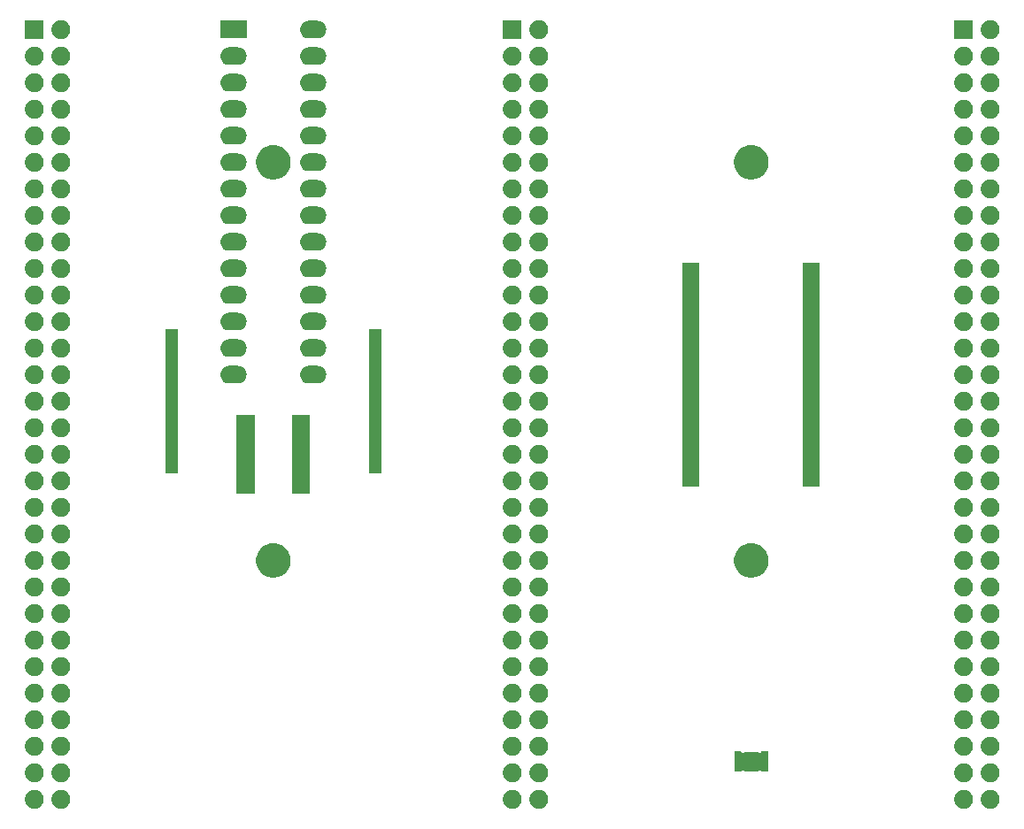
<source format=gbr>
%TF.GenerationSoftware,KiCad,Pcbnew,5.1.5+dfsg1-2build2*%
%TF.CreationDate,2021-12-31T02:56:54+01:00*%
%TF.ProjectId,chip-breakout,63686970-2d62-4726-9561-6b6f75742e6b,rev?*%
%TF.SameCoordinates,Original*%
%TF.FileFunction,Soldermask,Top*%
%TF.FilePolarity,Negative*%
%FSLAX46Y46*%
G04 Gerber Fmt 4.6, Leading zero omitted, Abs format (unit mm)*
G04 Created by KiCad (PCBNEW 5.1.5+dfsg1-2build2) date 2021-12-31 02:56:54*
%MOMM*%
%LPD*%
G04 APERTURE LIST*
%ADD10C,0.100000*%
G04 APERTURE END LIST*
D10*
G36*
X142353512Y-100703927D02*
G01*
X142502812Y-100733624D01*
X142666784Y-100801544D01*
X142814354Y-100900147D01*
X142939853Y-101025646D01*
X143038456Y-101173216D01*
X143106376Y-101337188D01*
X143141000Y-101511259D01*
X143141000Y-101688741D01*
X143106376Y-101862812D01*
X143038456Y-102026784D01*
X142939853Y-102174354D01*
X142814354Y-102299853D01*
X142666784Y-102398456D01*
X142502812Y-102466376D01*
X142353512Y-102496073D01*
X142328742Y-102501000D01*
X142151258Y-102501000D01*
X142126488Y-102496073D01*
X141977188Y-102466376D01*
X141813216Y-102398456D01*
X141665646Y-102299853D01*
X141540147Y-102174354D01*
X141441544Y-102026784D01*
X141373624Y-101862812D01*
X141339000Y-101688741D01*
X141339000Y-101511259D01*
X141373624Y-101337188D01*
X141441544Y-101173216D01*
X141540147Y-101025646D01*
X141665646Y-100900147D01*
X141813216Y-100801544D01*
X141977188Y-100733624D01*
X142126488Y-100703927D01*
X142151258Y-100699000D01*
X142328742Y-100699000D01*
X142353512Y-100703927D01*
G37*
G36*
X139813512Y-100703927D02*
G01*
X139962812Y-100733624D01*
X140126784Y-100801544D01*
X140274354Y-100900147D01*
X140399853Y-101025646D01*
X140498456Y-101173216D01*
X140566376Y-101337188D01*
X140601000Y-101511259D01*
X140601000Y-101688741D01*
X140566376Y-101862812D01*
X140498456Y-102026784D01*
X140399853Y-102174354D01*
X140274354Y-102299853D01*
X140126784Y-102398456D01*
X139962812Y-102466376D01*
X139813512Y-102496073D01*
X139788742Y-102501000D01*
X139611258Y-102501000D01*
X139586488Y-102496073D01*
X139437188Y-102466376D01*
X139273216Y-102398456D01*
X139125646Y-102299853D01*
X139000147Y-102174354D01*
X138901544Y-102026784D01*
X138833624Y-101862812D01*
X138799000Y-101688741D01*
X138799000Y-101511259D01*
X138833624Y-101337188D01*
X138901544Y-101173216D01*
X139000147Y-101025646D01*
X139125646Y-100900147D01*
X139273216Y-100801544D01*
X139437188Y-100733624D01*
X139586488Y-100703927D01*
X139611258Y-100699000D01*
X139788742Y-100699000D01*
X139813512Y-100703927D01*
G37*
G36*
X50913512Y-100703927D02*
G01*
X51062812Y-100733624D01*
X51226784Y-100801544D01*
X51374354Y-100900147D01*
X51499853Y-101025646D01*
X51598456Y-101173216D01*
X51666376Y-101337188D01*
X51701000Y-101511259D01*
X51701000Y-101688741D01*
X51666376Y-101862812D01*
X51598456Y-102026784D01*
X51499853Y-102174354D01*
X51374354Y-102299853D01*
X51226784Y-102398456D01*
X51062812Y-102466376D01*
X50913512Y-102496073D01*
X50888742Y-102501000D01*
X50711258Y-102501000D01*
X50686488Y-102496073D01*
X50537188Y-102466376D01*
X50373216Y-102398456D01*
X50225646Y-102299853D01*
X50100147Y-102174354D01*
X50001544Y-102026784D01*
X49933624Y-101862812D01*
X49899000Y-101688741D01*
X49899000Y-101511259D01*
X49933624Y-101337188D01*
X50001544Y-101173216D01*
X50100147Y-101025646D01*
X50225646Y-100900147D01*
X50373216Y-100801544D01*
X50537188Y-100733624D01*
X50686488Y-100703927D01*
X50711258Y-100699000D01*
X50888742Y-100699000D01*
X50913512Y-100703927D01*
G37*
G36*
X53453512Y-100703927D02*
G01*
X53602812Y-100733624D01*
X53766784Y-100801544D01*
X53914354Y-100900147D01*
X54039853Y-101025646D01*
X54138456Y-101173216D01*
X54206376Y-101337188D01*
X54241000Y-101511259D01*
X54241000Y-101688741D01*
X54206376Y-101862812D01*
X54138456Y-102026784D01*
X54039853Y-102174354D01*
X53914354Y-102299853D01*
X53766784Y-102398456D01*
X53602812Y-102466376D01*
X53453512Y-102496073D01*
X53428742Y-102501000D01*
X53251258Y-102501000D01*
X53226488Y-102496073D01*
X53077188Y-102466376D01*
X52913216Y-102398456D01*
X52765646Y-102299853D01*
X52640147Y-102174354D01*
X52541544Y-102026784D01*
X52473624Y-101862812D01*
X52439000Y-101688741D01*
X52439000Y-101511259D01*
X52473624Y-101337188D01*
X52541544Y-101173216D01*
X52640147Y-101025646D01*
X52765646Y-100900147D01*
X52913216Y-100801544D01*
X53077188Y-100733624D01*
X53226488Y-100703927D01*
X53251258Y-100699000D01*
X53428742Y-100699000D01*
X53453512Y-100703927D01*
G37*
G36*
X99173512Y-100703927D02*
G01*
X99322812Y-100733624D01*
X99486784Y-100801544D01*
X99634354Y-100900147D01*
X99759853Y-101025646D01*
X99858456Y-101173216D01*
X99926376Y-101337188D01*
X99961000Y-101511259D01*
X99961000Y-101688741D01*
X99926376Y-101862812D01*
X99858456Y-102026784D01*
X99759853Y-102174354D01*
X99634354Y-102299853D01*
X99486784Y-102398456D01*
X99322812Y-102466376D01*
X99173512Y-102496073D01*
X99148742Y-102501000D01*
X98971258Y-102501000D01*
X98946488Y-102496073D01*
X98797188Y-102466376D01*
X98633216Y-102398456D01*
X98485646Y-102299853D01*
X98360147Y-102174354D01*
X98261544Y-102026784D01*
X98193624Y-101862812D01*
X98159000Y-101688741D01*
X98159000Y-101511259D01*
X98193624Y-101337188D01*
X98261544Y-101173216D01*
X98360147Y-101025646D01*
X98485646Y-100900147D01*
X98633216Y-100801544D01*
X98797188Y-100733624D01*
X98946488Y-100703927D01*
X98971258Y-100699000D01*
X99148742Y-100699000D01*
X99173512Y-100703927D01*
G37*
G36*
X96633512Y-100703927D02*
G01*
X96782812Y-100733624D01*
X96946784Y-100801544D01*
X97094354Y-100900147D01*
X97219853Y-101025646D01*
X97318456Y-101173216D01*
X97386376Y-101337188D01*
X97421000Y-101511259D01*
X97421000Y-101688741D01*
X97386376Y-101862812D01*
X97318456Y-102026784D01*
X97219853Y-102174354D01*
X97094354Y-102299853D01*
X96946784Y-102398456D01*
X96782812Y-102466376D01*
X96633512Y-102496073D01*
X96608742Y-102501000D01*
X96431258Y-102501000D01*
X96406488Y-102496073D01*
X96257188Y-102466376D01*
X96093216Y-102398456D01*
X95945646Y-102299853D01*
X95820147Y-102174354D01*
X95721544Y-102026784D01*
X95653624Y-101862812D01*
X95619000Y-101688741D01*
X95619000Y-101511259D01*
X95653624Y-101337188D01*
X95721544Y-101173216D01*
X95820147Y-101025646D01*
X95945646Y-100900147D01*
X96093216Y-100801544D01*
X96257188Y-100733624D01*
X96406488Y-100703927D01*
X96431258Y-100699000D01*
X96608742Y-100699000D01*
X96633512Y-100703927D01*
G37*
G36*
X96633512Y-98163927D02*
G01*
X96782812Y-98193624D01*
X96946784Y-98261544D01*
X97094354Y-98360147D01*
X97219853Y-98485646D01*
X97318456Y-98633216D01*
X97386376Y-98797188D01*
X97421000Y-98971259D01*
X97421000Y-99148741D01*
X97386376Y-99322812D01*
X97318456Y-99486784D01*
X97219853Y-99634354D01*
X97094354Y-99759853D01*
X96946784Y-99858456D01*
X96782812Y-99926376D01*
X96633512Y-99956073D01*
X96608742Y-99961000D01*
X96431258Y-99961000D01*
X96406488Y-99956073D01*
X96257188Y-99926376D01*
X96093216Y-99858456D01*
X95945646Y-99759853D01*
X95820147Y-99634354D01*
X95721544Y-99486784D01*
X95653624Y-99322812D01*
X95619000Y-99148741D01*
X95619000Y-98971259D01*
X95653624Y-98797188D01*
X95721544Y-98633216D01*
X95820147Y-98485646D01*
X95945646Y-98360147D01*
X96093216Y-98261544D01*
X96257188Y-98193624D01*
X96406488Y-98163927D01*
X96431258Y-98159000D01*
X96608742Y-98159000D01*
X96633512Y-98163927D01*
G37*
G36*
X142353512Y-98163927D02*
G01*
X142502812Y-98193624D01*
X142666784Y-98261544D01*
X142814354Y-98360147D01*
X142939853Y-98485646D01*
X143038456Y-98633216D01*
X143106376Y-98797188D01*
X143141000Y-98971259D01*
X143141000Y-99148741D01*
X143106376Y-99322812D01*
X143038456Y-99486784D01*
X142939853Y-99634354D01*
X142814354Y-99759853D01*
X142666784Y-99858456D01*
X142502812Y-99926376D01*
X142353512Y-99956073D01*
X142328742Y-99961000D01*
X142151258Y-99961000D01*
X142126488Y-99956073D01*
X141977188Y-99926376D01*
X141813216Y-99858456D01*
X141665646Y-99759853D01*
X141540147Y-99634354D01*
X141441544Y-99486784D01*
X141373624Y-99322812D01*
X141339000Y-99148741D01*
X141339000Y-98971259D01*
X141373624Y-98797188D01*
X141441544Y-98633216D01*
X141540147Y-98485646D01*
X141665646Y-98360147D01*
X141813216Y-98261544D01*
X141977188Y-98193624D01*
X142126488Y-98163927D01*
X142151258Y-98159000D01*
X142328742Y-98159000D01*
X142353512Y-98163927D01*
G37*
G36*
X139813512Y-98163927D02*
G01*
X139962812Y-98193624D01*
X140126784Y-98261544D01*
X140274354Y-98360147D01*
X140399853Y-98485646D01*
X140498456Y-98633216D01*
X140566376Y-98797188D01*
X140601000Y-98971259D01*
X140601000Y-99148741D01*
X140566376Y-99322812D01*
X140498456Y-99486784D01*
X140399853Y-99634354D01*
X140274354Y-99759853D01*
X140126784Y-99858456D01*
X139962812Y-99926376D01*
X139813512Y-99956073D01*
X139788742Y-99961000D01*
X139611258Y-99961000D01*
X139586488Y-99956073D01*
X139437188Y-99926376D01*
X139273216Y-99858456D01*
X139125646Y-99759853D01*
X139000147Y-99634354D01*
X138901544Y-99486784D01*
X138833624Y-99322812D01*
X138799000Y-99148741D01*
X138799000Y-98971259D01*
X138833624Y-98797188D01*
X138901544Y-98633216D01*
X139000147Y-98485646D01*
X139125646Y-98360147D01*
X139273216Y-98261544D01*
X139437188Y-98193624D01*
X139586488Y-98163927D01*
X139611258Y-98159000D01*
X139788742Y-98159000D01*
X139813512Y-98163927D01*
G37*
G36*
X99173512Y-98163927D02*
G01*
X99322812Y-98193624D01*
X99486784Y-98261544D01*
X99634354Y-98360147D01*
X99759853Y-98485646D01*
X99858456Y-98633216D01*
X99926376Y-98797188D01*
X99961000Y-98971259D01*
X99961000Y-99148741D01*
X99926376Y-99322812D01*
X99858456Y-99486784D01*
X99759853Y-99634354D01*
X99634354Y-99759853D01*
X99486784Y-99858456D01*
X99322812Y-99926376D01*
X99173512Y-99956073D01*
X99148742Y-99961000D01*
X98971258Y-99961000D01*
X98946488Y-99956073D01*
X98797188Y-99926376D01*
X98633216Y-99858456D01*
X98485646Y-99759853D01*
X98360147Y-99634354D01*
X98261544Y-99486784D01*
X98193624Y-99322812D01*
X98159000Y-99148741D01*
X98159000Y-98971259D01*
X98193624Y-98797188D01*
X98261544Y-98633216D01*
X98360147Y-98485646D01*
X98485646Y-98360147D01*
X98633216Y-98261544D01*
X98797188Y-98193624D01*
X98946488Y-98163927D01*
X98971258Y-98159000D01*
X99148742Y-98159000D01*
X99173512Y-98163927D01*
G37*
G36*
X53453512Y-98163927D02*
G01*
X53602812Y-98193624D01*
X53766784Y-98261544D01*
X53914354Y-98360147D01*
X54039853Y-98485646D01*
X54138456Y-98633216D01*
X54206376Y-98797188D01*
X54241000Y-98971259D01*
X54241000Y-99148741D01*
X54206376Y-99322812D01*
X54138456Y-99486784D01*
X54039853Y-99634354D01*
X53914354Y-99759853D01*
X53766784Y-99858456D01*
X53602812Y-99926376D01*
X53453512Y-99956073D01*
X53428742Y-99961000D01*
X53251258Y-99961000D01*
X53226488Y-99956073D01*
X53077188Y-99926376D01*
X52913216Y-99858456D01*
X52765646Y-99759853D01*
X52640147Y-99634354D01*
X52541544Y-99486784D01*
X52473624Y-99322812D01*
X52439000Y-99148741D01*
X52439000Y-98971259D01*
X52473624Y-98797188D01*
X52541544Y-98633216D01*
X52640147Y-98485646D01*
X52765646Y-98360147D01*
X52913216Y-98261544D01*
X53077188Y-98193624D01*
X53226488Y-98163927D01*
X53251258Y-98159000D01*
X53428742Y-98159000D01*
X53453512Y-98163927D01*
G37*
G36*
X50913512Y-98163927D02*
G01*
X51062812Y-98193624D01*
X51226784Y-98261544D01*
X51374354Y-98360147D01*
X51499853Y-98485646D01*
X51598456Y-98633216D01*
X51666376Y-98797188D01*
X51701000Y-98971259D01*
X51701000Y-99148741D01*
X51666376Y-99322812D01*
X51598456Y-99486784D01*
X51499853Y-99634354D01*
X51374354Y-99759853D01*
X51226784Y-99858456D01*
X51062812Y-99926376D01*
X50913512Y-99956073D01*
X50888742Y-99961000D01*
X50711258Y-99961000D01*
X50686488Y-99956073D01*
X50537188Y-99926376D01*
X50373216Y-99858456D01*
X50225646Y-99759853D01*
X50100147Y-99634354D01*
X50001544Y-99486784D01*
X49933624Y-99322812D01*
X49899000Y-99148741D01*
X49899000Y-98971259D01*
X49933624Y-98797188D01*
X50001544Y-98633216D01*
X50100147Y-98485646D01*
X50225646Y-98360147D01*
X50373216Y-98261544D01*
X50537188Y-98193624D01*
X50686488Y-98163927D01*
X50711258Y-98159000D01*
X50888742Y-98159000D01*
X50913512Y-98163927D01*
G37*
G36*
X118390232Y-97015563D02*
G01*
X118399595Y-97018403D01*
X118408224Y-97023016D01*
X118415782Y-97029218D01*
X118421984Y-97036776D01*
X118426597Y-97045405D01*
X118429437Y-97054768D01*
X118430508Y-97065644D01*
X118435288Y-97089677D01*
X118444665Y-97112316D01*
X118458279Y-97132691D01*
X118475606Y-97150018D01*
X118495980Y-97163632D01*
X118518619Y-97173009D01*
X118542652Y-97177790D01*
X118567156Y-97177790D01*
X118591189Y-97173010D01*
X118613828Y-97163633D01*
X118634203Y-97150019D01*
X118651530Y-97132692D01*
X118658815Y-97123815D01*
X118686861Y-97100798D01*
X118718860Y-97083694D01*
X118753584Y-97073161D01*
X118795831Y-97069000D01*
X119964169Y-97069000D01*
X120006416Y-97073161D01*
X120041140Y-97083694D01*
X120073139Y-97100798D01*
X120101185Y-97123815D01*
X120108470Y-97132692D01*
X120125797Y-97150019D01*
X120146172Y-97163633D01*
X120168811Y-97173010D01*
X120192844Y-97177790D01*
X120217348Y-97177790D01*
X120241381Y-97173009D01*
X120264020Y-97163632D01*
X120284394Y-97150018D01*
X120301721Y-97132691D01*
X120315335Y-97112316D01*
X120324712Y-97089677D01*
X120329492Y-97065644D01*
X120330563Y-97054768D01*
X120333403Y-97045405D01*
X120338016Y-97036776D01*
X120344218Y-97029218D01*
X120351776Y-97023016D01*
X120360405Y-97018403D01*
X120369768Y-97015563D01*
X120385640Y-97014000D01*
X120949360Y-97014000D01*
X120965232Y-97015563D01*
X120974595Y-97018403D01*
X120983224Y-97023016D01*
X120990782Y-97029218D01*
X120996984Y-97036776D01*
X121001597Y-97045405D01*
X121004437Y-97054768D01*
X121006000Y-97070640D01*
X121006000Y-97409360D01*
X121004437Y-97425232D01*
X121000439Y-97438412D01*
X120994101Y-97453712D01*
X120989320Y-97477745D01*
X120989320Y-97502249D01*
X120994100Y-97526282D01*
X121000437Y-97541583D01*
X121004437Y-97554768D01*
X121006000Y-97570640D01*
X121006000Y-97909360D01*
X121004437Y-97925232D01*
X121000439Y-97938412D01*
X120994101Y-97953712D01*
X120989320Y-97977745D01*
X120989320Y-98002249D01*
X120994100Y-98026282D01*
X121000437Y-98041583D01*
X121004437Y-98054768D01*
X121006000Y-98070640D01*
X121006000Y-98409360D01*
X121004437Y-98425232D01*
X121000439Y-98438412D01*
X120994101Y-98453712D01*
X120989320Y-98477745D01*
X120989320Y-98502249D01*
X120994100Y-98526282D01*
X121000437Y-98541583D01*
X121004437Y-98554768D01*
X121006000Y-98570640D01*
X121006000Y-98909360D01*
X121004437Y-98925232D01*
X121001597Y-98934595D01*
X120996984Y-98943224D01*
X120990782Y-98950782D01*
X120983224Y-98956984D01*
X120974595Y-98961597D01*
X120965232Y-98964437D01*
X120949360Y-98966000D01*
X120385640Y-98966000D01*
X120369768Y-98964437D01*
X120360405Y-98961597D01*
X120351776Y-98956984D01*
X120344218Y-98950782D01*
X120338016Y-98943224D01*
X120333403Y-98934595D01*
X120330563Y-98925232D01*
X120329492Y-98914356D01*
X120324712Y-98890323D01*
X120315335Y-98867684D01*
X120301721Y-98847309D01*
X120284394Y-98829982D01*
X120264020Y-98816368D01*
X120241381Y-98806991D01*
X120217348Y-98802210D01*
X120192844Y-98802210D01*
X120168811Y-98806990D01*
X120146172Y-98816367D01*
X120125797Y-98829981D01*
X120108470Y-98847308D01*
X120101185Y-98856185D01*
X120073139Y-98879202D01*
X120041140Y-98896306D01*
X120006416Y-98906839D01*
X119964169Y-98911000D01*
X118795831Y-98911000D01*
X118753584Y-98906839D01*
X118718860Y-98896306D01*
X118686861Y-98879202D01*
X118658815Y-98856185D01*
X118651530Y-98847308D01*
X118634203Y-98829981D01*
X118613828Y-98816367D01*
X118591189Y-98806990D01*
X118567156Y-98802210D01*
X118542652Y-98802210D01*
X118518619Y-98806991D01*
X118495980Y-98816368D01*
X118475606Y-98829982D01*
X118458279Y-98847309D01*
X118444665Y-98867684D01*
X118435288Y-98890323D01*
X118430508Y-98914356D01*
X118429437Y-98925232D01*
X118426597Y-98934595D01*
X118421984Y-98943224D01*
X118415782Y-98950782D01*
X118408224Y-98956984D01*
X118399595Y-98961597D01*
X118390232Y-98964437D01*
X118374360Y-98966000D01*
X117810640Y-98966000D01*
X117794768Y-98964437D01*
X117785405Y-98961597D01*
X117776776Y-98956984D01*
X117769218Y-98950782D01*
X117763016Y-98943224D01*
X117758403Y-98934595D01*
X117755563Y-98925232D01*
X117754000Y-98909360D01*
X117754000Y-98570640D01*
X117755563Y-98554768D01*
X117759561Y-98541588D01*
X117765899Y-98526288D01*
X117770680Y-98502255D01*
X117770680Y-98477751D01*
X117765900Y-98453718D01*
X117759563Y-98438417D01*
X117755563Y-98425232D01*
X117754000Y-98409360D01*
X117754000Y-98070640D01*
X117755563Y-98054768D01*
X117759561Y-98041588D01*
X117765899Y-98026288D01*
X117770680Y-98002255D01*
X117770680Y-97977751D01*
X117765900Y-97953718D01*
X117759563Y-97938417D01*
X117755563Y-97925232D01*
X117754000Y-97909360D01*
X117754000Y-97570640D01*
X117755563Y-97554768D01*
X117759561Y-97541588D01*
X117765899Y-97526288D01*
X117770680Y-97502255D01*
X117770680Y-97477751D01*
X117765900Y-97453718D01*
X117759563Y-97438417D01*
X117755563Y-97425232D01*
X117754000Y-97409360D01*
X117754000Y-97070640D01*
X117755563Y-97054768D01*
X117758403Y-97045405D01*
X117763016Y-97036776D01*
X117769218Y-97029218D01*
X117776776Y-97023016D01*
X117785405Y-97018403D01*
X117794768Y-97015563D01*
X117810640Y-97014000D01*
X118374360Y-97014000D01*
X118390232Y-97015563D01*
G37*
G36*
X50913512Y-95623927D02*
G01*
X51062812Y-95653624D01*
X51226784Y-95721544D01*
X51374354Y-95820147D01*
X51499853Y-95945646D01*
X51598456Y-96093216D01*
X51666376Y-96257188D01*
X51701000Y-96431259D01*
X51701000Y-96608741D01*
X51666376Y-96782812D01*
X51598456Y-96946784D01*
X51499853Y-97094354D01*
X51374354Y-97219853D01*
X51226784Y-97318456D01*
X51062812Y-97386376D01*
X50914989Y-97415779D01*
X50888742Y-97421000D01*
X50711258Y-97421000D01*
X50685011Y-97415779D01*
X50537188Y-97386376D01*
X50373216Y-97318456D01*
X50225646Y-97219853D01*
X50100147Y-97094354D01*
X50001544Y-96946784D01*
X49933624Y-96782812D01*
X49899000Y-96608741D01*
X49899000Y-96431259D01*
X49933624Y-96257188D01*
X50001544Y-96093216D01*
X50100147Y-95945646D01*
X50225646Y-95820147D01*
X50373216Y-95721544D01*
X50537188Y-95653624D01*
X50686488Y-95623927D01*
X50711258Y-95619000D01*
X50888742Y-95619000D01*
X50913512Y-95623927D01*
G37*
G36*
X142353512Y-95623927D02*
G01*
X142502812Y-95653624D01*
X142666784Y-95721544D01*
X142814354Y-95820147D01*
X142939853Y-95945646D01*
X143038456Y-96093216D01*
X143106376Y-96257188D01*
X143141000Y-96431259D01*
X143141000Y-96608741D01*
X143106376Y-96782812D01*
X143038456Y-96946784D01*
X142939853Y-97094354D01*
X142814354Y-97219853D01*
X142666784Y-97318456D01*
X142502812Y-97386376D01*
X142354989Y-97415779D01*
X142328742Y-97421000D01*
X142151258Y-97421000D01*
X142125011Y-97415779D01*
X141977188Y-97386376D01*
X141813216Y-97318456D01*
X141665646Y-97219853D01*
X141540147Y-97094354D01*
X141441544Y-96946784D01*
X141373624Y-96782812D01*
X141339000Y-96608741D01*
X141339000Y-96431259D01*
X141373624Y-96257188D01*
X141441544Y-96093216D01*
X141540147Y-95945646D01*
X141665646Y-95820147D01*
X141813216Y-95721544D01*
X141977188Y-95653624D01*
X142126488Y-95623927D01*
X142151258Y-95619000D01*
X142328742Y-95619000D01*
X142353512Y-95623927D01*
G37*
G36*
X139813512Y-95623927D02*
G01*
X139962812Y-95653624D01*
X140126784Y-95721544D01*
X140274354Y-95820147D01*
X140399853Y-95945646D01*
X140498456Y-96093216D01*
X140566376Y-96257188D01*
X140601000Y-96431259D01*
X140601000Y-96608741D01*
X140566376Y-96782812D01*
X140498456Y-96946784D01*
X140399853Y-97094354D01*
X140274354Y-97219853D01*
X140126784Y-97318456D01*
X139962812Y-97386376D01*
X139814989Y-97415779D01*
X139788742Y-97421000D01*
X139611258Y-97421000D01*
X139585011Y-97415779D01*
X139437188Y-97386376D01*
X139273216Y-97318456D01*
X139125646Y-97219853D01*
X139000147Y-97094354D01*
X138901544Y-96946784D01*
X138833624Y-96782812D01*
X138799000Y-96608741D01*
X138799000Y-96431259D01*
X138833624Y-96257188D01*
X138901544Y-96093216D01*
X139000147Y-95945646D01*
X139125646Y-95820147D01*
X139273216Y-95721544D01*
X139437188Y-95653624D01*
X139586488Y-95623927D01*
X139611258Y-95619000D01*
X139788742Y-95619000D01*
X139813512Y-95623927D01*
G37*
G36*
X96633512Y-95623927D02*
G01*
X96782812Y-95653624D01*
X96946784Y-95721544D01*
X97094354Y-95820147D01*
X97219853Y-95945646D01*
X97318456Y-96093216D01*
X97386376Y-96257188D01*
X97421000Y-96431259D01*
X97421000Y-96608741D01*
X97386376Y-96782812D01*
X97318456Y-96946784D01*
X97219853Y-97094354D01*
X97094354Y-97219853D01*
X96946784Y-97318456D01*
X96782812Y-97386376D01*
X96634989Y-97415779D01*
X96608742Y-97421000D01*
X96431258Y-97421000D01*
X96405011Y-97415779D01*
X96257188Y-97386376D01*
X96093216Y-97318456D01*
X95945646Y-97219853D01*
X95820147Y-97094354D01*
X95721544Y-96946784D01*
X95653624Y-96782812D01*
X95619000Y-96608741D01*
X95619000Y-96431259D01*
X95653624Y-96257188D01*
X95721544Y-96093216D01*
X95820147Y-95945646D01*
X95945646Y-95820147D01*
X96093216Y-95721544D01*
X96257188Y-95653624D01*
X96406488Y-95623927D01*
X96431258Y-95619000D01*
X96608742Y-95619000D01*
X96633512Y-95623927D01*
G37*
G36*
X53453512Y-95623927D02*
G01*
X53602812Y-95653624D01*
X53766784Y-95721544D01*
X53914354Y-95820147D01*
X54039853Y-95945646D01*
X54138456Y-96093216D01*
X54206376Y-96257188D01*
X54241000Y-96431259D01*
X54241000Y-96608741D01*
X54206376Y-96782812D01*
X54138456Y-96946784D01*
X54039853Y-97094354D01*
X53914354Y-97219853D01*
X53766784Y-97318456D01*
X53602812Y-97386376D01*
X53454989Y-97415779D01*
X53428742Y-97421000D01*
X53251258Y-97421000D01*
X53225011Y-97415779D01*
X53077188Y-97386376D01*
X52913216Y-97318456D01*
X52765646Y-97219853D01*
X52640147Y-97094354D01*
X52541544Y-96946784D01*
X52473624Y-96782812D01*
X52439000Y-96608741D01*
X52439000Y-96431259D01*
X52473624Y-96257188D01*
X52541544Y-96093216D01*
X52640147Y-95945646D01*
X52765646Y-95820147D01*
X52913216Y-95721544D01*
X53077188Y-95653624D01*
X53226488Y-95623927D01*
X53251258Y-95619000D01*
X53428742Y-95619000D01*
X53453512Y-95623927D01*
G37*
G36*
X99173512Y-95623927D02*
G01*
X99322812Y-95653624D01*
X99486784Y-95721544D01*
X99634354Y-95820147D01*
X99759853Y-95945646D01*
X99858456Y-96093216D01*
X99926376Y-96257188D01*
X99961000Y-96431259D01*
X99961000Y-96608741D01*
X99926376Y-96782812D01*
X99858456Y-96946784D01*
X99759853Y-97094354D01*
X99634354Y-97219853D01*
X99486784Y-97318456D01*
X99322812Y-97386376D01*
X99174989Y-97415779D01*
X99148742Y-97421000D01*
X98971258Y-97421000D01*
X98945011Y-97415779D01*
X98797188Y-97386376D01*
X98633216Y-97318456D01*
X98485646Y-97219853D01*
X98360147Y-97094354D01*
X98261544Y-96946784D01*
X98193624Y-96782812D01*
X98159000Y-96608741D01*
X98159000Y-96431259D01*
X98193624Y-96257188D01*
X98261544Y-96093216D01*
X98360147Y-95945646D01*
X98485646Y-95820147D01*
X98633216Y-95721544D01*
X98797188Y-95653624D01*
X98946488Y-95623927D01*
X98971258Y-95619000D01*
X99148742Y-95619000D01*
X99173512Y-95623927D01*
G37*
G36*
X142353512Y-93083927D02*
G01*
X142502812Y-93113624D01*
X142666784Y-93181544D01*
X142814354Y-93280147D01*
X142939853Y-93405646D01*
X143038456Y-93553216D01*
X143106376Y-93717188D01*
X143141000Y-93891259D01*
X143141000Y-94068741D01*
X143106376Y-94242812D01*
X143038456Y-94406784D01*
X142939853Y-94554354D01*
X142814354Y-94679853D01*
X142666784Y-94778456D01*
X142502812Y-94846376D01*
X142353512Y-94876073D01*
X142328742Y-94881000D01*
X142151258Y-94881000D01*
X142126488Y-94876073D01*
X141977188Y-94846376D01*
X141813216Y-94778456D01*
X141665646Y-94679853D01*
X141540147Y-94554354D01*
X141441544Y-94406784D01*
X141373624Y-94242812D01*
X141339000Y-94068741D01*
X141339000Y-93891259D01*
X141373624Y-93717188D01*
X141441544Y-93553216D01*
X141540147Y-93405646D01*
X141665646Y-93280147D01*
X141813216Y-93181544D01*
X141977188Y-93113624D01*
X142126488Y-93083927D01*
X142151258Y-93079000D01*
X142328742Y-93079000D01*
X142353512Y-93083927D01*
G37*
G36*
X139813512Y-93083927D02*
G01*
X139962812Y-93113624D01*
X140126784Y-93181544D01*
X140274354Y-93280147D01*
X140399853Y-93405646D01*
X140498456Y-93553216D01*
X140566376Y-93717188D01*
X140601000Y-93891259D01*
X140601000Y-94068741D01*
X140566376Y-94242812D01*
X140498456Y-94406784D01*
X140399853Y-94554354D01*
X140274354Y-94679853D01*
X140126784Y-94778456D01*
X139962812Y-94846376D01*
X139813512Y-94876073D01*
X139788742Y-94881000D01*
X139611258Y-94881000D01*
X139586488Y-94876073D01*
X139437188Y-94846376D01*
X139273216Y-94778456D01*
X139125646Y-94679853D01*
X139000147Y-94554354D01*
X138901544Y-94406784D01*
X138833624Y-94242812D01*
X138799000Y-94068741D01*
X138799000Y-93891259D01*
X138833624Y-93717188D01*
X138901544Y-93553216D01*
X139000147Y-93405646D01*
X139125646Y-93280147D01*
X139273216Y-93181544D01*
X139437188Y-93113624D01*
X139586488Y-93083927D01*
X139611258Y-93079000D01*
X139788742Y-93079000D01*
X139813512Y-93083927D01*
G37*
G36*
X99173512Y-93083927D02*
G01*
X99322812Y-93113624D01*
X99486784Y-93181544D01*
X99634354Y-93280147D01*
X99759853Y-93405646D01*
X99858456Y-93553216D01*
X99926376Y-93717188D01*
X99961000Y-93891259D01*
X99961000Y-94068741D01*
X99926376Y-94242812D01*
X99858456Y-94406784D01*
X99759853Y-94554354D01*
X99634354Y-94679853D01*
X99486784Y-94778456D01*
X99322812Y-94846376D01*
X99173512Y-94876073D01*
X99148742Y-94881000D01*
X98971258Y-94881000D01*
X98946488Y-94876073D01*
X98797188Y-94846376D01*
X98633216Y-94778456D01*
X98485646Y-94679853D01*
X98360147Y-94554354D01*
X98261544Y-94406784D01*
X98193624Y-94242812D01*
X98159000Y-94068741D01*
X98159000Y-93891259D01*
X98193624Y-93717188D01*
X98261544Y-93553216D01*
X98360147Y-93405646D01*
X98485646Y-93280147D01*
X98633216Y-93181544D01*
X98797188Y-93113624D01*
X98946488Y-93083927D01*
X98971258Y-93079000D01*
X99148742Y-93079000D01*
X99173512Y-93083927D01*
G37*
G36*
X96633512Y-93083927D02*
G01*
X96782812Y-93113624D01*
X96946784Y-93181544D01*
X97094354Y-93280147D01*
X97219853Y-93405646D01*
X97318456Y-93553216D01*
X97386376Y-93717188D01*
X97421000Y-93891259D01*
X97421000Y-94068741D01*
X97386376Y-94242812D01*
X97318456Y-94406784D01*
X97219853Y-94554354D01*
X97094354Y-94679853D01*
X96946784Y-94778456D01*
X96782812Y-94846376D01*
X96633512Y-94876073D01*
X96608742Y-94881000D01*
X96431258Y-94881000D01*
X96406488Y-94876073D01*
X96257188Y-94846376D01*
X96093216Y-94778456D01*
X95945646Y-94679853D01*
X95820147Y-94554354D01*
X95721544Y-94406784D01*
X95653624Y-94242812D01*
X95619000Y-94068741D01*
X95619000Y-93891259D01*
X95653624Y-93717188D01*
X95721544Y-93553216D01*
X95820147Y-93405646D01*
X95945646Y-93280147D01*
X96093216Y-93181544D01*
X96257188Y-93113624D01*
X96406488Y-93083927D01*
X96431258Y-93079000D01*
X96608742Y-93079000D01*
X96633512Y-93083927D01*
G37*
G36*
X53453512Y-93083927D02*
G01*
X53602812Y-93113624D01*
X53766784Y-93181544D01*
X53914354Y-93280147D01*
X54039853Y-93405646D01*
X54138456Y-93553216D01*
X54206376Y-93717188D01*
X54241000Y-93891259D01*
X54241000Y-94068741D01*
X54206376Y-94242812D01*
X54138456Y-94406784D01*
X54039853Y-94554354D01*
X53914354Y-94679853D01*
X53766784Y-94778456D01*
X53602812Y-94846376D01*
X53453512Y-94876073D01*
X53428742Y-94881000D01*
X53251258Y-94881000D01*
X53226488Y-94876073D01*
X53077188Y-94846376D01*
X52913216Y-94778456D01*
X52765646Y-94679853D01*
X52640147Y-94554354D01*
X52541544Y-94406784D01*
X52473624Y-94242812D01*
X52439000Y-94068741D01*
X52439000Y-93891259D01*
X52473624Y-93717188D01*
X52541544Y-93553216D01*
X52640147Y-93405646D01*
X52765646Y-93280147D01*
X52913216Y-93181544D01*
X53077188Y-93113624D01*
X53226488Y-93083927D01*
X53251258Y-93079000D01*
X53428742Y-93079000D01*
X53453512Y-93083927D01*
G37*
G36*
X50913512Y-93083927D02*
G01*
X51062812Y-93113624D01*
X51226784Y-93181544D01*
X51374354Y-93280147D01*
X51499853Y-93405646D01*
X51598456Y-93553216D01*
X51666376Y-93717188D01*
X51701000Y-93891259D01*
X51701000Y-94068741D01*
X51666376Y-94242812D01*
X51598456Y-94406784D01*
X51499853Y-94554354D01*
X51374354Y-94679853D01*
X51226784Y-94778456D01*
X51062812Y-94846376D01*
X50913512Y-94876073D01*
X50888742Y-94881000D01*
X50711258Y-94881000D01*
X50686488Y-94876073D01*
X50537188Y-94846376D01*
X50373216Y-94778456D01*
X50225646Y-94679853D01*
X50100147Y-94554354D01*
X50001544Y-94406784D01*
X49933624Y-94242812D01*
X49899000Y-94068741D01*
X49899000Y-93891259D01*
X49933624Y-93717188D01*
X50001544Y-93553216D01*
X50100147Y-93405646D01*
X50225646Y-93280147D01*
X50373216Y-93181544D01*
X50537188Y-93113624D01*
X50686488Y-93083927D01*
X50711258Y-93079000D01*
X50888742Y-93079000D01*
X50913512Y-93083927D01*
G37*
G36*
X99173512Y-90543927D02*
G01*
X99322812Y-90573624D01*
X99486784Y-90641544D01*
X99634354Y-90740147D01*
X99759853Y-90865646D01*
X99858456Y-91013216D01*
X99926376Y-91177188D01*
X99961000Y-91351259D01*
X99961000Y-91528741D01*
X99926376Y-91702812D01*
X99858456Y-91866784D01*
X99759853Y-92014354D01*
X99634354Y-92139853D01*
X99486784Y-92238456D01*
X99322812Y-92306376D01*
X99173512Y-92336073D01*
X99148742Y-92341000D01*
X98971258Y-92341000D01*
X98946488Y-92336073D01*
X98797188Y-92306376D01*
X98633216Y-92238456D01*
X98485646Y-92139853D01*
X98360147Y-92014354D01*
X98261544Y-91866784D01*
X98193624Y-91702812D01*
X98159000Y-91528741D01*
X98159000Y-91351259D01*
X98193624Y-91177188D01*
X98261544Y-91013216D01*
X98360147Y-90865646D01*
X98485646Y-90740147D01*
X98633216Y-90641544D01*
X98797188Y-90573624D01*
X98946488Y-90543927D01*
X98971258Y-90539000D01*
X99148742Y-90539000D01*
X99173512Y-90543927D01*
G37*
G36*
X142353512Y-90543927D02*
G01*
X142502812Y-90573624D01*
X142666784Y-90641544D01*
X142814354Y-90740147D01*
X142939853Y-90865646D01*
X143038456Y-91013216D01*
X143106376Y-91177188D01*
X143141000Y-91351259D01*
X143141000Y-91528741D01*
X143106376Y-91702812D01*
X143038456Y-91866784D01*
X142939853Y-92014354D01*
X142814354Y-92139853D01*
X142666784Y-92238456D01*
X142502812Y-92306376D01*
X142353512Y-92336073D01*
X142328742Y-92341000D01*
X142151258Y-92341000D01*
X142126488Y-92336073D01*
X141977188Y-92306376D01*
X141813216Y-92238456D01*
X141665646Y-92139853D01*
X141540147Y-92014354D01*
X141441544Y-91866784D01*
X141373624Y-91702812D01*
X141339000Y-91528741D01*
X141339000Y-91351259D01*
X141373624Y-91177188D01*
X141441544Y-91013216D01*
X141540147Y-90865646D01*
X141665646Y-90740147D01*
X141813216Y-90641544D01*
X141977188Y-90573624D01*
X142126488Y-90543927D01*
X142151258Y-90539000D01*
X142328742Y-90539000D01*
X142353512Y-90543927D01*
G37*
G36*
X139813512Y-90543927D02*
G01*
X139962812Y-90573624D01*
X140126784Y-90641544D01*
X140274354Y-90740147D01*
X140399853Y-90865646D01*
X140498456Y-91013216D01*
X140566376Y-91177188D01*
X140601000Y-91351259D01*
X140601000Y-91528741D01*
X140566376Y-91702812D01*
X140498456Y-91866784D01*
X140399853Y-92014354D01*
X140274354Y-92139853D01*
X140126784Y-92238456D01*
X139962812Y-92306376D01*
X139813512Y-92336073D01*
X139788742Y-92341000D01*
X139611258Y-92341000D01*
X139586488Y-92336073D01*
X139437188Y-92306376D01*
X139273216Y-92238456D01*
X139125646Y-92139853D01*
X139000147Y-92014354D01*
X138901544Y-91866784D01*
X138833624Y-91702812D01*
X138799000Y-91528741D01*
X138799000Y-91351259D01*
X138833624Y-91177188D01*
X138901544Y-91013216D01*
X139000147Y-90865646D01*
X139125646Y-90740147D01*
X139273216Y-90641544D01*
X139437188Y-90573624D01*
X139586488Y-90543927D01*
X139611258Y-90539000D01*
X139788742Y-90539000D01*
X139813512Y-90543927D01*
G37*
G36*
X50913512Y-90543927D02*
G01*
X51062812Y-90573624D01*
X51226784Y-90641544D01*
X51374354Y-90740147D01*
X51499853Y-90865646D01*
X51598456Y-91013216D01*
X51666376Y-91177188D01*
X51701000Y-91351259D01*
X51701000Y-91528741D01*
X51666376Y-91702812D01*
X51598456Y-91866784D01*
X51499853Y-92014354D01*
X51374354Y-92139853D01*
X51226784Y-92238456D01*
X51062812Y-92306376D01*
X50913512Y-92336073D01*
X50888742Y-92341000D01*
X50711258Y-92341000D01*
X50686488Y-92336073D01*
X50537188Y-92306376D01*
X50373216Y-92238456D01*
X50225646Y-92139853D01*
X50100147Y-92014354D01*
X50001544Y-91866784D01*
X49933624Y-91702812D01*
X49899000Y-91528741D01*
X49899000Y-91351259D01*
X49933624Y-91177188D01*
X50001544Y-91013216D01*
X50100147Y-90865646D01*
X50225646Y-90740147D01*
X50373216Y-90641544D01*
X50537188Y-90573624D01*
X50686488Y-90543927D01*
X50711258Y-90539000D01*
X50888742Y-90539000D01*
X50913512Y-90543927D01*
G37*
G36*
X53453512Y-90543927D02*
G01*
X53602812Y-90573624D01*
X53766784Y-90641544D01*
X53914354Y-90740147D01*
X54039853Y-90865646D01*
X54138456Y-91013216D01*
X54206376Y-91177188D01*
X54241000Y-91351259D01*
X54241000Y-91528741D01*
X54206376Y-91702812D01*
X54138456Y-91866784D01*
X54039853Y-92014354D01*
X53914354Y-92139853D01*
X53766784Y-92238456D01*
X53602812Y-92306376D01*
X53453512Y-92336073D01*
X53428742Y-92341000D01*
X53251258Y-92341000D01*
X53226488Y-92336073D01*
X53077188Y-92306376D01*
X52913216Y-92238456D01*
X52765646Y-92139853D01*
X52640147Y-92014354D01*
X52541544Y-91866784D01*
X52473624Y-91702812D01*
X52439000Y-91528741D01*
X52439000Y-91351259D01*
X52473624Y-91177188D01*
X52541544Y-91013216D01*
X52640147Y-90865646D01*
X52765646Y-90740147D01*
X52913216Y-90641544D01*
X53077188Y-90573624D01*
X53226488Y-90543927D01*
X53251258Y-90539000D01*
X53428742Y-90539000D01*
X53453512Y-90543927D01*
G37*
G36*
X96633512Y-90543927D02*
G01*
X96782812Y-90573624D01*
X96946784Y-90641544D01*
X97094354Y-90740147D01*
X97219853Y-90865646D01*
X97318456Y-91013216D01*
X97386376Y-91177188D01*
X97421000Y-91351259D01*
X97421000Y-91528741D01*
X97386376Y-91702812D01*
X97318456Y-91866784D01*
X97219853Y-92014354D01*
X97094354Y-92139853D01*
X96946784Y-92238456D01*
X96782812Y-92306376D01*
X96633512Y-92336073D01*
X96608742Y-92341000D01*
X96431258Y-92341000D01*
X96406488Y-92336073D01*
X96257188Y-92306376D01*
X96093216Y-92238456D01*
X95945646Y-92139853D01*
X95820147Y-92014354D01*
X95721544Y-91866784D01*
X95653624Y-91702812D01*
X95619000Y-91528741D01*
X95619000Y-91351259D01*
X95653624Y-91177188D01*
X95721544Y-91013216D01*
X95820147Y-90865646D01*
X95945646Y-90740147D01*
X96093216Y-90641544D01*
X96257188Y-90573624D01*
X96406488Y-90543927D01*
X96431258Y-90539000D01*
X96608742Y-90539000D01*
X96633512Y-90543927D01*
G37*
G36*
X53453512Y-88003927D02*
G01*
X53602812Y-88033624D01*
X53766784Y-88101544D01*
X53914354Y-88200147D01*
X54039853Y-88325646D01*
X54138456Y-88473216D01*
X54206376Y-88637188D01*
X54241000Y-88811259D01*
X54241000Y-88988741D01*
X54206376Y-89162812D01*
X54138456Y-89326784D01*
X54039853Y-89474354D01*
X53914354Y-89599853D01*
X53766784Y-89698456D01*
X53602812Y-89766376D01*
X53453512Y-89796073D01*
X53428742Y-89801000D01*
X53251258Y-89801000D01*
X53226488Y-89796073D01*
X53077188Y-89766376D01*
X52913216Y-89698456D01*
X52765646Y-89599853D01*
X52640147Y-89474354D01*
X52541544Y-89326784D01*
X52473624Y-89162812D01*
X52439000Y-88988741D01*
X52439000Y-88811259D01*
X52473624Y-88637188D01*
X52541544Y-88473216D01*
X52640147Y-88325646D01*
X52765646Y-88200147D01*
X52913216Y-88101544D01*
X53077188Y-88033624D01*
X53226488Y-88003927D01*
X53251258Y-87999000D01*
X53428742Y-87999000D01*
X53453512Y-88003927D01*
G37*
G36*
X50913512Y-88003927D02*
G01*
X51062812Y-88033624D01*
X51226784Y-88101544D01*
X51374354Y-88200147D01*
X51499853Y-88325646D01*
X51598456Y-88473216D01*
X51666376Y-88637188D01*
X51701000Y-88811259D01*
X51701000Y-88988741D01*
X51666376Y-89162812D01*
X51598456Y-89326784D01*
X51499853Y-89474354D01*
X51374354Y-89599853D01*
X51226784Y-89698456D01*
X51062812Y-89766376D01*
X50913512Y-89796073D01*
X50888742Y-89801000D01*
X50711258Y-89801000D01*
X50686488Y-89796073D01*
X50537188Y-89766376D01*
X50373216Y-89698456D01*
X50225646Y-89599853D01*
X50100147Y-89474354D01*
X50001544Y-89326784D01*
X49933624Y-89162812D01*
X49899000Y-88988741D01*
X49899000Y-88811259D01*
X49933624Y-88637188D01*
X50001544Y-88473216D01*
X50100147Y-88325646D01*
X50225646Y-88200147D01*
X50373216Y-88101544D01*
X50537188Y-88033624D01*
X50686488Y-88003927D01*
X50711258Y-87999000D01*
X50888742Y-87999000D01*
X50913512Y-88003927D01*
G37*
G36*
X99173512Y-88003927D02*
G01*
X99322812Y-88033624D01*
X99486784Y-88101544D01*
X99634354Y-88200147D01*
X99759853Y-88325646D01*
X99858456Y-88473216D01*
X99926376Y-88637188D01*
X99961000Y-88811259D01*
X99961000Y-88988741D01*
X99926376Y-89162812D01*
X99858456Y-89326784D01*
X99759853Y-89474354D01*
X99634354Y-89599853D01*
X99486784Y-89698456D01*
X99322812Y-89766376D01*
X99173512Y-89796073D01*
X99148742Y-89801000D01*
X98971258Y-89801000D01*
X98946488Y-89796073D01*
X98797188Y-89766376D01*
X98633216Y-89698456D01*
X98485646Y-89599853D01*
X98360147Y-89474354D01*
X98261544Y-89326784D01*
X98193624Y-89162812D01*
X98159000Y-88988741D01*
X98159000Y-88811259D01*
X98193624Y-88637188D01*
X98261544Y-88473216D01*
X98360147Y-88325646D01*
X98485646Y-88200147D01*
X98633216Y-88101544D01*
X98797188Y-88033624D01*
X98946488Y-88003927D01*
X98971258Y-87999000D01*
X99148742Y-87999000D01*
X99173512Y-88003927D01*
G37*
G36*
X139813512Y-88003927D02*
G01*
X139962812Y-88033624D01*
X140126784Y-88101544D01*
X140274354Y-88200147D01*
X140399853Y-88325646D01*
X140498456Y-88473216D01*
X140566376Y-88637188D01*
X140601000Y-88811259D01*
X140601000Y-88988741D01*
X140566376Y-89162812D01*
X140498456Y-89326784D01*
X140399853Y-89474354D01*
X140274354Y-89599853D01*
X140126784Y-89698456D01*
X139962812Y-89766376D01*
X139813512Y-89796073D01*
X139788742Y-89801000D01*
X139611258Y-89801000D01*
X139586488Y-89796073D01*
X139437188Y-89766376D01*
X139273216Y-89698456D01*
X139125646Y-89599853D01*
X139000147Y-89474354D01*
X138901544Y-89326784D01*
X138833624Y-89162812D01*
X138799000Y-88988741D01*
X138799000Y-88811259D01*
X138833624Y-88637188D01*
X138901544Y-88473216D01*
X139000147Y-88325646D01*
X139125646Y-88200147D01*
X139273216Y-88101544D01*
X139437188Y-88033624D01*
X139586488Y-88003927D01*
X139611258Y-87999000D01*
X139788742Y-87999000D01*
X139813512Y-88003927D01*
G37*
G36*
X142353512Y-88003927D02*
G01*
X142502812Y-88033624D01*
X142666784Y-88101544D01*
X142814354Y-88200147D01*
X142939853Y-88325646D01*
X143038456Y-88473216D01*
X143106376Y-88637188D01*
X143141000Y-88811259D01*
X143141000Y-88988741D01*
X143106376Y-89162812D01*
X143038456Y-89326784D01*
X142939853Y-89474354D01*
X142814354Y-89599853D01*
X142666784Y-89698456D01*
X142502812Y-89766376D01*
X142353512Y-89796073D01*
X142328742Y-89801000D01*
X142151258Y-89801000D01*
X142126488Y-89796073D01*
X141977188Y-89766376D01*
X141813216Y-89698456D01*
X141665646Y-89599853D01*
X141540147Y-89474354D01*
X141441544Y-89326784D01*
X141373624Y-89162812D01*
X141339000Y-88988741D01*
X141339000Y-88811259D01*
X141373624Y-88637188D01*
X141441544Y-88473216D01*
X141540147Y-88325646D01*
X141665646Y-88200147D01*
X141813216Y-88101544D01*
X141977188Y-88033624D01*
X142126488Y-88003927D01*
X142151258Y-87999000D01*
X142328742Y-87999000D01*
X142353512Y-88003927D01*
G37*
G36*
X96633512Y-88003927D02*
G01*
X96782812Y-88033624D01*
X96946784Y-88101544D01*
X97094354Y-88200147D01*
X97219853Y-88325646D01*
X97318456Y-88473216D01*
X97386376Y-88637188D01*
X97421000Y-88811259D01*
X97421000Y-88988741D01*
X97386376Y-89162812D01*
X97318456Y-89326784D01*
X97219853Y-89474354D01*
X97094354Y-89599853D01*
X96946784Y-89698456D01*
X96782812Y-89766376D01*
X96633512Y-89796073D01*
X96608742Y-89801000D01*
X96431258Y-89801000D01*
X96406488Y-89796073D01*
X96257188Y-89766376D01*
X96093216Y-89698456D01*
X95945646Y-89599853D01*
X95820147Y-89474354D01*
X95721544Y-89326784D01*
X95653624Y-89162812D01*
X95619000Y-88988741D01*
X95619000Y-88811259D01*
X95653624Y-88637188D01*
X95721544Y-88473216D01*
X95820147Y-88325646D01*
X95945646Y-88200147D01*
X96093216Y-88101544D01*
X96257188Y-88033624D01*
X96406488Y-88003927D01*
X96431258Y-87999000D01*
X96608742Y-87999000D01*
X96633512Y-88003927D01*
G37*
G36*
X96633512Y-85463927D02*
G01*
X96782812Y-85493624D01*
X96946784Y-85561544D01*
X97094354Y-85660147D01*
X97219853Y-85785646D01*
X97318456Y-85933216D01*
X97386376Y-86097188D01*
X97421000Y-86271259D01*
X97421000Y-86448741D01*
X97386376Y-86622812D01*
X97318456Y-86786784D01*
X97219853Y-86934354D01*
X97094354Y-87059853D01*
X96946784Y-87158456D01*
X96782812Y-87226376D01*
X96633512Y-87256073D01*
X96608742Y-87261000D01*
X96431258Y-87261000D01*
X96406488Y-87256073D01*
X96257188Y-87226376D01*
X96093216Y-87158456D01*
X95945646Y-87059853D01*
X95820147Y-86934354D01*
X95721544Y-86786784D01*
X95653624Y-86622812D01*
X95619000Y-86448741D01*
X95619000Y-86271259D01*
X95653624Y-86097188D01*
X95721544Y-85933216D01*
X95820147Y-85785646D01*
X95945646Y-85660147D01*
X96093216Y-85561544D01*
X96257188Y-85493624D01*
X96406488Y-85463927D01*
X96431258Y-85459000D01*
X96608742Y-85459000D01*
X96633512Y-85463927D01*
G37*
G36*
X142353512Y-85463927D02*
G01*
X142502812Y-85493624D01*
X142666784Y-85561544D01*
X142814354Y-85660147D01*
X142939853Y-85785646D01*
X143038456Y-85933216D01*
X143106376Y-86097188D01*
X143141000Y-86271259D01*
X143141000Y-86448741D01*
X143106376Y-86622812D01*
X143038456Y-86786784D01*
X142939853Y-86934354D01*
X142814354Y-87059853D01*
X142666784Y-87158456D01*
X142502812Y-87226376D01*
X142353512Y-87256073D01*
X142328742Y-87261000D01*
X142151258Y-87261000D01*
X142126488Y-87256073D01*
X141977188Y-87226376D01*
X141813216Y-87158456D01*
X141665646Y-87059853D01*
X141540147Y-86934354D01*
X141441544Y-86786784D01*
X141373624Y-86622812D01*
X141339000Y-86448741D01*
X141339000Y-86271259D01*
X141373624Y-86097188D01*
X141441544Y-85933216D01*
X141540147Y-85785646D01*
X141665646Y-85660147D01*
X141813216Y-85561544D01*
X141977188Y-85493624D01*
X142126488Y-85463927D01*
X142151258Y-85459000D01*
X142328742Y-85459000D01*
X142353512Y-85463927D01*
G37*
G36*
X99173512Y-85463927D02*
G01*
X99322812Y-85493624D01*
X99486784Y-85561544D01*
X99634354Y-85660147D01*
X99759853Y-85785646D01*
X99858456Y-85933216D01*
X99926376Y-86097188D01*
X99961000Y-86271259D01*
X99961000Y-86448741D01*
X99926376Y-86622812D01*
X99858456Y-86786784D01*
X99759853Y-86934354D01*
X99634354Y-87059853D01*
X99486784Y-87158456D01*
X99322812Y-87226376D01*
X99173512Y-87256073D01*
X99148742Y-87261000D01*
X98971258Y-87261000D01*
X98946488Y-87256073D01*
X98797188Y-87226376D01*
X98633216Y-87158456D01*
X98485646Y-87059853D01*
X98360147Y-86934354D01*
X98261544Y-86786784D01*
X98193624Y-86622812D01*
X98159000Y-86448741D01*
X98159000Y-86271259D01*
X98193624Y-86097188D01*
X98261544Y-85933216D01*
X98360147Y-85785646D01*
X98485646Y-85660147D01*
X98633216Y-85561544D01*
X98797188Y-85493624D01*
X98946488Y-85463927D01*
X98971258Y-85459000D01*
X99148742Y-85459000D01*
X99173512Y-85463927D01*
G37*
G36*
X139813512Y-85463927D02*
G01*
X139962812Y-85493624D01*
X140126784Y-85561544D01*
X140274354Y-85660147D01*
X140399853Y-85785646D01*
X140498456Y-85933216D01*
X140566376Y-86097188D01*
X140601000Y-86271259D01*
X140601000Y-86448741D01*
X140566376Y-86622812D01*
X140498456Y-86786784D01*
X140399853Y-86934354D01*
X140274354Y-87059853D01*
X140126784Y-87158456D01*
X139962812Y-87226376D01*
X139813512Y-87256073D01*
X139788742Y-87261000D01*
X139611258Y-87261000D01*
X139586488Y-87256073D01*
X139437188Y-87226376D01*
X139273216Y-87158456D01*
X139125646Y-87059853D01*
X139000147Y-86934354D01*
X138901544Y-86786784D01*
X138833624Y-86622812D01*
X138799000Y-86448741D01*
X138799000Y-86271259D01*
X138833624Y-86097188D01*
X138901544Y-85933216D01*
X139000147Y-85785646D01*
X139125646Y-85660147D01*
X139273216Y-85561544D01*
X139437188Y-85493624D01*
X139586488Y-85463927D01*
X139611258Y-85459000D01*
X139788742Y-85459000D01*
X139813512Y-85463927D01*
G37*
G36*
X53453512Y-85463927D02*
G01*
X53602812Y-85493624D01*
X53766784Y-85561544D01*
X53914354Y-85660147D01*
X54039853Y-85785646D01*
X54138456Y-85933216D01*
X54206376Y-86097188D01*
X54241000Y-86271259D01*
X54241000Y-86448741D01*
X54206376Y-86622812D01*
X54138456Y-86786784D01*
X54039853Y-86934354D01*
X53914354Y-87059853D01*
X53766784Y-87158456D01*
X53602812Y-87226376D01*
X53453512Y-87256073D01*
X53428742Y-87261000D01*
X53251258Y-87261000D01*
X53226488Y-87256073D01*
X53077188Y-87226376D01*
X52913216Y-87158456D01*
X52765646Y-87059853D01*
X52640147Y-86934354D01*
X52541544Y-86786784D01*
X52473624Y-86622812D01*
X52439000Y-86448741D01*
X52439000Y-86271259D01*
X52473624Y-86097188D01*
X52541544Y-85933216D01*
X52640147Y-85785646D01*
X52765646Y-85660147D01*
X52913216Y-85561544D01*
X53077188Y-85493624D01*
X53226488Y-85463927D01*
X53251258Y-85459000D01*
X53428742Y-85459000D01*
X53453512Y-85463927D01*
G37*
G36*
X50913512Y-85463927D02*
G01*
X51062812Y-85493624D01*
X51226784Y-85561544D01*
X51374354Y-85660147D01*
X51499853Y-85785646D01*
X51598456Y-85933216D01*
X51666376Y-86097188D01*
X51701000Y-86271259D01*
X51701000Y-86448741D01*
X51666376Y-86622812D01*
X51598456Y-86786784D01*
X51499853Y-86934354D01*
X51374354Y-87059853D01*
X51226784Y-87158456D01*
X51062812Y-87226376D01*
X50913512Y-87256073D01*
X50888742Y-87261000D01*
X50711258Y-87261000D01*
X50686488Y-87256073D01*
X50537188Y-87226376D01*
X50373216Y-87158456D01*
X50225646Y-87059853D01*
X50100147Y-86934354D01*
X50001544Y-86786784D01*
X49933624Y-86622812D01*
X49899000Y-86448741D01*
X49899000Y-86271259D01*
X49933624Y-86097188D01*
X50001544Y-85933216D01*
X50100147Y-85785646D01*
X50225646Y-85660147D01*
X50373216Y-85561544D01*
X50537188Y-85493624D01*
X50686488Y-85463927D01*
X50711258Y-85459000D01*
X50888742Y-85459000D01*
X50913512Y-85463927D01*
G37*
G36*
X53453512Y-82923927D02*
G01*
X53602812Y-82953624D01*
X53766784Y-83021544D01*
X53914354Y-83120147D01*
X54039853Y-83245646D01*
X54138456Y-83393216D01*
X54206376Y-83557188D01*
X54241000Y-83731259D01*
X54241000Y-83908741D01*
X54206376Y-84082812D01*
X54138456Y-84246784D01*
X54039853Y-84394354D01*
X53914354Y-84519853D01*
X53766784Y-84618456D01*
X53602812Y-84686376D01*
X53453512Y-84716073D01*
X53428742Y-84721000D01*
X53251258Y-84721000D01*
X53226488Y-84716073D01*
X53077188Y-84686376D01*
X52913216Y-84618456D01*
X52765646Y-84519853D01*
X52640147Y-84394354D01*
X52541544Y-84246784D01*
X52473624Y-84082812D01*
X52439000Y-83908741D01*
X52439000Y-83731259D01*
X52473624Y-83557188D01*
X52541544Y-83393216D01*
X52640147Y-83245646D01*
X52765646Y-83120147D01*
X52913216Y-83021544D01*
X53077188Y-82953624D01*
X53226488Y-82923927D01*
X53251258Y-82919000D01*
X53428742Y-82919000D01*
X53453512Y-82923927D01*
G37*
G36*
X142353512Y-82923927D02*
G01*
X142502812Y-82953624D01*
X142666784Y-83021544D01*
X142814354Y-83120147D01*
X142939853Y-83245646D01*
X143038456Y-83393216D01*
X143106376Y-83557188D01*
X143141000Y-83731259D01*
X143141000Y-83908741D01*
X143106376Y-84082812D01*
X143038456Y-84246784D01*
X142939853Y-84394354D01*
X142814354Y-84519853D01*
X142666784Y-84618456D01*
X142502812Y-84686376D01*
X142353512Y-84716073D01*
X142328742Y-84721000D01*
X142151258Y-84721000D01*
X142126488Y-84716073D01*
X141977188Y-84686376D01*
X141813216Y-84618456D01*
X141665646Y-84519853D01*
X141540147Y-84394354D01*
X141441544Y-84246784D01*
X141373624Y-84082812D01*
X141339000Y-83908741D01*
X141339000Y-83731259D01*
X141373624Y-83557188D01*
X141441544Y-83393216D01*
X141540147Y-83245646D01*
X141665646Y-83120147D01*
X141813216Y-83021544D01*
X141977188Y-82953624D01*
X142126488Y-82923927D01*
X142151258Y-82919000D01*
X142328742Y-82919000D01*
X142353512Y-82923927D01*
G37*
G36*
X99173512Y-82923927D02*
G01*
X99322812Y-82953624D01*
X99486784Y-83021544D01*
X99634354Y-83120147D01*
X99759853Y-83245646D01*
X99858456Y-83393216D01*
X99926376Y-83557188D01*
X99961000Y-83731259D01*
X99961000Y-83908741D01*
X99926376Y-84082812D01*
X99858456Y-84246784D01*
X99759853Y-84394354D01*
X99634354Y-84519853D01*
X99486784Y-84618456D01*
X99322812Y-84686376D01*
X99173512Y-84716073D01*
X99148742Y-84721000D01*
X98971258Y-84721000D01*
X98946488Y-84716073D01*
X98797188Y-84686376D01*
X98633216Y-84618456D01*
X98485646Y-84519853D01*
X98360147Y-84394354D01*
X98261544Y-84246784D01*
X98193624Y-84082812D01*
X98159000Y-83908741D01*
X98159000Y-83731259D01*
X98193624Y-83557188D01*
X98261544Y-83393216D01*
X98360147Y-83245646D01*
X98485646Y-83120147D01*
X98633216Y-83021544D01*
X98797188Y-82953624D01*
X98946488Y-82923927D01*
X98971258Y-82919000D01*
X99148742Y-82919000D01*
X99173512Y-82923927D01*
G37*
G36*
X96633512Y-82923927D02*
G01*
X96782812Y-82953624D01*
X96946784Y-83021544D01*
X97094354Y-83120147D01*
X97219853Y-83245646D01*
X97318456Y-83393216D01*
X97386376Y-83557188D01*
X97421000Y-83731259D01*
X97421000Y-83908741D01*
X97386376Y-84082812D01*
X97318456Y-84246784D01*
X97219853Y-84394354D01*
X97094354Y-84519853D01*
X96946784Y-84618456D01*
X96782812Y-84686376D01*
X96633512Y-84716073D01*
X96608742Y-84721000D01*
X96431258Y-84721000D01*
X96406488Y-84716073D01*
X96257188Y-84686376D01*
X96093216Y-84618456D01*
X95945646Y-84519853D01*
X95820147Y-84394354D01*
X95721544Y-84246784D01*
X95653624Y-84082812D01*
X95619000Y-83908741D01*
X95619000Y-83731259D01*
X95653624Y-83557188D01*
X95721544Y-83393216D01*
X95820147Y-83245646D01*
X95945646Y-83120147D01*
X96093216Y-83021544D01*
X96257188Y-82953624D01*
X96406488Y-82923927D01*
X96431258Y-82919000D01*
X96608742Y-82919000D01*
X96633512Y-82923927D01*
G37*
G36*
X50913512Y-82923927D02*
G01*
X51062812Y-82953624D01*
X51226784Y-83021544D01*
X51374354Y-83120147D01*
X51499853Y-83245646D01*
X51598456Y-83393216D01*
X51666376Y-83557188D01*
X51701000Y-83731259D01*
X51701000Y-83908741D01*
X51666376Y-84082812D01*
X51598456Y-84246784D01*
X51499853Y-84394354D01*
X51374354Y-84519853D01*
X51226784Y-84618456D01*
X51062812Y-84686376D01*
X50913512Y-84716073D01*
X50888742Y-84721000D01*
X50711258Y-84721000D01*
X50686488Y-84716073D01*
X50537188Y-84686376D01*
X50373216Y-84618456D01*
X50225646Y-84519853D01*
X50100147Y-84394354D01*
X50001544Y-84246784D01*
X49933624Y-84082812D01*
X49899000Y-83908741D01*
X49899000Y-83731259D01*
X49933624Y-83557188D01*
X50001544Y-83393216D01*
X50100147Y-83245646D01*
X50225646Y-83120147D01*
X50373216Y-83021544D01*
X50537188Y-82953624D01*
X50686488Y-82923927D01*
X50711258Y-82919000D01*
X50888742Y-82919000D01*
X50913512Y-82923927D01*
G37*
G36*
X139813512Y-82923927D02*
G01*
X139962812Y-82953624D01*
X140126784Y-83021544D01*
X140274354Y-83120147D01*
X140399853Y-83245646D01*
X140498456Y-83393216D01*
X140566376Y-83557188D01*
X140601000Y-83731259D01*
X140601000Y-83908741D01*
X140566376Y-84082812D01*
X140498456Y-84246784D01*
X140399853Y-84394354D01*
X140274354Y-84519853D01*
X140126784Y-84618456D01*
X139962812Y-84686376D01*
X139813512Y-84716073D01*
X139788742Y-84721000D01*
X139611258Y-84721000D01*
X139586488Y-84716073D01*
X139437188Y-84686376D01*
X139273216Y-84618456D01*
X139125646Y-84519853D01*
X139000147Y-84394354D01*
X138901544Y-84246784D01*
X138833624Y-84082812D01*
X138799000Y-83908741D01*
X138799000Y-83731259D01*
X138833624Y-83557188D01*
X138901544Y-83393216D01*
X139000147Y-83245646D01*
X139125646Y-83120147D01*
X139273216Y-83021544D01*
X139437188Y-82953624D01*
X139586488Y-82923927D01*
X139611258Y-82919000D01*
X139788742Y-82919000D01*
X139813512Y-82923927D01*
G37*
G36*
X53453512Y-80383927D02*
G01*
X53602812Y-80413624D01*
X53766784Y-80481544D01*
X53914354Y-80580147D01*
X54039853Y-80705646D01*
X54138456Y-80853216D01*
X54206376Y-81017188D01*
X54241000Y-81191259D01*
X54241000Y-81368741D01*
X54206376Y-81542812D01*
X54138456Y-81706784D01*
X54039853Y-81854354D01*
X53914354Y-81979853D01*
X53766784Y-82078456D01*
X53602812Y-82146376D01*
X53453512Y-82176073D01*
X53428742Y-82181000D01*
X53251258Y-82181000D01*
X53226488Y-82176073D01*
X53077188Y-82146376D01*
X52913216Y-82078456D01*
X52765646Y-81979853D01*
X52640147Y-81854354D01*
X52541544Y-81706784D01*
X52473624Y-81542812D01*
X52439000Y-81368741D01*
X52439000Y-81191259D01*
X52473624Y-81017188D01*
X52541544Y-80853216D01*
X52640147Y-80705646D01*
X52765646Y-80580147D01*
X52913216Y-80481544D01*
X53077188Y-80413624D01*
X53226488Y-80383927D01*
X53251258Y-80379000D01*
X53428742Y-80379000D01*
X53453512Y-80383927D01*
G37*
G36*
X96633512Y-80383927D02*
G01*
X96782812Y-80413624D01*
X96946784Y-80481544D01*
X97094354Y-80580147D01*
X97219853Y-80705646D01*
X97318456Y-80853216D01*
X97386376Y-81017188D01*
X97421000Y-81191259D01*
X97421000Y-81368741D01*
X97386376Y-81542812D01*
X97318456Y-81706784D01*
X97219853Y-81854354D01*
X97094354Y-81979853D01*
X96946784Y-82078456D01*
X96782812Y-82146376D01*
X96633512Y-82176073D01*
X96608742Y-82181000D01*
X96431258Y-82181000D01*
X96406488Y-82176073D01*
X96257188Y-82146376D01*
X96093216Y-82078456D01*
X95945646Y-81979853D01*
X95820147Y-81854354D01*
X95721544Y-81706784D01*
X95653624Y-81542812D01*
X95619000Y-81368741D01*
X95619000Y-81191259D01*
X95653624Y-81017188D01*
X95721544Y-80853216D01*
X95820147Y-80705646D01*
X95945646Y-80580147D01*
X96093216Y-80481544D01*
X96257188Y-80413624D01*
X96406488Y-80383927D01*
X96431258Y-80379000D01*
X96608742Y-80379000D01*
X96633512Y-80383927D01*
G37*
G36*
X99173512Y-80383927D02*
G01*
X99322812Y-80413624D01*
X99486784Y-80481544D01*
X99634354Y-80580147D01*
X99759853Y-80705646D01*
X99858456Y-80853216D01*
X99926376Y-81017188D01*
X99961000Y-81191259D01*
X99961000Y-81368741D01*
X99926376Y-81542812D01*
X99858456Y-81706784D01*
X99759853Y-81854354D01*
X99634354Y-81979853D01*
X99486784Y-82078456D01*
X99322812Y-82146376D01*
X99173512Y-82176073D01*
X99148742Y-82181000D01*
X98971258Y-82181000D01*
X98946488Y-82176073D01*
X98797188Y-82146376D01*
X98633216Y-82078456D01*
X98485646Y-81979853D01*
X98360147Y-81854354D01*
X98261544Y-81706784D01*
X98193624Y-81542812D01*
X98159000Y-81368741D01*
X98159000Y-81191259D01*
X98193624Y-81017188D01*
X98261544Y-80853216D01*
X98360147Y-80705646D01*
X98485646Y-80580147D01*
X98633216Y-80481544D01*
X98797188Y-80413624D01*
X98946488Y-80383927D01*
X98971258Y-80379000D01*
X99148742Y-80379000D01*
X99173512Y-80383927D01*
G37*
G36*
X139813512Y-80383927D02*
G01*
X139962812Y-80413624D01*
X140126784Y-80481544D01*
X140274354Y-80580147D01*
X140399853Y-80705646D01*
X140498456Y-80853216D01*
X140566376Y-81017188D01*
X140601000Y-81191259D01*
X140601000Y-81368741D01*
X140566376Y-81542812D01*
X140498456Y-81706784D01*
X140399853Y-81854354D01*
X140274354Y-81979853D01*
X140126784Y-82078456D01*
X139962812Y-82146376D01*
X139813512Y-82176073D01*
X139788742Y-82181000D01*
X139611258Y-82181000D01*
X139586488Y-82176073D01*
X139437188Y-82146376D01*
X139273216Y-82078456D01*
X139125646Y-81979853D01*
X139000147Y-81854354D01*
X138901544Y-81706784D01*
X138833624Y-81542812D01*
X138799000Y-81368741D01*
X138799000Y-81191259D01*
X138833624Y-81017188D01*
X138901544Y-80853216D01*
X139000147Y-80705646D01*
X139125646Y-80580147D01*
X139273216Y-80481544D01*
X139437188Y-80413624D01*
X139586488Y-80383927D01*
X139611258Y-80379000D01*
X139788742Y-80379000D01*
X139813512Y-80383927D01*
G37*
G36*
X142353512Y-80383927D02*
G01*
X142502812Y-80413624D01*
X142666784Y-80481544D01*
X142814354Y-80580147D01*
X142939853Y-80705646D01*
X143038456Y-80853216D01*
X143106376Y-81017188D01*
X143141000Y-81191259D01*
X143141000Y-81368741D01*
X143106376Y-81542812D01*
X143038456Y-81706784D01*
X142939853Y-81854354D01*
X142814354Y-81979853D01*
X142666784Y-82078456D01*
X142502812Y-82146376D01*
X142353512Y-82176073D01*
X142328742Y-82181000D01*
X142151258Y-82181000D01*
X142126488Y-82176073D01*
X141977188Y-82146376D01*
X141813216Y-82078456D01*
X141665646Y-81979853D01*
X141540147Y-81854354D01*
X141441544Y-81706784D01*
X141373624Y-81542812D01*
X141339000Y-81368741D01*
X141339000Y-81191259D01*
X141373624Y-81017188D01*
X141441544Y-80853216D01*
X141540147Y-80705646D01*
X141665646Y-80580147D01*
X141813216Y-80481544D01*
X141977188Y-80413624D01*
X142126488Y-80383927D01*
X142151258Y-80379000D01*
X142328742Y-80379000D01*
X142353512Y-80383927D01*
G37*
G36*
X50913512Y-80383927D02*
G01*
X51062812Y-80413624D01*
X51226784Y-80481544D01*
X51374354Y-80580147D01*
X51499853Y-80705646D01*
X51598456Y-80853216D01*
X51666376Y-81017188D01*
X51701000Y-81191259D01*
X51701000Y-81368741D01*
X51666376Y-81542812D01*
X51598456Y-81706784D01*
X51499853Y-81854354D01*
X51374354Y-81979853D01*
X51226784Y-82078456D01*
X51062812Y-82146376D01*
X50913512Y-82176073D01*
X50888742Y-82181000D01*
X50711258Y-82181000D01*
X50686488Y-82176073D01*
X50537188Y-82146376D01*
X50373216Y-82078456D01*
X50225646Y-81979853D01*
X50100147Y-81854354D01*
X50001544Y-81706784D01*
X49933624Y-81542812D01*
X49899000Y-81368741D01*
X49899000Y-81191259D01*
X49933624Y-81017188D01*
X50001544Y-80853216D01*
X50100147Y-80705646D01*
X50225646Y-80580147D01*
X50373216Y-80481544D01*
X50537188Y-80413624D01*
X50686488Y-80383927D01*
X50711258Y-80379000D01*
X50888742Y-80379000D01*
X50913512Y-80383927D01*
G37*
G36*
X119755256Y-77131298D02*
G01*
X119861579Y-77152447D01*
X120162042Y-77276903D01*
X120432451Y-77457585D01*
X120662415Y-77687549D01*
X120843097Y-77957958D01*
X120929125Y-78165647D01*
X120967553Y-78258422D01*
X121031000Y-78577389D01*
X121031000Y-78902611D01*
X120988702Y-79115256D01*
X120967553Y-79221579D01*
X120843097Y-79522042D01*
X120662415Y-79792451D01*
X120432451Y-80022415D01*
X120162042Y-80203097D01*
X119861579Y-80327553D01*
X119755256Y-80348702D01*
X119542611Y-80391000D01*
X119217389Y-80391000D01*
X119004744Y-80348702D01*
X118898421Y-80327553D01*
X118597958Y-80203097D01*
X118327549Y-80022415D01*
X118097585Y-79792451D01*
X117916903Y-79522042D01*
X117792447Y-79221579D01*
X117771298Y-79115256D01*
X117729000Y-78902611D01*
X117729000Y-78577389D01*
X117792447Y-78258422D01*
X117830876Y-78165647D01*
X117916903Y-77957958D01*
X118097585Y-77687549D01*
X118327549Y-77457585D01*
X118597958Y-77276903D01*
X118898421Y-77152447D01*
X119004744Y-77131298D01*
X119217389Y-77089000D01*
X119542611Y-77089000D01*
X119755256Y-77131298D01*
G37*
G36*
X74035256Y-77131298D02*
G01*
X74141579Y-77152447D01*
X74442042Y-77276903D01*
X74712451Y-77457585D01*
X74942415Y-77687549D01*
X75123097Y-77957958D01*
X75209125Y-78165647D01*
X75247553Y-78258422D01*
X75311000Y-78577389D01*
X75311000Y-78902611D01*
X75268702Y-79115256D01*
X75247553Y-79221579D01*
X75123097Y-79522042D01*
X74942415Y-79792451D01*
X74712451Y-80022415D01*
X74442042Y-80203097D01*
X74141579Y-80327553D01*
X74035256Y-80348702D01*
X73822611Y-80391000D01*
X73497389Y-80391000D01*
X73284744Y-80348702D01*
X73178421Y-80327553D01*
X72877958Y-80203097D01*
X72607549Y-80022415D01*
X72377585Y-79792451D01*
X72196903Y-79522042D01*
X72072447Y-79221579D01*
X72051298Y-79115256D01*
X72009000Y-78902611D01*
X72009000Y-78577389D01*
X72072447Y-78258422D01*
X72110876Y-78165647D01*
X72196903Y-77957958D01*
X72377585Y-77687549D01*
X72607549Y-77457585D01*
X72877958Y-77276903D01*
X73178421Y-77152447D01*
X73284744Y-77131298D01*
X73497389Y-77089000D01*
X73822611Y-77089000D01*
X74035256Y-77131298D01*
G37*
G36*
X142353512Y-77843927D02*
G01*
X142502812Y-77873624D01*
X142666784Y-77941544D01*
X142814354Y-78040147D01*
X142939853Y-78165646D01*
X143038456Y-78313216D01*
X143106376Y-78477188D01*
X143141000Y-78651259D01*
X143141000Y-78828741D01*
X143106376Y-79002812D01*
X143038456Y-79166784D01*
X142939853Y-79314354D01*
X142814354Y-79439853D01*
X142666784Y-79538456D01*
X142502812Y-79606376D01*
X142353512Y-79636073D01*
X142328742Y-79641000D01*
X142151258Y-79641000D01*
X142126488Y-79636073D01*
X141977188Y-79606376D01*
X141813216Y-79538456D01*
X141665646Y-79439853D01*
X141540147Y-79314354D01*
X141441544Y-79166784D01*
X141373624Y-79002812D01*
X141339000Y-78828741D01*
X141339000Y-78651259D01*
X141373624Y-78477188D01*
X141441544Y-78313216D01*
X141540147Y-78165646D01*
X141665646Y-78040147D01*
X141813216Y-77941544D01*
X141977188Y-77873624D01*
X142126488Y-77843927D01*
X142151258Y-77839000D01*
X142328742Y-77839000D01*
X142353512Y-77843927D01*
G37*
G36*
X139813512Y-77843927D02*
G01*
X139962812Y-77873624D01*
X140126784Y-77941544D01*
X140274354Y-78040147D01*
X140399853Y-78165646D01*
X140498456Y-78313216D01*
X140566376Y-78477188D01*
X140601000Y-78651259D01*
X140601000Y-78828741D01*
X140566376Y-79002812D01*
X140498456Y-79166784D01*
X140399853Y-79314354D01*
X140274354Y-79439853D01*
X140126784Y-79538456D01*
X139962812Y-79606376D01*
X139813512Y-79636073D01*
X139788742Y-79641000D01*
X139611258Y-79641000D01*
X139586488Y-79636073D01*
X139437188Y-79606376D01*
X139273216Y-79538456D01*
X139125646Y-79439853D01*
X139000147Y-79314354D01*
X138901544Y-79166784D01*
X138833624Y-79002812D01*
X138799000Y-78828741D01*
X138799000Y-78651259D01*
X138833624Y-78477188D01*
X138901544Y-78313216D01*
X139000147Y-78165646D01*
X139125646Y-78040147D01*
X139273216Y-77941544D01*
X139437188Y-77873624D01*
X139586488Y-77843927D01*
X139611258Y-77839000D01*
X139788742Y-77839000D01*
X139813512Y-77843927D01*
G37*
G36*
X96633512Y-77843927D02*
G01*
X96782812Y-77873624D01*
X96946784Y-77941544D01*
X97094354Y-78040147D01*
X97219853Y-78165646D01*
X97318456Y-78313216D01*
X97386376Y-78477188D01*
X97421000Y-78651259D01*
X97421000Y-78828741D01*
X97386376Y-79002812D01*
X97318456Y-79166784D01*
X97219853Y-79314354D01*
X97094354Y-79439853D01*
X96946784Y-79538456D01*
X96782812Y-79606376D01*
X96633512Y-79636073D01*
X96608742Y-79641000D01*
X96431258Y-79641000D01*
X96406488Y-79636073D01*
X96257188Y-79606376D01*
X96093216Y-79538456D01*
X95945646Y-79439853D01*
X95820147Y-79314354D01*
X95721544Y-79166784D01*
X95653624Y-79002812D01*
X95619000Y-78828741D01*
X95619000Y-78651259D01*
X95653624Y-78477188D01*
X95721544Y-78313216D01*
X95820147Y-78165646D01*
X95945646Y-78040147D01*
X96093216Y-77941544D01*
X96257188Y-77873624D01*
X96406488Y-77843927D01*
X96431258Y-77839000D01*
X96608742Y-77839000D01*
X96633512Y-77843927D01*
G37*
G36*
X99173512Y-77843927D02*
G01*
X99322812Y-77873624D01*
X99486784Y-77941544D01*
X99634354Y-78040147D01*
X99759853Y-78165646D01*
X99858456Y-78313216D01*
X99926376Y-78477188D01*
X99961000Y-78651259D01*
X99961000Y-78828741D01*
X99926376Y-79002812D01*
X99858456Y-79166784D01*
X99759853Y-79314354D01*
X99634354Y-79439853D01*
X99486784Y-79538456D01*
X99322812Y-79606376D01*
X99173512Y-79636073D01*
X99148742Y-79641000D01*
X98971258Y-79641000D01*
X98946488Y-79636073D01*
X98797188Y-79606376D01*
X98633216Y-79538456D01*
X98485646Y-79439853D01*
X98360147Y-79314354D01*
X98261544Y-79166784D01*
X98193624Y-79002812D01*
X98159000Y-78828741D01*
X98159000Y-78651259D01*
X98193624Y-78477188D01*
X98261544Y-78313216D01*
X98360147Y-78165646D01*
X98485646Y-78040147D01*
X98633216Y-77941544D01*
X98797188Y-77873624D01*
X98946488Y-77843927D01*
X98971258Y-77839000D01*
X99148742Y-77839000D01*
X99173512Y-77843927D01*
G37*
G36*
X50913512Y-77843927D02*
G01*
X51062812Y-77873624D01*
X51226784Y-77941544D01*
X51374354Y-78040147D01*
X51499853Y-78165646D01*
X51598456Y-78313216D01*
X51666376Y-78477188D01*
X51701000Y-78651259D01*
X51701000Y-78828741D01*
X51666376Y-79002812D01*
X51598456Y-79166784D01*
X51499853Y-79314354D01*
X51374354Y-79439853D01*
X51226784Y-79538456D01*
X51062812Y-79606376D01*
X50913512Y-79636073D01*
X50888742Y-79641000D01*
X50711258Y-79641000D01*
X50686488Y-79636073D01*
X50537188Y-79606376D01*
X50373216Y-79538456D01*
X50225646Y-79439853D01*
X50100147Y-79314354D01*
X50001544Y-79166784D01*
X49933624Y-79002812D01*
X49899000Y-78828741D01*
X49899000Y-78651259D01*
X49933624Y-78477188D01*
X50001544Y-78313216D01*
X50100147Y-78165646D01*
X50225646Y-78040147D01*
X50373216Y-77941544D01*
X50537188Y-77873624D01*
X50686488Y-77843927D01*
X50711258Y-77839000D01*
X50888742Y-77839000D01*
X50913512Y-77843927D01*
G37*
G36*
X53453512Y-77843927D02*
G01*
X53602812Y-77873624D01*
X53766784Y-77941544D01*
X53914354Y-78040147D01*
X54039853Y-78165646D01*
X54138456Y-78313216D01*
X54206376Y-78477188D01*
X54241000Y-78651259D01*
X54241000Y-78828741D01*
X54206376Y-79002812D01*
X54138456Y-79166784D01*
X54039853Y-79314354D01*
X53914354Y-79439853D01*
X53766784Y-79538456D01*
X53602812Y-79606376D01*
X53453512Y-79636073D01*
X53428742Y-79641000D01*
X53251258Y-79641000D01*
X53226488Y-79636073D01*
X53077188Y-79606376D01*
X52913216Y-79538456D01*
X52765646Y-79439853D01*
X52640147Y-79314354D01*
X52541544Y-79166784D01*
X52473624Y-79002812D01*
X52439000Y-78828741D01*
X52439000Y-78651259D01*
X52473624Y-78477188D01*
X52541544Y-78313216D01*
X52640147Y-78165646D01*
X52765646Y-78040147D01*
X52913216Y-77941544D01*
X53077188Y-77873624D01*
X53226488Y-77843927D01*
X53251258Y-77839000D01*
X53428742Y-77839000D01*
X53453512Y-77843927D01*
G37*
G36*
X139813512Y-75303927D02*
G01*
X139962812Y-75333624D01*
X140126784Y-75401544D01*
X140274354Y-75500147D01*
X140399853Y-75625646D01*
X140498456Y-75773216D01*
X140566376Y-75937188D01*
X140601000Y-76111259D01*
X140601000Y-76288741D01*
X140566376Y-76462812D01*
X140498456Y-76626784D01*
X140399853Y-76774354D01*
X140274354Y-76899853D01*
X140126784Y-76998456D01*
X139962812Y-77066376D01*
X139813512Y-77096073D01*
X139788742Y-77101000D01*
X139611258Y-77101000D01*
X139586488Y-77096073D01*
X139437188Y-77066376D01*
X139273216Y-76998456D01*
X139125646Y-76899853D01*
X139000147Y-76774354D01*
X138901544Y-76626784D01*
X138833624Y-76462812D01*
X138799000Y-76288741D01*
X138799000Y-76111259D01*
X138833624Y-75937188D01*
X138901544Y-75773216D01*
X139000147Y-75625646D01*
X139125646Y-75500147D01*
X139273216Y-75401544D01*
X139437188Y-75333624D01*
X139586488Y-75303927D01*
X139611258Y-75299000D01*
X139788742Y-75299000D01*
X139813512Y-75303927D01*
G37*
G36*
X142353512Y-75303927D02*
G01*
X142502812Y-75333624D01*
X142666784Y-75401544D01*
X142814354Y-75500147D01*
X142939853Y-75625646D01*
X143038456Y-75773216D01*
X143106376Y-75937188D01*
X143141000Y-76111259D01*
X143141000Y-76288741D01*
X143106376Y-76462812D01*
X143038456Y-76626784D01*
X142939853Y-76774354D01*
X142814354Y-76899853D01*
X142666784Y-76998456D01*
X142502812Y-77066376D01*
X142353512Y-77096073D01*
X142328742Y-77101000D01*
X142151258Y-77101000D01*
X142126488Y-77096073D01*
X141977188Y-77066376D01*
X141813216Y-76998456D01*
X141665646Y-76899853D01*
X141540147Y-76774354D01*
X141441544Y-76626784D01*
X141373624Y-76462812D01*
X141339000Y-76288741D01*
X141339000Y-76111259D01*
X141373624Y-75937188D01*
X141441544Y-75773216D01*
X141540147Y-75625646D01*
X141665646Y-75500147D01*
X141813216Y-75401544D01*
X141977188Y-75333624D01*
X142126488Y-75303927D01*
X142151258Y-75299000D01*
X142328742Y-75299000D01*
X142353512Y-75303927D01*
G37*
G36*
X99173512Y-75303927D02*
G01*
X99322812Y-75333624D01*
X99486784Y-75401544D01*
X99634354Y-75500147D01*
X99759853Y-75625646D01*
X99858456Y-75773216D01*
X99926376Y-75937188D01*
X99961000Y-76111259D01*
X99961000Y-76288741D01*
X99926376Y-76462812D01*
X99858456Y-76626784D01*
X99759853Y-76774354D01*
X99634354Y-76899853D01*
X99486784Y-76998456D01*
X99322812Y-77066376D01*
X99173512Y-77096073D01*
X99148742Y-77101000D01*
X98971258Y-77101000D01*
X98946488Y-77096073D01*
X98797188Y-77066376D01*
X98633216Y-76998456D01*
X98485646Y-76899853D01*
X98360147Y-76774354D01*
X98261544Y-76626784D01*
X98193624Y-76462812D01*
X98159000Y-76288741D01*
X98159000Y-76111259D01*
X98193624Y-75937188D01*
X98261544Y-75773216D01*
X98360147Y-75625646D01*
X98485646Y-75500147D01*
X98633216Y-75401544D01*
X98797188Y-75333624D01*
X98946488Y-75303927D01*
X98971258Y-75299000D01*
X99148742Y-75299000D01*
X99173512Y-75303927D01*
G37*
G36*
X96633512Y-75303927D02*
G01*
X96782812Y-75333624D01*
X96946784Y-75401544D01*
X97094354Y-75500147D01*
X97219853Y-75625646D01*
X97318456Y-75773216D01*
X97386376Y-75937188D01*
X97421000Y-76111259D01*
X97421000Y-76288741D01*
X97386376Y-76462812D01*
X97318456Y-76626784D01*
X97219853Y-76774354D01*
X97094354Y-76899853D01*
X96946784Y-76998456D01*
X96782812Y-77066376D01*
X96633512Y-77096073D01*
X96608742Y-77101000D01*
X96431258Y-77101000D01*
X96406488Y-77096073D01*
X96257188Y-77066376D01*
X96093216Y-76998456D01*
X95945646Y-76899853D01*
X95820147Y-76774354D01*
X95721544Y-76626784D01*
X95653624Y-76462812D01*
X95619000Y-76288741D01*
X95619000Y-76111259D01*
X95653624Y-75937188D01*
X95721544Y-75773216D01*
X95820147Y-75625646D01*
X95945646Y-75500147D01*
X96093216Y-75401544D01*
X96257188Y-75333624D01*
X96406488Y-75303927D01*
X96431258Y-75299000D01*
X96608742Y-75299000D01*
X96633512Y-75303927D01*
G37*
G36*
X53453512Y-75303927D02*
G01*
X53602812Y-75333624D01*
X53766784Y-75401544D01*
X53914354Y-75500147D01*
X54039853Y-75625646D01*
X54138456Y-75773216D01*
X54206376Y-75937188D01*
X54241000Y-76111259D01*
X54241000Y-76288741D01*
X54206376Y-76462812D01*
X54138456Y-76626784D01*
X54039853Y-76774354D01*
X53914354Y-76899853D01*
X53766784Y-76998456D01*
X53602812Y-77066376D01*
X53453512Y-77096073D01*
X53428742Y-77101000D01*
X53251258Y-77101000D01*
X53226488Y-77096073D01*
X53077188Y-77066376D01*
X52913216Y-76998456D01*
X52765646Y-76899853D01*
X52640147Y-76774354D01*
X52541544Y-76626784D01*
X52473624Y-76462812D01*
X52439000Y-76288741D01*
X52439000Y-76111259D01*
X52473624Y-75937188D01*
X52541544Y-75773216D01*
X52640147Y-75625646D01*
X52765646Y-75500147D01*
X52913216Y-75401544D01*
X53077188Y-75333624D01*
X53226488Y-75303927D01*
X53251258Y-75299000D01*
X53428742Y-75299000D01*
X53453512Y-75303927D01*
G37*
G36*
X50913512Y-75303927D02*
G01*
X51062812Y-75333624D01*
X51226784Y-75401544D01*
X51374354Y-75500147D01*
X51499853Y-75625646D01*
X51598456Y-75773216D01*
X51666376Y-75937188D01*
X51701000Y-76111259D01*
X51701000Y-76288741D01*
X51666376Y-76462812D01*
X51598456Y-76626784D01*
X51499853Y-76774354D01*
X51374354Y-76899853D01*
X51226784Y-76998456D01*
X51062812Y-77066376D01*
X50913512Y-77096073D01*
X50888742Y-77101000D01*
X50711258Y-77101000D01*
X50686488Y-77096073D01*
X50537188Y-77066376D01*
X50373216Y-76998456D01*
X50225646Y-76899853D01*
X50100147Y-76774354D01*
X50001544Y-76626784D01*
X49933624Y-76462812D01*
X49899000Y-76288741D01*
X49899000Y-76111259D01*
X49933624Y-75937188D01*
X50001544Y-75773216D01*
X50100147Y-75625646D01*
X50225646Y-75500147D01*
X50373216Y-75401544D01*
X50537188Y-75333624D01*
X50686488Y-75303927D01*
X50711258Y-75299000D01*
X50888742Y-75299000D01*
X50913512Y-75303927D01*
G37*
G36*
X139813512Y-72763927D02*
G01*
X139962812Y-72793624D01*
X140126784Y-72861544D01*
X140274354Y-72960147D01*
X140399853Y-73085646D01*
X140498456Y-73233216D01*
X140566376Y-73397188D01*
X140601000Y-73571259D01*
X140601000Y-73748741D01*
X140566376Y-73922812D01*
X140498456Y-74086784D01*
X140399853Y-74234354D01*
X140274354Y-74359853D01*
X140126784Y-74458456D01*
X139962812Y-74526376D01*
X139813512Y-74556073D01*
X139788742Y-74561000D01*
X139611258Y-74561000D01*
X139586488Y-74556073D01*
X139437188Y-74526376D01*
X139273216Y-74458456D01*
X139125646Y-74359853D01*
X139000147Y-74234354D01*
X138901544Y-74086784D01*
X138833624Y-73922812D01*
X138799000Y-73748741D01*
X138799000Y-73571259D01*
X138833624Y-73397188D01*
X138901544Y-73233216D01*
X139000147Y-73085646D01*
X139125646Y-72960147D01*
X139273216Y-72861544D01*
X139437188Y-72793624D01*
X139586488Y-72763927D01*
X139611258Y-72759000D01*
X139788742Y-72759000D01*
X139813512Y-72763927D01*
G37*
G36*
X142353512Y-72763927D02*
G01*
X142502812Y-72793624D01*
X142666784Y-72861544D01*
X142814354Y-72960147D01*
X142939853Y-73085646D01*
X143038456Y-73233216D01*
X143106376Y-73397188D01*
X143141000Y-73571259D01*
X143141000Y-73748741D01*
X143106376Y-73922812D01*
X143038456Y-74086784D01*
X142939853Y-74234354D01*
X142814354Y-74359853D01*
X142666784Y-74458456D01*
X142502812Y-74526376D01*
X142353512Y-74556073D01*
X142328742Y-74561000D01*
X142151258Y-74561000D01*
X142126488Y-74556073D01*
X141977188Y-74526376D01*
X141813216Y-74458456D01*
X141665646Y-74359853D01*
X141540147Y-74234354D01*
X141441544Y-74086784D01*
X141373624Y-73922812D01*
X141339000Y-73748741D01*
X141339000Y-73571259D01*
X141373624Y-73397188D01*
X141441544Y-73233216D01*
X141540147Y-73085646D01*
X141665646Y-72960147D01*
X141813216Y-72861544D01*
X141977188Y-72793624D01*
X142126488Y-72763927D01*
X142151258Y-72759000D01*
X142328742Y-72759000D01*
X142353512Y-72763927D01*
G37*
G36*
X99173512Y-72763927D02*
G01*
X99322812Y-72793624D01*
X99486784Y-72861544D01*
X99634354Y-72960147D01*
X99759853Y-73085646D01*
X99858456Y-73233216D01*
X99926376Y-73397188D01*
X99961000Y-73571259D01*
X99961000Y-73748741D01*
X99926376Y-73922812D01*
X99858456Y-74086784D01*
X99759853Y-74234354D01*
X99634354Y-74359853D01*
X99486784Y-74458456D01*
X99322812Y-74526376D01*
X99173512Y-74556073D01*
X99148742Y-74561000D01*
X98971258Y-74561000D01*
X98946488Y-74556073D01*
X98797188Y-74526376D01*
X98633216Y-74458456D01*
X98485646Y-74359853D01*
X98360147Y-74234354D01*
X98261544Y-74086784D01*
X98193624Y-73922812D01*
X98159000Y-73748741D01*
X98159000Y-73571259D01*
X98193624Y-73397188D01*
X98261544Y-73233216D01*
X98360147Y-73085646D01*
X98485646Y-72960147D01*
X98633216Y-72861544D01*
X98797188Y-72793624D01*
X98946488Y-72763927D01*
X98971258Y-72759000D01*
X99148742Y-72759000D01*
X99173512Y-72763927D01*
G37*
G36*
X96633512Y-72763927D02*
G01*
X96782812Y-72793624D01*
X96946784Y-72861544D01*
X97094354Y-72960147D01*
X97219853Y-73085646D01*
X97318456Y-73233216D01*
X97386376Y-73397188D01*
X97421000Y-73571259D01*
X97421000Y-73748741D01*
X97386376Y-73922812D01*
X97318456Y-74086784D01*
X97219853Y-74234354D01*
X97094354Y-74359853D01*
X96946784Y-74458456D01*
X96782812Y-74526376D01*
X96633512Y-74556073D01*
X96608742Y-74561000D01*
X96431258Y-74561000D01*
X96406488Y-74556073D01*
X96257188Y-74526376D01*
X96093216Y-74458456D01*
X95945646Y-74359853D01*
X95820147Y-74234354D01*
X95721544Y-74086784D01*
X95653624Y-73922812D01*
X95619000Y-73748741D01*
X95619000Y-73571259D01*
X95653624Y-73397188D01*
X95721544Y-73233216D01*
X95820147Y-73085646D01*
X95945646Y-72960147D01*
X96093216Y-72861544D01*
X96257188Y-72793624D01*
X96406488Y-72763927D01*
X96431258Y-72759000D01*
X96608742Y-72759000D01*
X96633512Y-72763927D01*
G37*
G36*
X53453512Y-72763927D02*
G01*
X53602812Y-72793624D01*
X53766784Y-72861544D01*
X53914354Y-72960147D01*
X54039853Y-73085646D01*
X54138456Y-73233216D01*
X54206376Y-73397188D01*
X54241000Y-73571259D01*
X54241000Y-73748741D01*
X54206376Y-73922812D01*
X54138456Y-74086784D01*
X54039853Y-74234354D01*
X53914354Y-74359853D01*
X53766784Y-74458456D01*
X53602812Y-74526376D01*
X53453512Y-74556073D01*
X53428742Y-74561000D01*
X53251258Y-74561000D01*
X53226488Y-74556073D01*
X53077188Y-74526376D01*
X52913216Y-74458456D01*
X52765646Y-74359853D01*
X52640147Y-74234354D01*
X52541544Y-74086784D01*
X52473624Y-73922812D01*
X52439000Y-73748741D01*
X52439000Y-73571259D01*
X52473624Y-73397188D01*
X52541544Y-73233216D01*
X52640147Y-73085646D01*
X52765646Y-72960147D01*
X52913216Y-72861544D01*
X53077188Y-72793624D01*
X53226488Y-72763927D01*
X53251258Y-72759000D01*
X53428742Y-72759000D01*
X53453512Y-72763927D01*
G37*
G36*
X50913512Y-72763927D02*
G01*
X51062812Y-72793624D01*
X51226784Y-72861544D01*
X51374354Y-72960147D01*
X51499853Y-73085646D01*
X51598456Y-73233216D01*
X51666376Y-73397188D01*
X51701000Y-73571259D01*
X51701000Y-73748741D01*
X51666376Y-73922812D01*
X51598456Y-74086784D01*
X51499853Y-74234354D01*
X51374354Y-74359853D01*
X51226784Y-74458456D01*
X51062812Y-74526376D01*
X50913512Y-74556073D01*
X50888742Y-74561000D01*
X50711258Y-74561000D01*
X50686488Y-74556073D01*
X50537188Y-74526376D01*
X50373216Y-74458456D01*
X50225646Y-74359853D01*
X50100147Y-74234354D01*
X50001544Y-74086784D01*
X49933624Y-73922812D01*
X49899000Y-73748741D01*
X49899000Y-73571259D01*
X49933624Y-73397188D01*
X50001544Y-73233216D01*
X50100147Y-73085646D01*
X50225646Y-72960147D01*
X50373216Y-72861544D01*
X50537188Y-72793624D01*
X50686488Y-72763927D01*
X50711258Y-72759000D01*
X50888742Y-72759000D01*
X50913512Y-72763927D01*
G37*
G36*
X77165300Y-72328500D02*
G01*
X75463300Y-72328500D01*
X75463300Y-64831500D01*
X77165300Y-64831500D01*
X77165300Y-72328500D01*
G37*
G36*
X71856700Y-72328500D02*
G01*
X70154700Y-72328500D01*
X70154700Y-64831500D01*
X71856700Y-64831500D01*
X71856700Y-72328500D01*
G37*
G36*
X50913512Y-70223927D02*
G01*
X51062812Y-70253624D01*
X51226784Y-70321544D01*
X51374354Y-70420147D01*
X51499853Y-70545646D01*
X51598456Y-70693216D01*
X51666376Y-70857188D01*
X51701000Y-71031259D01*
X51701000Y-71208741D01*
X51666376Y-71382812D01*
X51598456Y-71546784D01*
X51499853Y-71694354D01*
X51374354Y-71819853D01*
X51226784Y-71918456D01*
X51062812Y-71986376D01*
X50913512Y-72016073D01*
X50888742Y-72021000D01*
X50711258Y-72021000D01*
X50686488Y-72016073D01*
X50537188Y-71986376D01*
X50373216Y-71918456D01*
X50225646Y-71819853D01*
X50100147Y-71694354D01*
X50001544Y-71546784D01*
X49933624Y-71382812D01*
X49899000Y-71208741D01*
X49899000Y-71031259D01*
X49933624Y-70857188D01*
X50001544Y-70693216D01*
X50100147Y-70545646D01*
X50225646Y-70420147D01*
X50373216Y-70321544D01*
X50537188Y-70253624D01*
X50686488Y-70223927D01*
X50711258Y-70219000D01*
X50888742Y-70219000D01*
X50913512Y-70223927D01*
G37*
G36*
X53453512Y-70223927D02*
G01*
X53602812Y-70253624D01*
X53766784Y-70321544D01*
X53914354Y-70420147D01*
X54039853Y-70545646D01*
X54138456Y-70693216D01*
X54206376Y-70857188D01*
X54241000Y-71031259D01*
X54241000Y-71208741D01*
X54206376Y-71382812D01*
X54138456Y-71546784D01*
X54039853Y-71694354D01*
X53914354Y-71819853D01*
X53766784Y-71918456D01*
X53602812Y-71986376D01*
X53453512Y-72016073D01*
X53428742Y-72021000D01*
X53251258Y-72021000D01*
X53226488Y-72016073D01*
X53077188Y-71986376D01*
X52913216Y-71918456D01*
X52765646Y-71819853D01*
X52640147Y-71694354D01*
X52541544Y-71546784D01*
X52473624Y-71382812D01*
X52439000Y-71208741D01*
X52439000Y-71031259D01*
X52473624Y-70857188D01*
X52541544Y-70693216D01*
X52640147Y-70545646D01*
X52765646Y-70420147D01*
X52913216Y-70321544D01*
X53077188Y-70253624D01*
X53226488Y-70223927D01*
X53251258Y-70219000D01*
X53428742Y-70219000D01*
X53453512Y-70223927D01*
G37*
G36*
X96633512Y-70223927D02*
G01*
X96782812Y-70253624D01*
X96946784Y-70321544D01*
X97094354Y-70420147D01*
X97219853Y-70545646D01*
X97318456Y-70693216D01*
X97386376Y-70857188D01*
X97421000Y-71031259D01*
X97421000Y-71208741D01*
X97386376Y-71382812D01*
X97318456Y-71546784D01*
X97219853Y-71694354D01*
X97094354Y-71819853D01*
X96946784Y-71918456D01*
X96782812Y-71986376D01*
X96633512Y-72016073D01*
X96608742Y-72021000D01*
X96431258Y-72021000D01*
X96406488Y-72016073D01*
X96257188Y-71986376D01*
X96093216Y-71918456D01*
X95945646Y-71819853D01*
X95820147Y-71694354D01*
X95721544Y-71546784D01*
X95653624Y-71382812D01*
X95619000Y-71208741D01*
X95619000Y-71031259D01*
X95653624Y-70857188D01*
X95721544Y-70693216D01*
X95820147Y-70545646D01*
X95945646Y-70420147D01*
X96093216Y-70321544D01*
X96257188Y-70253624D01*
X96406488Y-70223927D01*
X96431258Y-70219000D01*
X96608742Y-70219000D01*
X96633512Y-70223927D01*
G37*
G36*
X142353512Y-70223927D02*
G01*
X142502812Y-70253624D01*
X142666784Y-70321544D01*
X142814354Y-70420147D01*
X142939853Y-70545646D01*
X143038456Y-70693216D01*
X143106376Y-70857188D01*
X143141000Y-71031259D01*
X143141000Y-71208741D01*
X143106376Y-71382812D01*
X143038456Y-71546784D01*
X142939853Y-71694354D01*
X142814354Y-71819853D01*
X142666784Y-71918456D01*
X142502812Y-71986376D01*
X142353512Y-72016073D01*
X142328742Y-72021000D01*
X142151258Y-72021000D01*
X142126488Y-72016073D01*
X141977188Y-71986376D01*
X141813216Y-71918456D01*
X141665646Y-71819853D01*
X141540147Y-71694354D01*
X141441544Y-71546784D01*
X141373624Y-71382812D01*
X141339000Y-71208741D01*
X141339000Y-71031259D01*
X141373624Y-70857188D01*
X141441544Y-70693216D01*
X141540147Y-70545646D01*
X141665646Y-70420147D01*
X141813216Y-70321544D01*
X141977188Y-70253624D01*
X142126488Y-70223927D01*
X142151258Y-70219000D01*
X142328742Y-70219000D01*
X142353512Y-70223927D01*
G37*
G36*
X139813512Y-70223927D02*
G01*
X139962812Y-70253624D01*
X140126784Y-70321544D01*
X140274354Y-70420147D01*
X140399853Y-70545646D01*
X140498456Y-70693216D01*
X140566376Y-70857188D01*
X140601000Y-71031259D01*
X140601000Y-71208741D01*
X140566376Y-71382812D01*
X140498456Y-71546784D01*
X140399853Y-71694354D01*
X140274354Y-71819853D01*
X140126784Y-71918456D01*
X139962812Y-71986376D01*
X139813512Y-72016073D01*
X139788742Y-72021000D01*
X139611258Y-72021000D01*
X139586488Y-72016073D01*
X139437188Y-71986376D01*
X139273216Y-71918456D01*
X139125646Y-71819853D01*
X139000147Y-71694354D01*
X138901544Y-71546784D01*
X138833624Y-71382812D01*
X138799000Y-71208741D01*
X138799000Y-71031259D01*
X138833624Y-70857188D01*
X138901544Y-70693216D01*
X139000147Y-70545646D01*
X139125646Y-70420147D01*
X139273216Y-70321544D01*
X139437188Y-70253624D01*
X139586488Y-70223927D01*
X139611258Y-70219000D01*
X139788742Y-70219000D01*
X139813512Y-70223927D01*
G37*
G36*
X99173512Y-70223927D02*
G01*
X99322812Y-70253624D01*
X99486784Y-70321544D01*
X99634354Y-70420147D01*
X99759853Y-70545646D01*
X99858456Y-70693216D01*
X99926376Y-70857188D01*
X99961000Y-71031259D01*
X99961000Y-71208741D01*
X99926376Y-71382812D01*
X99858456Y-71546784D01*
X99759853Y-71694354D01*
X99634354Y-71819853D01*
X99486784Y-71918456D01*
X99322812Y-71986376D01*
X99173512Y-72016073D01*
X99148742Y-72021000D01*
X98971258Y-72021000D01*
X98946488Y-72016073D01*
X98797188Y-71986376D01*
X98633216Y-71918456D01*
X98485646Y-71819853D01*
X98360147Y-71694354D01*
X98261544Y-71546784D01*
X98193624Y-71382812D01*
X98159000Y-71208741D01*
X98159000Y-71031259D01*
X98193624Y-70857188D01*
X98261544Y-70693216D01*
X98360147Y-70545646D01*
X98485646Y-70420147D01*
X98633216Y-70321544D01*
X98797188Y-70253624D01*
X98946488Y-70223927D01*
X98971258Y-70219000D01*
X99148742Y-70219000D01*
X99173512Y-70223927D01*
G37*
G36*
X125936000Y-71640000D02*
G01*
X124324000Y-71640000D01*
X124324000Y-50280000D01*
X125936000Y-50280000D01*
X125936000Y-71640000D01*
G37*
G36*
X114436000Y-71640000D02*
G01*
X112824000Y-71640000D01*
X112824000Y-50280000D01*
X114436000Y-50280000D01*
X114436000Y-71640000D01*
G37*
G36*
X84011000Y-70426000D02*
G01*
X82809000Y-70426000D01*
X82809000Y-56574000D01*
X84011000Y-56574000D01*
X84011000Y-70426000D01*
G37*
G36*
X64511000Y-70426000D02*
G01*
X63309000Y-70426000D01*
X63309000Y-56574000D01*
X64511000Y-56574000D01*
X64511000Y-70426000D01*
G37*
G36*
X99173512Y-67683927D02*
G01*
X99322812Y-67713624D01*
X99486784Y-67781544D01*
X99634354Y-67880147D01*
X99759853Y-68005646D01*
X99858456Y-68153216D01*
X99926376Y-68317188D01*
X99961000Y-68491259D01*
X99961000Y-68668741D01*
X99926376Y-68842812D01*
X99858456Y-69006784D01*
X99759853Y-69154354D01*
X99634354Y-69279853D01*
X99486784Y-69378456D01*
X99322812Y-69446376D01*
X99173512Y-69476073D01*
X99148742Y-69481000D01*
X98971258Y-69481000D01*
X98946488Y-69476073D01*
X98797188Y-69446376D01*
X98633216Y-69378456D01*
X98485646Y-69279853D01*
X98360147Y-69154354D01*
X98261544Y-69006784D01*
X98193624Y-68842812D01*
X98159000Y-68668741D01*
X98159000Y-68491259D01*
X98193624Y-68317188D01*
X98261544Y-68153216D01*
X98360147Y-68005646D01*
X98485646Y-67880147D01*
X98633216Y-67781544D01*
X98797188Y-67713624D01*
X98946488Y-67683927D01*
X98971258Y-67679000D01*
X99148742Y-67679000D01*
X99173512Y-67683927D01*
G37*
G36*
X142353512Y-67683927D02*
G01*
X142502812Y-67713624D01*
X142666784Y-67781544D01*
X142814354Y-67880147D01*
X142939853Y-68005646D01*
X143038456Y-68153216D01*
X143106376Y-68317188D01*
X143141000Y-68491259D01*
X143141000Y-68668741D01*
X143106376Y-68842812D01*
X143038456Y-69006784D01*
X142939853Y-69154354D01*
X142814354Y-69279853D01*
X142666784Y-69378456D01*
X142502812Y-69446376D01*
X142353512Y-69476073D01*
X142328742Y-69481000D01*
X142151258Y-69481000D01*
X142126488Y-69476073D01*
X141977188Y-69446376D01*
X141813216Y-69378456D01*
X141665646Y-69279853D01*
X141540147Y-69154354D01*
X141441544Y-69006784D01*
X141373624Y-68842812D01*
X141339000Y-68668741D01*
X141339000Y-68491259D01*
X141373624Y-68317188D01*
X141441544Y-68153216D01*
X141540147Y-68005646D01*
X141665646Y-67880147D01*
X141813216Y-67781544D01*
X141977188Y-67713624D01*
X142126488Y-67683927D01*
X142151258Y-67679000D01*
X142328742Y-67679000D01*
X142353512Y-67683927D01*
G37*
G36*
X139813512Y-67683927D02*
G01*
X139962812Y-67713624D01*
X140126784Y-67781544D01*
X140274354Y-67880147D01*
X140399853Y-68005646D01*
X140498456Y-68153216D01*
X140566376Y-68317188D01*
X140601000Y-68491259D01*
X140601000Y-68668741D01*
X140566376Y-68842812D01*
X140498456Y-69006784D01*
X140399853Y-69154354D01*
X140274354Y-69279853D01*
X140126784Y-69378456D01*
X139962812Y-69446376D01*
X139813512Y-69476073D01*
X139788742Y-69481000D01*
X139611258Y-69481000D01*
X139586488Y-69476073D01*
X139437188Y-69446376D01*
X139273216Y-69378456D01*
X139125646Y-69279853D01*
X139000147Y-69154354D01*
X138901544Y-69006784D01*
X138833624Y-68842812D01*
X138799000Y-68668741D01*
X138799000Y-68491259D01*
X138833624Y-68317188D01*
X138901544Y-68153216D01*
X139000147Y-68005646D01*
X139125646Y-67880147D01*
X139273216Y-67781544D01*
X139437188Y-67713624D01*
X139586488Y-67683927D01*
X139611258Y-67679000D01*
X139788742Y-67679000D01*
X139813512Y-67683927D01*
G37*
G36*
X50913512Y-67683927D02*
G01*
X51062812Y-67713624D01*
X51226784Y-67781544D01*
X51374354Y-67880147D01*
X51499853Y-68005646D01*
X51598456Y-68153216D01*
X51666376Y-68317188D01*
X51701000Y-68491259D01*
X51701000Y-68668741D01*
X51666376Y-68842812D01*
X51598456Y-69006784D01*
X51499853Y-69154354D01*
X51374354Y-69279853D01*
X51226784Y-69378456D01*
X51062812Y-69446376D01*
X50913512Y-69476073D01*
X50888742Y-69481000D01*
X50711258Y-69481000D01*
X50686488Y-69476073D01*
X50537188Y-69446376D01*
X50373216Y-69378456D01*
X50225646Y-69279853D01*
X50100147Y-69154354D01*
X50001544Y-69006784D01*
X49933624Y-68842812D01*
X49899000Y-68668741D01*
X49899000Y-68491259D01*
X49933624Y-68317188D01*
X50001544Y-68153216D01*
X50100147Y-68005646D01*
X50225646Y-67880147D01*
X50373216Y-67781544D01*
X50537188Y-67713624D01*
X50686488Y-67683927D01*
X50711258Y-67679000D01*
X50888742Y-67679000D01*
X50913512Y-67683927D01*
G37*
G36*
X53453512Y-67683927D02*
G01*
X53602812Y-67713624D01*
X53766784Y-67781544D01*
X53914354Y-67880147D01*
X54039853Y-68005646D01*
X54138456Y-68153216D01*
X54206376Y-68317188D01*
X54241000Y-68491259D01*
X54241000Y-68668741D01*
X54206376Y-68842812D01*
X54138456Y-69006784D01*
X54039853Y-69154354D01*
X53914354Y-69279853D01*
X53766784Y-69378456D01*
X53602812Y-69446376D01*
X53453512Y-69476073D01*
X53428742Y-69481000D01*
X53251258Y-69481000D01*
X53226488Y-69476073D01*
X53077188Y-69446376D01*
X52913216Y-69378456D01*
X52765646Y-69279853D01*
X52640147Y-69154354D01*
X52541544Y-69006784D01*
X52473624Y-68842812D01*
X52439000Y-68668741D01*
X52439000Y-68491259D01*
X52473624Y-68317188D01*
X52541544Y-68153216D01*
X52640147Y-68005646D01*
X52765646Y-67880147D01*
X52913216Y-67781544D01*
X53077188Y-67713624D01*
X53226488Y-67683927D01*
X53251258Y-67679000D01*
X53428742Y-67679000D01*
X53453512Y-67683927D01*
G37*
G36*
X96633512Y-67683927D02*
G01*
X96782812Y-67713624D01*
X96946784Y-67781544D01*
X97094354Y-67880147D01*
X97219853Y-68005646D01*
X97318456Y-68153216D01*
X97386376Y-68317188D01*
X97421000Y-68491259D01*
X97421000Y-68668741D01*
X97386376Y-68842812D01*
X97318456Y-69006784D01*
X97219853Y-69154354D01*
X97094354Y-69279853D01*
X96946784Y-69378456D01*
X96782812Y-69446376D01*
X96633512Y-69476073D01*
X96608742Y-69481000D01*
X96431258Y-69481000D01*
X96406488Y-69476073D01*
X96257188Y-69446376D01*
X96093216Y-69378456D01*
X95945646Y-69279853D01*
X95820147Y-69154354D01*
X95721544Y-69006784D01*
X95653624Y-68842812D01*
X95619000Y-68668741D01*
X95619000Y-68491259D01*
X95653624Y-68317188D01*
X95721544Y-68153216D01*
X95820147Y-68005646D01*
X95945646Y-67880147D01*
X96093216Y-67781544D01*
X96257188Y-67713624D01*
X96406488Y-67683927D01*
X96431258Y-67679000D01*
X96608742Y-67679000D01*
X96633512Y-67683927D01*
G37*
G36*
X50913512Y-65143927D02*
G01*
X51062812Y-65173624D01*
X51226784Y-65241544D01*
X51374354Y-65340147D01*
X51499853Y-65465646D01*
X51598456Y-65613216D01*
X51666376Y-65777188D01*
X51701000Y-65951259D01*
X51701000Y-66128741D01*
X51666376Y-66302812D01*
X51598456Y-66466784D01*
X51499853Y-66614354D01*
X51374354Y-66739853D01*
X51226784Y-66838456D01*
X51062812Y-66906376D01*
X50913512Y-66936073D01*
X50888742Y-66941000D01*
X50711258Y-66941000D01*
X50686488Y-66936073D01*
X50537188Y-66906376D01*
X50373216Y-66838456D01*
X50225646Y-66739853D01*
X50100147Y-66614354D01*
X50001544Y-66466784D01*
X49933624Y-66302812D01*
X49899000Y-66128741D01*
X49899000Y-65951259D01*
X49933624Y-65777188D01*
X50001544Y-65613216D01*
X50100147Y-65465646D01*
X50225646Y-65340147D01*
X50373216Y-65241544D01*
X50537188Y-65173624D01*
X50686488Y-65143927D01*
X50711258Y-65139000D01*
X50888742Y-65139000D01*
X50913512Y-65143927D01*
G37*
G36*
X142353512Y-65143927D02*
G01*
X142502812Y-65173624D01*
X142666784Y-65241544D01*
X142814354Y-65340147D01*
X142939853Y-65465646D01*
X143038456Y-65613216D01*
X143106376Y-65777188D01*
X143141000Y-65951259D01*
X143141000Y-66128741D01*
X143106376Y-66302812D01*
X143038456Y-66466784D01*
X142939853Y-66614354D01*
X142814354Y-66739853D01*
X142666784Y-66838456D01*
X142502812Y-66906376D01*
X142353512Y-66936073D01*
X142328742Y-66941000D01*
X142151258Y-66941000D01*
X142126488Y-66936073D01*
X141977188Y-66906376D01*
X141813216Y-66838456D01*
X141665646Y-66739853D01*
X141540147Y-66614354D01*
X141441544Y-66466784D01*
X141373624Y-66302812D01*
X141339000Y-66128741D01*
X141339000Y-65951259D01*
X141373624Y-65777188D01*
X141441544Y-65613216D01*
X141540147Y-65465646D01*
X141665646Y-65340147D01*
X141813216Y-65241544D01*
X141977188Y-65173624D01*
X142126488Y-65143927D01*
X142151258Y-65139000D01*
X142328742Y-65139000D01*
X142353512Y-65143927D01*
G37*
G36*
X139813512Y-65143927D02*
G01*
X139962812Y-65173624D01*
X140126784Y-65241544D01*
X140274354Y-65340147D01*
X140399853Y-65465646D01*
X140498456Y-65613216D01*
X140566376Y-65777188D01*
X140601000Y-65951259D01*
X140601000Y-66128741D01*
X140566376Y-66302812D01*
X140498456Y-66466784D01*
X140399853Y-66614354D01*
X140274354Y-66739853D01*
X140126784Y-66838456D01*
X139962812Y-66906376D01*
X139813512Y-66936073D01*
X139788742Y-66941000D01*
X139611258Y-66941000D01*
X139586488Y-66936073D01*
X139437188Y-66906376D01*
X139273216Y-66838456D01*
X139125646Y-66739853D01*
X139000147Y-66614354D01*
X138901544Y-66466784D01*
X138833624Y-66302812D01*
X138799000Y-66128741D01*
X138799000Y-65951259D01*
X138833624Y-65777188D01*
X138901544Y-65613216D01*
X139000147Y-65465646D01*
X139125646Y-65340147D01*
X139273216Y-65241544D01*
X139437188Y-65173624D01*
X139586488Y-65143927D01*
X139611258Y-65139000D01*
X139788742Y-65139000D01*
X139813512Y-65143927D01*
G37*
G36*
X99173512Y-65143927D02*
G01*
X99322812Y-65173624D01*
X99486784Y-65241544D01*
X99634354Y-65340147D01*
X99759853Y-65465646D01*
X99858456Y-65613216D01*
X99926376Y-65777188D01*
X99961000Y-65951259D01*
X99961000Y-66128741D01*
X99926376Y-66302812D01*
X99858456Y-66466784D01*
X99759853Y-66614354D01*
X99634354Y-66739853D01*
X99486784Y-66838456D01*
X99322812Y-66906376D01*
X99173512Y-66936073D01*
X99148742Y-66941000D01*
X98971258Y-66941000D01*
X98946488Y-66936073D01*
X98797188Y-66906376D01*
X98633216Y-66838456D01*
X98485646Y-66739853D01*
X98360147Y-66614354D01*
X98261544Y-66466784D01*
X98193624Y-66302812D01*
X98159000Y-66128741D01*
X98159000Y-65951259D01*
X98193624Y-65777188D01*
X98261544Y-65613216D01*
X98360147Y-65465646D01*
X98485646Y-65340147D01*
X98633216Y-65241544D01*
X98797188Y-65173624D01*
X98946488Y-65143927D01*
X98971258Y-65139000D01*
X99148742Y-65139000D01*
X99173512Y-65143927D01*
G37*
G36*
X53453512Y-65143927D02*
G01*
X53602812Y-65173624D01*
X53766784Y-65241544D01*
X53914354Y-65340147D01*
X54039853Y-65465646D01*
X54138456Y-65613216D01*
X54206376Y-65777188D01*
X54241000Y-65951259D01*
X54241000Y-66128741D01*
X54206376Y-66302812D01*
X54138456Y-66466784D01*
X54039853Y-66614354D01*
X53914354Y-66739853D01*
X53766784Y-66838456D01*
X53602812Y-66906376D01*
X53453512Y-66936073D01*
X53428742Y-66941000D01*
X53251258Y-66941000D01*
X53226488Y-66936073D01*
X53077188Y-66906376D01*
X52913216Y-66838456D01*
X52765646Y-66739853D01*
X52640147Y-66614354D01*
X52541544Y-66466784D01*
X52473624Y-66302812D01*
X52439000Y-66128741D01*
X52439000Y-65951259D01*
X52473624Y-65777188D01*
X52541544Y-65613216D01*
X52640147Y-65465646D01*
X52765646Y-65340147D01*
X52913216Y-65241544D01*
X53077188Y-65173624D01*
X53226488Y-65143927D01*
X53251258Y-65139000D01*
X53428742Y-65139000D01*
X53453512Y-65143927D01*
G37*
G36*
X96633512Y-65143927D02*
G01*
X96782812Y-65173624D01*
X96946784Y-65241544D01*
X97094354Y-65340147D01*
X97219853Y-65465646D01*
X97318456Y-65613216D01*
X97386376Y-65777188D01*
X97421000Y-65951259D01*
X97421000Y-66128741D01*
X97386376Y-66302812D01*
X97318456Y-66466784D01*
X97219853Y-66614354D01*
X97094354Y-66739853D01*
X96946784Y-66838456D01*
X96782812Y-66906376D01*
X96633512Y-66936073D01*
X96608742Y-66941000D01*
X96431258Y-66941000D01*
X96406488Y-66936073D01*
X96257188Y-66906376D01*
X96093216Y-66838456D01*
X95945646Y-66739853D01*
X95820147Y-66614354D01*
X95721544Y-66466784D01*
X95653624Y-66302812D01*
X95619000Y-66128741D01*
X95619000Y-65951259D01*
X95653624Y-65777188D01*
X95721544Y-65613216D01*
X95820147Y-65465646D01*
X95945646Y-65340147D01*
X96093216Y-65241544D01*
X96257188Y-65173624D01*
X96406488Y-65143927D01*
X96431258Y-65139000D01*
X96608742Y-65139000D01*
X96633512Y-65143927D01*
G37*
G36*
X96633512Y-62603927D02*
G01*
X96782812Y-62633624D01*
X96946784Y-62701544D01*
X97094354Y-62800147D01*
X97219853Y-62925646D01*
X97318456Y-63073216D01*
X97386376Y-63237188D01*
X97421000Y-63411259D01*
X97421000Y-63588741D01*
X97386376Y-63762812D01*
X97318456Y-63926784D01*
X97219853Y-64074354D01*
X97094354Y-64199853D01*
X96946784Y-64298456D01*
X96782812Y-64366376D01*
X96633512Y-64396073D01*
X96608742Y-64401000D01*
X96431258Y-64401000D01*
X96406488Y-64396073D01*
X96257188Y-64366376D01*
X96093216Y-64298456D01*
X95945646Y-64199853D01*
X95820147Y-64074354D01*
X95721544Y-63926784D01*
X95653624Y-63762812D01*
X95619000Y-63588741D01*
X95619000Y-63411259D01*
X95653624Y-63237188D01*
X95721544Y-63073216D01*
X95820147Y-62925646D01*
X95945646Y-62800147D01*
X96093216Y-62701544D01*
X96257188Y-62633624D01*
X96406488Y-62603927D01*
X96431258Y-62599000D01*
X96608742Y-62599000D01*
X96633512Y-62603927D01*
G37*
G36*
X139813512Y-62603927D02*
G01*
X139962812Y-62633624D01*
X140126784Y-62701544D01*
X140274354Y-62800147D01*
X140399853Y-62925646D01*
X140498456Y-63073216D01*
X140566376Y-63237188D01*
X140601000Y-63411259D01*
X140601000Y-63588741D01*
X140566376Y-63762812D01*
X140498456Y-63926784D01*
X140399853Y-64074354D01*
X140274354Y-64199853D01*
X140126784Y-64298456D01*
X139962812Y-64366376D01*
X139813512Y-64396073D01*
X139788742Y-64401000D01*
X139611258Y-64401000D01*
X139586488Y-64396073D01*
X139437188Y-64366376D01*
X139273216Y-64298456D01*
X139125646Y-64199853D01*
X139000147Y-64074354D01*
X138901544Y-63926784D01*
X138833624Y-63762812D01*
X138799000Y-63588741D01*
X138799000Y-63411259D01*
X138833624Y-63237188D01*
X138901544Y-63073216D01*
X139000147Y-62925646D01*
X139125646Y-62800147D01*
X139273216Y-62701544D01*
X139437188Y-62633624D01*
X139586488Y-62603927D01*
X139611258Y-62599000D01*
X139788742Y-62599000D01*
X139813512Y-62603927D01*
G37*
G36*
X142353512Y-62603927D02*
G01*
X142502812Y-62633624D01*
X142666784Y-62701544D01*
X142814354Y-62800147D01*
X142939853Y-62925646D01*
X143038456Y-63073216D01*
X143106376Y-63237188D01*
X143141000Y-63411259D01*
X143141000Y-63588741D01*
X143106376Y-63762812D01*
X143038456Y-63926784D01*
X142939853Y-64074354D01*
X142814354Y-64199853D01*
X142666784Y-64298456D01*
X142502812Y-64366376D01*
X142353512Y-64396073D01*
X142328742Y-64401000D01*
X142151258Y-64401000D01*
X142126488Y-64396073D01*
X141977188Y-64366376D01*
X141813216Y-64298456D01*
X141665646Y-64199853D01*
X141540147Y-64074354D01*
X141441544Y-63926784D01*
X141373624Y-63762812D01*
X141339000Y-63588741D01*
X141339000Y-63411259D01*
X141373624Y-63237188D01*
X141441544Y-63073216D01*
X141540147Y-62925646D01*
X141665646Y-62800147D01*
X141813216Y-62701544D01*
X141977188Y-62633624D01*
X142126488Y-62603927D01*
X142151258Y-62599000D01*
X142328742Y-62599000D01*
X142353512Y-62603927D01*
G37*
G36*
X99173512Y-62603927D02*
G01*
X99322812Y-62633624D01*
X99486784Y-62701544D01*
X99634354Y-62800147D01*
X99759853Y-62925646D01*
X99858456Y-63073216D01*
X99926376Y-63237188D01*
X99961000Y-63411259D01*
X99961000Y-63588741D01*
X99926376Y-63762812D01*
X99858456Y-63926784D01*
X99759853Y-64074354D01*
X99634354Y-64199853D01*
X99486784Y-64298456D01*
X99322812Y-64366376D01*
X99173512Y-64396073D01*
X99148742Y-64401000D01*
X98971258Y-64401000D01*
X98946488Y-64396073D01*
X98797188Y-64366376D01*
X98633216Y-64298456D01*
X98485646Y-64199853D01*
X98360147Y-64074354D01*
X98261544Y-63926784D01*
X98193624Y-63762812D01*
X98159000Y-63588741D01*
X98159000Y-63411259D01*
X98193624Y-63237188D01*
X98261544Y-63073216D01*
X98360147Y-62925646D01*
X98485646Y-62800147D01*
X98633216Y-62701544D01*
X98797188Y-62633624D01*
X98946488Y-62603927D01*
X98971258Y-62599000D01*
X99148742Y-62599000D01*
X99173512Y-62603927D01*
G37*
G36*
X50913512Y-62603927D02*
G01*
X51062812Y-62633624D01*
X51226784Y-62701544D01*
X51374354Y-62800147D01*
X51499853Y-62925646D01*
X51598456Y-63073216D01*
X51666376Y-63237188D01*
X51701000Y-63411259D01*
X51701000Y-63588741D01*
X51666376Y-63762812D01*
X51598456Y-63926784D01*
X51499853Y-64074354D01*
X51374354Y-64199853D01*
X51226784Y-64298456D01*
X51062812Y-64366376D01*
X50913512Y-64396073D01*
X50888742Y-64401000D01*
X50711258Y-64401000D01*
X50686488Y-64396073D01*
X50537188Y-64366376D01*
X50373216Y-64298456D01*
X50225646Y-64199853D01*
X50100147Y-64074354D01*
X50001544Y-63926784D01*
X49933624Y-63762812D01*
X49899000Y-63588741D01*
X49899000Y-63411259D01*
X49933624Y-63237188D01*
X50001544Y-63073216D01*
X50100147Y-62925646D01*
X50225646Y-62800147D01*
X50373216Y-62701544D01*
X50537188Y-62633624D01*
X50686488Y-62603927D01*
X50711258Y-62599000D01*
X50888742Y-62599000D01*
X50913512Y-62603927D01*
G37*
G36*
X53453512Y-62603927D02*
G01*
X53602812Y-62633624D01*
X53766784Y-62701544D01*
X53914354Y-62800147D01*
X54039853Y-62925646D01*
X54138456Y-63073216D01*
X54206376Y-63237188D01*
X54241000Y-63411259D01*
X54241000Y-63588741D01*
X54206376Y-63762812D01*
X54138456Y-63926784D01*
X54039853Y-64074354D01*
X53914354Y-64199853D01*
X53766784Y-64298456D01*
X53602812Y-64366376D01*
X53453512Y-64396073D01*
X53428742Y-64401000D01*
X53251258Y-64401000D01*
X53226488Y-64396073D01*
X53077188Y-64366376D01*
X52913216Y-64298456D01*
X52765646Y-64199853D01*
X52640147Y-64074354D01*
X52541544Y-63926784D01*
X52473624Y-63762812D01*
X52439000Y-63588741D01*
X52439000Y-63411259D01*
X52473624Y-63237188D01*
X52541544Y-63073216D01*
X52640147Y-62925646D01*
X52765646Y-62800147D01*
X52913216Y-62701544D01*
X53077188Y-62633624D01*
X53226488Y-62603927D01*
X53251258Y-62599000D01*
X53428742Y-62599000D01*
X53453512Y-62603927D01*
G37*
G36*
X142353512Y-60063927D02*
G01*
X142502812Y-60093624D01*
X142666784Y-60161544D01*
X142814354Y-60260147D01*
X142939853Y-60385646D01*
X143038456Y-60533216D01*
X143106376Y-60697188D01*
X143141000Y-60871259D01*
X143141000Y-61048741D01*
X143106376Y-61222812D01*
X143038456Y-61386784D01*
X142939853Y-61534354D01*
X142814354Y-61659853D01*
X142666784Y-61758456D01*
X142502812Y-61826376D01*
X142353512Y-61856073D01*
X142328742Y-61861000D01*
X142151258Y-61861000D01*
X142126488Y-61856073D01*
X141977188Y-61826376D01*
X141813216Y-61758456D01*
X141665646Y-61659853D01*
X141540147Y-61534354D01*
X141441544Y-61386784D01*
X141373624Y-61222812D01*
X141339000Y-61048741D01*
X141339000Y-60871259D01*
X141373624Y-60697188D01*
X141441544Y-60533216D01*
X141540147Y-60385646D01*
X141665646Y-60260147D01*
X141813216Y-60161544D01*
X141977188Y-60093624D01*
X142126488Y-60063927D01*
X142151258Y-60059000D01*
X142328742Y-60059000D01*
X142353512Y-60063927D01*
G37*
G36*
X139813512Y-60063927D02*
G01*
X139962812Y-60093624D01*
X140126784Y-60161544D01*
X140274354Y-60260147D01*
X140399853Y-60385646D01*
X140498456Y-60533216D01*
X140566376Y-60697188D01*
X140601000Y-60871259D01*
X140601000Y-61048741D01*
X140566376Y-61222812D01*
X140498456Y-61386784D01*
X140399853Y-61534354D01*
X140274354Y-61659853D01*
X140126784Y-61758456D01*
X139962812Y-61826376D01*
X139813512Y-61856073D01*
X139788742Y-61861000D01*
X139611258Y-61861000D01*
X139586488Y-61856073D01*
X139437188Y-61826376D01*
X139273216Y-61758456D01*
X139125646Y-61659853D01*
X139000147Y-61534354D01*
X138901544Y-61386784D01*
X138833624Y-61222812D01*
X138799000Y-61048741D01*
X138799000Y-60871259D01*
X138833624Y-60697188D01*
X138901544Y-60533216D01*
X139000147Y-60385646D01*
X139125646Y-60260147D01*
X139273216Y-60161544D01*
X139437188Y-60093624D01*
X139586488Y-60063927D01*
X139611258Y-60059000D01*
X139788742Y-60059000D01*
X139813512Y-60063927D01*
G37*
G36*
X99173512Y-60063927D02*
G01*
X99322812Y-60093624D01*
X99486784Y-60161544D01*
X99634354Y-60260147D01*
X99759853Y-60385646D01*
X99858456Y-60533216D01*
X99926376Y-60697188D01*
X99961000Y-60871259D01*
X99961000Y-61048741D01*
X99926376Y-61222812D01*
X99858456Y-61386784D01*
X99759853Y-61534354D01*
X99634354Y-61659853D01*
X99486784Y-61758456D01*
X99322812Y-61826376D01*
X99173512Y-61856073D01*
X99148742Y-61861000D01*
X98971258Y-61861000D01*
X98946488Y-61856073D01*
X98797188Y-61826376D01*
X98633216Y-61758456D01*
X98485646Y-61659853D01*
X98360147Y-61534354D01*
X98261544Y-61386784D01*
X98193624Y-61222812D01*
X98159000Y-61048741D01*
X98159000Y-60871259D01*
X98193624Y-60697188D01*
X98261544Y-60533216D01*
X98360147Y-60385646D01*
X98485646Y-60260147D01*
X98633216Y-60161544D01*
X98797188Y-60093624D01*
X98946488Y-60063927D01*
X98971258Y-60059000D01*
X99148742Y-60059000D01*
X99173512Y-60063927D01*
G37*
G36*
X96633512Y-60063927D02*
G01*
X96782812Y-60093624D01*
X96946784Y-60161544D01*
X97094354Y-60260147D01*
X97219853Y-60385646D01*
X97318456Y-60533216D01*
X97386376Y-60697188D01*
X97421000Y-60871259D01*
X97421000Y-61048741D01*
X97386376Y-61222812D01*
X97318456Y-61386784D01*
X97219853Y-61534354D01*
X97094354Y-61659853D01*
X96946784Y-61758456D01*
X96782812Y-61826376D01*
X96633512Y-61856073D01*
X96608742Y-61861000D01*
X96431258Y-61861000D01*
X96406488Y-61856073D01*
X96257188Y-61826376D01*
X96093216Y-61758456D01*
X95945646Y-61659853D01*
X95820147Y-61534354D01*
X95721544Y-61386784D01*
X95653624Y-61222812D01*
X95619000Y-61048741D01*
X95619000Y-60871259D01*
X95653624Y-60697188D01*
X95721544Y-60533216D01*
X95820147Y-60385646D01*
X95945646Y-60260147D01*
X96093216Y-60161544D01*
X96257188Y-60093624D01*
X96406488Y-60063927D01*
X96431258Y-60059000D01*
X96608742Y-60059000D01*
X96633512Y-60063927D01*
G37*
G36*
X50913512Y-60063927D02*
G01*
X51062812Y-60093624D01*
X51226784Y-60161544D01*
X51374354Y-60260147D01*
X51499853Y-60385646D01*
X51598456Y-60533216D01*
X51666376Y-60697188D01*
X51701000Y-60871259D01*
X51701000Y-61048741D01*
X51666376Y-61222812D01*
X51598456Y-61386784D01*
X51499853Y-61534354D01*
X51374354Y-61659853D01*
X51226784Y-61758456D01*
X51062812Y-61826376D01*
X50913512Y-61856073D01*
X50888742Y-61861000D01*
X50711258Y-61861000D01*
X50686488Y-61856073D01*
X50537188Y-61826376D01*
X50373216Y-61758456D01*
X50225646Y-61659853D01*
X50100147Y-61534354D01*
X50001544Y-61386784D01*
X49933624Y-61222812D01*
X49899000Y-61048741D01*
X49899000Y-60871259D01*
X49933624Y-60697188D01*
X50001544Y-60533216D01*
X50100147Y-60385646D01*
X50225646Y-60260147D01*
X50373216Y-60161544D01*
X50537188Y-60093624D01*
X50686488Y-60063927D01*
X50711258Y-60059000D01*
X50888742Y-60059000D01*
X50913512Y-60063927D01*
G37*
G36*
X53453512Y-60063927D02*
G01*
X53602812Y-60093624D01*
X53766784Y-60161544D01*
X53914354Y-60260147D01*
X54039853Y-60385646D01*
X54138456Y-60533216D01*
X54206376Y-60697188D01*
X54241000Y-60871259D01*
X54241000Y-61048741D01*
X54206376Y-61222812D01*
X54138456Y-61386784D01*
X54039853Y-61534354D01*
X53914354Y-61659853D01*
X53766784Y-61758456D01*
X53602812Y-61826376D01*
X53453512Y-61856073D01*
X53428742Y-61861000D01*
X53251258Y-61861000D01*
X53226488Y-61856073D01*
X53077188Y-61826376D01*
X52913216Y-61758456D01*
X52765646Y-61659853D01*
X52640147Y-61534354D01*
X52541544Y-61386784D01*
X52473624Y-61222812D01*
X52439000Y-61048741D01*
X52439000Y-60871259D01*
X52473624Y-60697188D01*
X52541544Y-60533216D01*
X52640147Y-60385646D01*
X52765646Y-60260147D01*
X52913216Y-60161544D01*
X53077188Y-60093624D01*
X53226488Y-60063927D01*
X53251258Y-60059000D01*
X53428742Y-60059000D01*
X53453512Y-60063927D01*
G37*
G36*
X78036823Y-60121313D02*
G01*
X78197242Y-60169976D01*
X78329906Y-60240886D01*
X78345078Y-60248996D01*
X78474659Y-60355341D01*
X78581004Y-60484922D01*
X78581005Y-60484924D01*
X78660024Y-60632758D01*
X78708687Y-60793177D01*
X78725117Y-60960000D01*
X78708687Y-61126823D01*
X78660024Y-61287242D01*
X78589114Y-61419906D01*
X78581004Y-61435078D01*
X78474659Y-61564659D01*
X78345078Y-61671004D01*
X78345076Y-61671005D01*
X78197242Y-61750024D01*
X78036823Y-61798687D01*
X77911804Y-61811000D01*
X77028196Y-61811000D01*
X76903177Y-61798687D01*
X76742758Y-61750024D01*
X76594924Y-61671005D01*
X76594922Y-61671004D01*
X76465341Y-61564659D01*
X76358996Y-61435078D01*
X76350886Y-61419906D01*
X76279976Y-61287242D01*
X76231313Y-61126823D01*
X76214883Y-60960000D01*
X76231313Y-60793177D01*
X76279976Y-60632758D01*
X76358995Y-60484924D01*
X76358996Y-60484922D01*
X76465341Y-60355341D01*
X76594922Y-60248996D01*
X76610094Y-60240886D01*
X76742758Y-60169976D01*
X76903177Y-60121313D01*
X77028196Y-60109000D01*
X77911804Y-60109000D01*
X78036823Y-60121313D01*
G37*
G36*
X70416823Y-60121313D02*
G01*
X70577242Y-60169976D01*
X70709906Y-60240886D01*
X70725078Y-60248996D01*
X70854659Y-60355341D01*
X70961004Y-60484922D01*
X70961005Y-60484924D01*
X71040024Y-60632758D01*
X71088687Y-60793177D01*
X71105117Y-60960000D01*
X71088687Y-61126823D01*
X71040024Y-61287242D01*
X70969114Y-61419906D01*
X70961004Y-61435078D01*
X70854659Y-61564659D01*
X70725078Y-61671004D01*
X70725076Y-61671005D01*
X70577242Y-61750024D01*
X70416823Y-61798687D01*
X70291804Y-61811000D01*
X69408196Y-61811000D01*
X69283177Y-61798687D01*
X69122758Y-61750024D01*
X68974924Y-61671005D01*
X68974922Y-61671004D01*
X68845341Y-61564659D01*
X68738996Y-61435078D01*
X68730886Y-61419906D01*
X68659976Y-61287242D01*
X68611313Y-61126823D01*
X68594883Y-60960000D01*
X68611313Y-60793177D01*
X68659976Y-60632758D01*
X68738995Y-60484924D01*
X68738996Y-60484922D01*
X68845341Y-60355341D01*
X68974922Y-60248996D01*
X68990094Y-60240886D01*
X69122758Y-60169976D01*
X69283177Y-60121313D01*
X69408196Y-60109000D01*
X70291804Y-60109000D01*
X70416823Y-60121313D01*
G37*
G36*
X50913512Y-57523927D02*
G01*
X51062812Y-57553624D01*
X51226784Y-57621544D01*
X51374354Y-57720147D01*
X51499853Y-57845646D01*
X51598456Y-57993216D01*
X51666376Y-58157188D01*
X51701000Y-58331259D01*
X51701000Y-58508741D01*
X51666376Y-58682812D01*
X51598456Y-58846784D01*
X51499853Y-58994354D01*
X51374354Y-59119853D01*
X51226784Y-59218456D01*
X51062812Y-59286376D01*
X50913512Y-59316073D01*
X50888742Y-59321000D01*
X50711258Y-59321000D01*
X50686488Y-59316073D01*
X50537188Y-59286376D01*
X50373216Y-59218456D01*
X50225646Y-59119853D01*
X50100147Y-58994354D01*
X50001544Y-58846784D01*
X49933624Y-58682812D01*
X49899000Y-58508741D01*
X49899000Y-58331259D01*
X49933624Y-58157188D01*
X50001544Y-57993216D01*
X50100147Y-57845646D01*
X50225646Y-57720147D01*
X50373216Y-57621544D01*
X50537188Y-57553624D01*
X50686488Y-57523927D01*
X50711258Y-57519000D01*
X50888742Y-57519000D01*
X50913512Y-57523927D01*
G37*
G36*
X96633512Y-57523927D02*
G01*
X96782812Y-57553624D01*
X96946784Y-57621544D01*
X97094354Y-57720147D01*
X97219853Y-57845646D01*
X97318456Y-57993216D01*
X97386376Y-58157188D01*
X97421000Y-58331259D01*
X97421000Y-58508741D01*
X97386376Y-58682812D01*
X97318456Y-58846784D01*
X97219853Y-58994354D01*
X97094354Y-59119853D01*
X96946784Y-59218456D01*
X96782812Y-59286376D01*
X96633512Y-59316073D01*
X96608742Y-59321000D01*
X96431258Y-59321000D01*
X96406488Y-59316073D01*
X96257188Y-59286376D01*
X96093216Y-59218456D01*
X95945646Y-59119853D01*
X95820147Y-58994354D01*
X95721544Y-58846784D01*
X95653624Y-58682812D01*
X95619000Y-58508741D01*
X95619000Y-58331259D01*
X95653624Y-58157188D01*
X95721544Y-57993216D01*
X95820147Y-57845646D01*
X95945646Y-57720147D01*
X96093216Y-57621544D01*
X96257188Y-57553624D01*
X96406488Y-57523927D01*
X96431258Y-57519000D01*
X96608742Y-57519000D01*
X96633512Y-57523927D01*
G37*
G36*
X99173512Y-57523927D02*
G01*
X99322812Y-57553624D01*
X99486784Y-57621544D01*
X99634354Y-57720147D01*
X99759853Y-57845646D01*
X99858456Y-57993216D01*
X99926376Y-58157188D01*
X99961000Y-58331259D01*
X99961000Y-58508741D01*
X99926376Y-58682812D01*
X99858456Y-58846784D01*
X99759853Y-58994354D01*
X99634354Y-59119853D01*
X99486784Y-59218456D01*
X99322812Y-59286376D01*
X99173512Y-59316073D01*
X99148742Y-59321000D01*
X98971258Y-59321000D01*
X98946488Y-59316073D01*
X98797188Y-59286376D01*
X98633216Y-59218456D01*
X98485646Y-59119853D01*
X98360147Y-58994354D01*
X98261544Y-58846784D01*
X98193624Y-58682812D01*
X98159000Y-58508741D01*
X98159000Y-58331259D01*
X98193624Y-58157188D01*
X98261544Y-57993216D01*
X98360147Y-57845646D01*
X98485646Y-57720147D01*
X98633216Y-57621544D01*
X98797188Y-57553624D01*
X98946488Y-57523927D01*
X98971258Y-57519000D01*
X99148742Y-57519000D01*
X99173512Y-57523927D01*
G37*
G36*
X139813512Y-57523927D02*
G01*
X139962812Y-57553624D01*
X140126784Y-57621544D01*
X140274354Y-57720147D01*
X140399853Y-57845646D01*
X140498456Y-57993216D01*
X140566376Y-58157188D01*
X140601000Y-58331259D01*
X140601000Y-58508741D01*
X140566376Y-58682812D01*
X140498456Y-58846784D01*
X140399853Y-58994354D01*
X140274354Y-59119853D01*
X140126784Y-59218456D01*
X139962812Y-59286376D01*
X139813512Y-59316073D01*
X139788742Y-59321000D01*
X139611258Y-59321000D01*
X139586488Y-59316073D01*
X139437188Y-59286376D01*
X139273216Y-59218456D01*
X139125646Y-59119853D01*
X139000147Y-58994354D01*
X138901544Y-58846784D01*
X138833624Y-58682812D01*
X138799000Y-58508741D01*
X138799000Y-58331259D01*
X138833624Y-58157188D01*
X138901544Y-57993216D01*
X139000147Y-57845646D01*
X139125646Y-57720147D01*
X139273216Y-57621544D01*
X139437188Y-57553624D01*
X139586488Y-57523927D01*
X139611258Y-57519000D01*
X139788742Y-57519000D01*
X139813512Y-57523927D01*
G37*
G36*
X53453512Y-57523927D02*
G01*
X53602812Y-57553624D01*
X53766784Y-57621544D01*
X53914354Y-57720147D01*
X54039853Y-57845646D01*
X54138456Y-57993216D01*
X54206376Y-58157188D01*
X54241000Y-58331259D01*
X54241000Y-58508741D01*
X54206376Y-58682812D01*
X54138456Y-58846784D01*
X54039853Y-58994354D01*
X53914354Y-59119853D01*
X53766784Y-59218456D01*
X53602812Y-59286376D01*
X53453512Y-59316073D01*
X53428742Y-59321000D01*
X53251258Y-59321000D01*
X53226488Y-59316073D01*
X53077188Y-59286376D01*
X52913216Y-59218456D01*
X52765646Y-59119853D01*
X52640147Y-58994354D01*
X52541544Y-58846784D01*
X52473624Y-58682812D01*
X52439000Y-58508741D01*
X52439000Y-58331259D01*
X52473624Y-58157188D01*
X52541544Y-57993216D01*
X52640147Y-57845646D01*
X52765646Y-57720147D01*
X52913216Y-57621544D01*
X53077188Y-57553624D01*
X53226488Y-57523927D01*
X53251258Y-57519000D01*
X53428742Y-57519000D01*
X53453512Y-57523927D01*
G37*
G36*
X142353512Y-57523927D02*
G01*
X142502812Y-57553624D01*
X142666784Y-57621544D01*
X142814354Y-57720147D01*
X142939853Y-57845646D01*
X143038456Y-57993216D01*
X143106376Y-58157188D01*
X143141000Y-58331259D01*
X143141000Y-58508741D01*
X143106376Y-58682812D01*
X143038456Y-58846784D01*
X142939853Y-58994354D01*
X142814354Y-59119853D01*
X142666784Y-59218456D01*
X142502812Y-59286376D01*
X142353512Y-59316073D01*
X142328742Y-59321000D01*
X142151258Y-59321000D01*
X142126488Y-59316073D01*
X141977188Y-59286376D01*
X141813216Y-59218456D01*
X141665646Y-59119853D01*
X141540147Y-58994354D01*
X141441544Y-58846784D01*
X141373624Y-58682812D01*
X141339000Y-58508741D01*
X141339000Y-58331259D01*
X141373624Y-58157188D01*
X141441544Y-57993216D01*
X141540147Y-57845646D01*
X141665646Y-57720147D01*
X141813216Y-57621544D01*
X141977188Y-57553624D01*
X142126488Y-57523927D01*
X142151258Y-57519000D01*
X142328742Y-57519000D01*
X142353512Y-57523927D01*
G37*
G36*
X78036823Y-57581313D02*
G01*
X78197242Y-57629976D01*
X78329906Y-57700886D01*
X78345078Y-57708996D01*
X78474659Y-57815341D01*
X78581004Y-57944922D01*
X78581005Y-57944924D01*
X78660024Y-58092758D01*
X78708687Y-58253177D01*
X78725117Y-58420000D01*
X78708687Y-58586823D01*
X78660024Y-58747242D01*
X78589114Y-58879906D01*
X78581004Y-58895078D01*
X78474659Y-59024659D01*
X78345078Y-59131004D01*
X78345076Y-59131005D01*
X78197242Y-59210024D01*
X78036823Y-59258687D01*
X77911804Y-59271000D01*
X77028196Y-59271000D01*
X76903177Y-59258687D01*
X76742758Y-59210024D01*
X76594924Y-59131005D01*
X76594922Y-59131004D01*
X76465341Y-59024659D01*
X76358996Y-58895078D01*
X76350886Y-58879906D01*
X76279976Y-58747242D01*
X76231313Y-58586823D01*
X76214883Y-58420000D01*
X76231313Y-58253177D01*
X76279976Y-58092758D01*
X76358995Y-57944924D01*
X76358996Y-57944922D01*
X76465341Y-57815341D01*
X76594922Y-57708996D01*
X76610094Y-57700886D01*
X76742758Y-57629976D01*
X76903177Y-57581313D01*
X77028196Y-57569000D01*
X77911804Y-57569000D01*
X78036823Y-57581313D01*
G37*
G36*
X70416823Y-57581313D02*
G01*
X70577242Y-57629976D01*
X70709906Y-57700886D01*
X70725078Y-57708996D01*
X70854659Y-57815341D01*
X70961004Y-57944922D01*
X70961005Y-57944924D01*
X71040024Y-58092758D01*
X71088687Y-58253177D01*
X71105117Y-58420000D01*
X71088687Y-58586823D01*
X71040024Y-58747242D01*
X70969114Y-58879906D01*
X70961004Y-58895078D01*
X70854659Y-59024659D01*
X70725078Y-59131004D01*
X70725076Y-59131005D01*
X70577242Y-59210024D01*
X70416823Y-59258687D01*
X70291804Y-59271000D01*
X69408196Y-59271000D01*
X69283177Y-59258687D01*
X69122758Y-59210024D01*
X68974924Y-59131005D01*
X68974922Y-59131004D01*
X68845341Y-59024659D01*
X68738996Y-58895078D01*
X68730886Y-58879906D01*
X68659976Y-58747242D01*
X68611313Y-58586823D01*
X68594883Y-58420000D01*
X68611313Y-58253177D01*
X68659976Y-58092758D01*
X68738995Y-57944924D01*
X68738996Y-57944922D01*
X68845341Y-57815341D01*
X68974922Y-57708996D01*
X68990094Y-57700886D01*
X69122758Y-57629976D01*
X69283177Y-57581313D01*
X69408196Y-57569000D01*
X70291804Y-57569000D01*
X70416823Y-57581313D01*
G37*
G36*
X50913512Y-54983927D02*
G01*
X51062812Y-55013624D01*
X51226784Y-55081544D01*
X51374354Y-55180147D01*
X51499853Y-55305646D01*
X51598456Y-55453216D01*
X51666376Y-55617188D01*
X51701000Y-55791259D01*
X51701000Y-55968741D01*
X51666376Y-56142812D01*
X51598456Y-56306784D01*
X51499853Y-56454354D01*
X51374354Y-56579853D01*
X51226784Y-56678456D01*
X51062812Y-56746376D01*
X50913512Y-56776073D01*
X50888742Y-56781000D01*
X50711258Y-56781000D01*
X50686488Y-56776073D01*
X50537188Y-56746376D01*
X50373216Y-56678456D01*
X50225646Y-56579853D01*
X50100147Y-56454354D01*
X50001544Y-56306784D01*
X49933624Y-56142812D01*
X49899000Y-55968741D01*
X49899000Y-55791259D01*
X49933624Y-55617188D01*
X50001544Y-55453216D01*
X50100147Y-55305646D01*
X50225646Y-55180147D01*
X50373216Y-55081544D01*
X50537188Y-55013624D01*
X50686488Y-54983927D01*
X50711258Y-54979000D01*
X50888742Y-54979000D01*
X50913512Y-54983927D01*
G37*
G36*
X53453512Y-54983927D02*
G01*
X53602812Y-55013624D01*
X53766784Y-55081544D01*
X53914354Y-55180147D01*
X54039853Y-55305646D01*
X54138456Y-55453216D01*
X54206376Y-55617188D01*
X54241000Y-55791259D01*
X54241000Y-55968741D01*
X54206376Y-56142812D01*
X54138456Y-56306784D01*
X54039853Y-56454354D01*
X53914354Y-56579853D01*
X53766784Y-56678456D01*
X53602812Y-56746376D01*
X53453512Y-56776073D01*
X53428742Y-56781000D01*
X53251258Y-56781000D01*
X53226488Y-56776073D01*
X53077188Y-56746376D01*
X52913216Y-56678456D01*
X52765646Y-56579853D01*
X52640147Y-56454354D01*
X52541544Y-56306784D01*
X52473624Y-56142812D01*
X52439000Y-55968741D01*
X52439000Y-55791259D01*
X52473624Y-55617188D01*
X52541544Y-55453216D01*
X52640147Y-55305646D01*
X52765646Y-55180147D01*
X52913216Y-55081544D01*
X53077188Y-55013624D01*
X53226488Y-54983927D01*
X53251258Y-54979000D01*
X53428742Y-54979000D01*
X53453512Y-54983927D01*
G37*
G36*
X96633512Y-54983927D02*
G01*
X96782812Y-55013624D01*
X96946784Y-55081544D01*
X97094354Y-55180147D01*
X97219853Y-55305646D01*
X97318456Y-55453216D01*
X97386376Y-55617188D01*
X97421000Y-55791259D01*
X97421000Y-55968741D01*
X97386376Y-56142812D01*
X97318456Y-56306784D01*
X97219853Y-56454354D01*
X97094354Y-56579853D01*
X96946784Y-56678456D01*
X96782812Y-56746376D01*
X96633512Y-56776073D01*
X96608742Y-56781000D01*
X96431258Y-56781000D01*
X96406488Y-56776073D01*
X96257188Y-56746376D01*
X96093216Y-56678456D01*
X95945646Y-56579853D01*
X95820147Y-56454354D01*
X95721544Y-56306784D01*
X95653624Y-56142812D01*
X95619000Y-55968741D01*
X95619000Y-55791259D01*
X95653624Y-55617188D01*
X95721544Y-55453216D01*
X95820147Y-55305646D01*
X95945646Y-55180147D01*
X96093216Y-55081544D01*
X96257188Y-55013624D01*
X96406488Y-54983927D01*
X96431258Y-54979000D01*
X96608742Y-54979000D01*
X96633512Y-54983927D01*
G37*
G36*
X142353512Y-54983927D02*
G01*
X142502812Y-55013624D01*
X142666784Y-55081544D01*
X142814354Y-55180147D01*
X142939853Y-55305646D01*
X143038456Y-55453216D01*
X143106376Y-55617188D01*
X143141000Y-55791259D01*
X143141000Y-55968741D01*
X143106376Y-56142812D01*
X143038456Y-56306784D01*
X142939853Y-56454354D01*
X142814354Y-56579853D01*
X142666784Y-56678456D01*
X142502812Y-56746376D01*
X142353512Y-56776073D01*
X142328742Y-56781000D01*
X142151258Y-56781000D01*
X142126488Y-56776073D01*
X141977188Y-56746376D01*
X141813216Y-56678456D01*
X141665646Y-56579853D01*
X141540147Y-56454354D01*
X141441544Y-56306784D01*
X141373624Y-56142812D01*
X141339000Y-55968741D01*
X141339000Y-55791259D01*
X141373624Y-55617188D01*
X141441544Y-55453216D01*
X141540147Y-55305646D01*
X141665646Y-55180147D01*
X141813216Y-55081544D01*
X141977188Y-55013624D01*
X142126488Y-54983927D01*
X142151258Y-54979000D01*
X142328742Y-54979000D01*
X142353512Y-54983927D01*
G37*
G36*
X139813512Y-54983927D02*
G01*
X139962812Y-55013624D01*
X140126784Y-55081544D01*
X140274354Y-55180147D01*
X140399853Y-55305646D01*
X140498456Y-55453216D01*
X140566376Y-55617188D01*
X140601000Y-55791259D01*
X140601000Y-55968741D01*
X140566376Y-56142812D01*
X140498456Y-56306784D01*
X140399853Y-56454354D01*
X140274354Y-56579853D01*
X140126784Y-56678456D01*
X139962812Y-56746376D01*
X139813512Y-56776073D01*
X139788742Y-56781000D01*
X139611258Y-56781000D01*
X139586488Y-56776073D01*
X139437188Y-56746376D01*
X139273216Y-56678456D01*
X139125646Y-56579853D01*
X139000147Y-56454354D01*
X138901544Y-56306784D01*
X138833624Y-56142812D01*
X138799000Y-55968741D01*
X138799000Y-55791259D01*
X138833624Y-55617188D01*
X138901544Y-55453216D01*
X139000147Y-55305646D01*
X139125646Y-55180147D01*
X139273216Y-55081544D01*
X139437188Y-55013624D01*
X139586488Y-54983927D01*
X139611258Y-54979000D01*
X139788742Y-54979000D01*
X139813512Y-54983927D01*
G37*
G36*
X99173512Y-54983927D02*
G01*
X99322812Y-55013624D01*
X99486784Y-55081544D01*
X99634354Y-55180147D01*
X99759853Y-55305646D01*
X99858456Y-55453216D01*
X99926376Y-55617188D01*
X99961000Y-55791259D01*
X99961000Y-55968741D01*
X99926376Y-56142812D01*
X99858456Y-56306784D01*
X99759853Y-56454354D01*
X99634354Y-56579853D01*
X99486784Y-56678456D01*
X99322812Y-56746376D01*
X99173512Y-56776073D01*
X99148742Y-56781000D01*
X98971258Y-56781000D01*
X98946488Y-56776073D01*
X98797188Y-56746376D01*
X98633216Y-56678456D01*
X98485646Y-56579853D01*
X98360147Y-56454354D01*
X98261544Y-56306784D01*
X98193624Y-56142812D01*
X98159000Y-55968741D01*
X98159000Y-55791259D01*
X98193624Y-55617188D01*
X98261544Y-55453216D01*
X98360147Y-55305646D01*
X98485646Y-55180147D01*
X98633216Y-55081544D01*
X98797188Y-55013624D01*
X98946488Y-54983927D01*
X98971258Y-54979000D01*
X99148742Y-54979000D01*
X99173512Y-54983927D01*
G37*
G36*
X70416823Y-55041313D02*
G01*
X70577242Y-55089976D01*
X70709906Y-55160886D01*
X70725078Y-55168996D01*
X70854659Y-55275341D01*
X70961004Y-55404922D01*
X70961005Y-55404924D01*
X71040024Y-55552758D01*
X71088687Y-55713177D01*
X71105117Y-55880000D01*
X71088687Y-56046823D01*
X71040024Y-56207242D01*
X70969114Y-56339906D01*
X70961004Y-56355078D01*
X70854659Y-56484659D01*
X70725078Y-56591004D01*
X70725076Y-56591005D01*
X70577242Y-56670024D01*
X70416823Y-56718687D01*
X70291804Y-56731000D01*
X69408196Y-56731000D01*
X69283177Y-56718687D01*
X69122758Y-56670024D01*
X68974924Y-56591005D01*
X68974922Y-56591004D01*
X68845341Y-56484659D01*
X68738996Y-56355078D01*
X68730886Y-56339906D01*
X68659976Y-56207242D01*
X68611313Y-56046823D01*
X68594883Y-55880000D01*
X68611313Y-55713177D01*
X68659976Y-55552758D01*
X68738995Y-55404924D01*
X68738996Y-55404922D01*
X68845341Y-55275341D01*
X68974922Y-55168996D01*
X68990094Y-55160886D01*
X69122758Y-55089976D01*
X69283177Y-55041313D01*
X69408196Y-55029000D01*
X70291804Y-55029000D01*
X70416823Y-55041313D01*
G37*
G36*
X78036823Y-55041313D02*
G01*
X78197242Y-55089976D01*
X78329906Y-55160886D01*
X78345078Y-55168996D01*
X78474659Y-55275341D01*
X78581004Y-55404922D01*
X78581005Y-55404924D01*
X78660024Y-55552758D01*
X78708687Y-55713177D01*
X78725117Y-55880000D01*
X78708687Y-56046823D01*
X78660024Y-56207242D01*
X78589114Y-56339906D01*
X78581004Y-56355078D01*
X78474659Y-56484659D01*
X78345078Y-56591004D01*
X78345076Y-56591005D01*
X78197242Y-56670024D01*
X78036823Y-56718687D01*
X77911804Y-56731000D01*
X77028196Y-56731000D01*
X76903177Y-56718687D01*
X76742758Y-56670024D01*
X76594924Y-56591005D01*
X76594922Y-56591004D01*
X76465341Y-56484659D01*
X76358996Y-56355078D01*
X76350886Y-56339906D01*
X76279976Y-56207242D01*
X76231313Y-56046823D01*
X76214883Y-55880000D01*
X76231313Y-55713177D01*
X76279976Y-55552758D01*
X76358995Y-55404924D01*
X76358996Y-55404922D01*
X76465341Y-55275341D01*
X76594922Y-55168996D01*
X76610094Y-55160886D01*
X76742758Y-55089976D01*
X76903177Y-55041313D01*
X77028196Y-55029000D01*
X77911804Y-55029000D01*
X78036823Y-55041313D01*
G37*
G36*
X139813512Y-52443927D02*
G01*
X139962812Y-52473624D01*
X140126784Y-52541544D01*
X140274354Y-52640147D01*
X140399853Y-52765646D01*
X140498456Y-52913216D01*
X140566376Y-53077188D01*
X140601000Y-53251259D01*
X140601000Y-53428741D01*
X140566376Y-53602812D01*
X140498456Y-53766784D01*
X140399853Y-53914354D01*
X140274354Y-54039853D01*
X140126784Y-54138456D01*
X139962812Y-54206376D01*
X139813512Y-54236073D01*
X139788742Y-54241000D01*
X139611258Y-54241000D01*
X139586488Y-54236073D01*
X139437188Y-54206376D01*
X139273216Y-54138456D01*
X139125646Y-54039853D01*
X139000147Y-53914354D01*
X138901544Y-53766784D01*
X138833624Y-53602812D01*
X138799000Y-53428741D01*
X138799000Y-53251259D01*
X138833624Y-53077188D01*
X138901544Y-52913216D01*
X139000147Y-52765646D01*
X139125646Y-52640147D01*
X139273216Y-52541544D01*
X139437188Y-52473624D01*
X139586488Y-52443927D01*
X139611258Y-52439000D01*
X139788742Y-52439000D01*
X139813512Y-52443927D01*
G37*
G36*
X142353512Y-52443927D02*
G01*
X142502812Y-52473624D01*
X142666784Y-52541544D01*
X142814354Y-52640147D01*
X142939853Y-52765646D01*
X143038456Y-52913216D01*
X143106376Y-53077188D01*
X143141000Y-53251259D01*
X143141000Y-53428741D01*
X143106376Y-53602812D01*
X143038456Y-53766784D01*
X142939853Y-53914354D01*
X142814354Y-54039853D01*
X142666784Y-54138456D01*
X142502812Y-54206376D01*
X142353512Y-54236073D01*
X142328742Y-54241000D01*
X142151258Y-54241000D01*
X142126488Y-54236073D01*
X141977188Y-54206376D01*
X141813216Y-54138456D01*
X141665646Y-54039853D01*
X141540147Y-53914354D01*
X141441544Y-53766784D01*
X141373624Y-53602812D01*
X141339000Y-53428741D01*
X141339000Y-53251259D01*
X141373624Y-53077188D01*
X141441544Y-52913216D01*
X141540147Y-52765646D01*
X141665646Y-52640147D01*
X141813216Y-52541544D01*
X141977188Y-52473624D01*
X142126488Y-52443927D01*
X142151258Y-52439000D01*
X142328742Y-52439000D01*
X142353512Y-52443927D01*
G37*
G36*
X53453512Y-52443927D02*
G01*
X53602812Y-52473624D01*
X53766784Y-52541544D01*
X53914354Y-52640147D01*
X54039853Y-52765646D01*
X54138456Y-52913216D01*
X54206376Y-53077188D01*
X54241000Y-53251259D01*
X54241000Y-53428741D01*
X54206376Y-53602812D01*
X54138456Y-53766784D01*
X54039853Y-53914354D01*
X53914354Y-54039853D01*
X53766784Y-54138456D01*
X53602812Y-54206376D01*
X53453512Y-54236073D01*
X53428742Y-54241000D01*
X53251258Y-54241000D01*
X53226488Y-54236073D01*
X53077188Y-54206376D01*
X52913216Y-54138456D01*
X52765646Y-54039853D01*
X52640147Y-53914354D01*
X52541544Y-53766784D01*
X52473624Y-53602812D01*
X52439000Y-53428741D01*
X52439000Y-53251259D01*
X52473624Y-53077188D01*
X52541544Y-52913216D01*
X52640147Y-52765646D01*
X52765646Y-52640147D01*
X52913216Y-52541544D01*
X53077188Y-52473624D01*
X53226488Y-52443927D01*
X53251258Y-52439000D01*
X53428742Y-52439000D01*
X53453512Y-52443927D01*
G37*
G36*
X96633512Y-52443927D02*
G01*
X96782812Y-52473624D01*
X96946784Y-52541544D01*
X97094354Y-52640147D01*
X97219853Y-52765646D01*
X97318456Y-52913216D01*
X97386376Y-53077188D01*
X97421000Y-53251259D01*
X97421000Y-53428741D01*
X97386376Y-53602812D01*
X97318456Y-53766784D01*
X97219853Y-53914354D01*
X97094354Y-54039853D01*
X96946784Y-54138456D01*
X96782812Y-54206376D01*
X96633512Y-54236073D01*
X96608742Y-54241000D01*
X96431258Y-54241000D01*
X96406488Y-54236073D01*
X96257188Y-54206376D01*
X96093216Y-54138456D01*
X95945646Y-54039853D01*
X95820147Y-53914354D01*
X95721544Y-53766784D01*
X95653624Y-53602812D01*
X95619000Y-53428741D01*
X95619000Y-53251259D01*
X95653624Y-53077188D01*
X95721544Y-52913216D01*
X95820147Y-52765646D01*
X95945646Y-52640147D01*
X96093216Y-52541544D01*
X96257188Y-52473624D01*
X96406488Y-52443927D01*
X96431258Y-52439000D01*
X96608742Y-52439000D01*
X96633512Y-52443927D01*
G37*
G36*
X99173512Y-52443927D02*
G01*
X99322812Y-52473624D01*
X99486784Y-52541544D01*
X99634354Y-52640147D01*
X99759853Y-52765646D01*
X99858456Y-52913216D01*
X99926376Y-53077188D01*
X99961000Y-53251259D01*
X99961000Y-53428741D01*
X99926376Y-53602812D01*
X99858456Y-53766784D01*
X99759853Y-53914354D01*
X99634354Y-54039853D01*
X99486784Y-54138456D01*
X99322812Y-54206376D01*
X99173512Y-54236073D01*
X99148742Y-54241000D01*
X98971258Y-54241000D01*
X98946488Y-54236073D01*
X98797188Y-54206376D01*
X98633216Y-54138456D01*
X98485646Y-54039853D01*
X98360147Y-53914354D01*
X98261544Y-53766784D01*
X98193624Y-53602812D01*
X98159000Y-53428741D01*
X98159000Y-53251259D01*
X98193624Y-53077188D01*
X98261544Y-52913216D01*
X98360147Y-52765646D01*
X98485646Y-52640147D01*
X98633216Y-52541544D01*
X98797188Y-52473624D01*
X98946488Y-52443927D01*
X98971258Y-52439000D01*
X99148742Y-52439000D01*
X99173512Y-52443927D01*
G37*
G36*
X50913512Y-52443927D02*
G01*
X51062812Y-52473624D01*
X51226784Y-52541544D01*
X51374354Y-52640147D01*
X51499853Y-52765646D01*
X51598456Y-52913216D01*
X51666376Y-53077188D01*
X51701000Y-53251259D01*
X51701000Y-53428741D01*
X51666376Y-53602812D01*
X51598456Y-53766784D01*
X51499853Y-53914354D01*
X51374354Y-54039853D01*
X51226784Y-54138456D01*
X51062812Y-54206376D01*
X50913512Y-54236073D01*
X50888742Y-54241000D01*
X50711258Y-54241000D01*
X50686488Y-54236073D01*
X50537188Y-54206376D01*
X50373216Y-54138456D01*
X50225646Y-54039853D01*
X50100147Y-53914354D01*
X50001544Y-53766784D01*
X49933624Y-53602812D01*
X49899000Y-53428741D01*
X49899000Y-53251259D01*
X49933624Y-53077188D01*
X50001544Y-52913216D01*
X50100147Y-52765646D01*
X50225646Y-52640147D01*
X50373216Y-52541544D01*
X50537188Y-52473624D01*
X50686488Y-52443927D01*
X50711258Y-52439000D01*
X50888742Y-52439000D01*
X50913512Y-52443927D01*
G37*
G36*
X70416823Y-52501313D02*
G01*
X70577242Y-52549976D01*
X70709906Y-52620886D01*
X70725078Y-52628996D01*
X70854659Y-52735341D01*
X70961004Y-52864922D01*
X70961005Y-52864924D01*
X71040024Y-53012758D01*
X71088687Y-53173177D01*
X71105117Y-53340000D01*
X71088687Y-53506823D01*
X71040024Y-53667242D01*
X70969114Y-53799906D01*
X70961004Y-53815078D01*
X70854659Y-53944659D01*
X70725078Y-54051004D01*
X70725076Y-54051005D01*
X70577242Y-54130024D01*
X70416823Y-54178687D01*
X70291804Y-54191000D01*
X69408196Y-54191000D01*
X69283177Y-54178687D01*
X69122758Y-54130024D01*
X68974924Y-54051005D01*
X68974922Y-54051004D01*
X68845341Y-53944659D01*
X68738996Y-53815078D01*
X68730886Y-53799906D01*
X68659976Y-53667242D01*
X68611313Y-53506823D01*
X68594883Y-53340000D01*
X68611313Y-53173177D01*
X68659976Y-53012758D01*
X68738995Y-52864924D01*
X68738996Y-52864922D01*
X68845341Y-52735341D01*
X68974922Y-52628996D01*
X68990094Y-52620886D01*
X69122758Y-52549976D01*
X69283177Y-52501313D01*
X69408196Y-52489000D01*
X70291804Y-52489000D01*
X70416823Y-52501313D01*
G37*
G36*
X78036823Y-52501313D02*
G01*
X78197242Y-52549976D01*
X78329906Y-52620886D01*
X78345078Y-52628996D01*
X78474659Y-52735341D01*
X78581004Y-52864922D01*
X78581005Y-52864924D01*
X78660024Y-53012758D01*
X78708687Y-53173177D01*
X78725117Y-53340000D01*
X78708687Y-53506823D01*
X78660024Y-53667242D01*
X78589114Y-53799906D01*
X78581004Y-53815078D01*
X78474659Y-53944659D01*
X78345078Y-54051004D01*
X78345076Y-54051005D01*
X78197242Y-54130024D01*
X78036823Y-54178687D01*
X77911804Y-54191000D01*
X77028196Y-54191000D01*
X76903177Y-54178687D01*
X76742758Y-54130024D01*
X76594924Y-54051005D01*
X76594922Y-54051004D01*
X76465341Y-53944659D01*
X76358996Y-53815078D01*
X76350886Y-53799906D01*
X76279976Y-53667242D01*
X76231313Y-53506823D01*
X76214883Y-53340000D01*
X76231313Y-53173177D01*
X76279976Y-53012758D01*
X76358995Y-52864924D01*
X76358996Y-52864922D01*
X76465341Y-52735341D01*
X76594922Y-52628996D01*
X76610094Y-52620886D01*
X76742758Y-52549976D01*
X76903177Y-52501313D01*
X77028196Y-52489000D01*
X77911804Y-52489000D01*
X78036823Y-52501313D01*
G37*
G36*
X139813512Y-49903927D02*
G01*
X139962812Y-49933624D01*
X140126784Y-50001544D01*
X140274354Y-50100147D01*
X140399853Y-50225646D01*
X140498456Y-50373216D01*
X140566376Y-50537188D01*
X140601000Y-50711259D01*
X140601000Y-50888741D01*
X140566376Y-51062812D01*
X140498456Y-51226784D01*
X140399853Y-51374354D01*
X140274354Y-51499853D01*
X140126784Y-51598456D01*
X139962812Y-51666376D01*
X139813512Y-51696073D01*
X139788742Y-51701000D01*
X139611258Y-51701000D01*
X139586488Y-51696073D01*
X139437188Y-51666376D01*
X139273216Y-51598456D01*
X139125646Y-51499853D01*
X139000147Y-51374354D01*
X138901544Y-51226784D01*
X138833624Y-51062812D01*
X138799000Y-50888741D01*
X138799000Y-50711259D01*
X138833624Y-50537188D01*
X138901544Y-50373216D01*
X139000147Y-50225646D01*
X139125646Y-50100147D01*
X139273216Y-50001544D01*
X139437188Y-49933624D01*
X139586488Y-49903927D01*
X139611258Y-49899000D01*
X139788742Y-49899000D01*
X139813512Y-49903927D01*
G37*
G36*
X142353512Y-49903927D02*
G01*
X142502812Y-49933624D01*
X142666784Y-50001544D01*
X142814354Y-50100147D01*
X142939853Y-50225646D01*
X143038456Y-50373216D01*
X143106376Y-50537188D01*
X143141000Y-50711259D01*
X143141000Y-50888741D01*
X143106376Y-51062812D01*
X143038456Y-51226784D01*
X142939853Y-51374354D01*
X142814354Y-51499853D01*
X142666784Y-51598456D01*
X142502812Y-51666376D01*
X142353512Y-51696073D01*
X142328742Y-51701000D01*
X142151258Y-51701000D01*
X142126488Y-51696073D01*
X141977188Y-51666376D01*
X141813216Y-51598456D01*
X141665646Y-51499853D01*
X141540147Y-51374354D01*
X141441544Y-51226784D01*
X141373624Y-51062812D01*
X141339000Y-50888741D01*
X141339000Y-50711259D01*
X141373624Y-50537188D01*
X141441544Y-50373216D01*
X141540147Y-50225646D01*
X141665646Y-50100147D01*
X141813216Y-50001544D01*
X141977188Y-49933624D01*
X142126488Y-49903927D01*
X142151258Y-49899000D01*
X142328742Y-49899000D01*
X142353512Y-49903927D01*
G37*
G36*
X96633512Y-49903927D02*
G01*
X96782812Y-49933624D01*
X96946784Y-50001544D01*
X97094354Y-50100147D01*
X97219853Y-50225646D01*
X97318456Y-50373216D01*
X97386376Y-50537188D01*
X97421000Y-50711259D01*
X97421000Y-50888741D01*
X97386376Y-51062812D01*
X97318456Y-51226784D01*
X97219853Y-51374354D01*
X97094354Y-51499853D01*
X96946784Y-51598456D01*
X96782812Y-51666376D01*
X96633512Y-51696073D01*
X96608742Y-51701000D01*
X96431258Y-51701000D01*
X96406488Y-51696073D01*
X96257188Y-51666376D01*
X96093216Y-51598456D01*
X95945646Y-51499853D01*
X95820147Y-51374354D01*
X95721544Y-51226784D01*
X95653624Y-51062812D01*
X95619000Y-50888741D01*
X95619000Y-50711259D01*
X95653624Y-50537188D01*
X95721544Y-50373216D01*
X95820147Y-50225646D01*
X95945646Y-50100147D01*
X96093216Y-50001544D01*
X96257188Y-49933624D01*
X96406488Y-49903927D01*
X96431258Y-49899000D01*
X96608742Y-49899000D01*
X96633512Y-49903927D01*
G37*
G36*
X53453512Y-49903927D02*
G01*
X53602812Y-49933624D01*
X53766784Y-50001544D01*
X53914354Y-50100147D01*
X54039853Y-50225646D01*
X54138456Y-50373216D01*
X54206376Y-50537188D01*
X54241000Y-50711259D01*
X54241000Y-50888741D01*
X54206376Y-51062812D01*
X54138456Y-51226784D01*
X54039853Y-51374354D01*
X53914354Y-51499853D01*
X53766784Y-51598456D01*
X53602812Y-51666376D01*
X53453512Y-51696073D01*
X53428742Y-51701000D01*
X53251258Y-51701000D01*
X53226488Y-51696073D01*
X53077188Y-51666376D01*
X52913216Y-51598456D01*
X52765646Y-51499853D01*
X52640147Y-51374354D01*
X52541544Y-51226784D01*
X52473624Y-51062812D01*
X52439000Y-50888741D01*
X52439000Y-50711259D01*
X52473624Y-50537188D01*
X52541544Y-50373216D01*
X52640147Y-50225646D01*
X52765646Y-50100147D01*
X52913216Y-50001544D01*
X53077188Y-49933624D01*
X53226488Y-49903927D01*
X53251258Y-49899000D01*
X53428742Y-49899000D01*
X53453512Y-49903927D01*
G37*
G36*
X50913512Y-49903927D02*
G01*
X51062812Y-49933624D01*
X51226784Y-50001544D01*
X51374354Y-50100147D01*
X51499853Y-50225646D01*
X51598456Y-50373216D01*
X51666376Y-50537188D01*
X51701000Y-50711259D01*
X51701000Y-50888741D01*
X51666376Y-51062812D01*
X51598456Y-51226784D01*
X51499853Y-51374354D01*
X51374354Y-51499853D01*
X51226784Y-51598456D01*
X51062812Y-51666376D01*
X50913512Y-51696073D01*
X50888742Y-51701000D01*
X50711258Y-51701000D01*
X50686488Y-51696073D01*
X50537188Y-51666376D01*
X50373216Y-51598456D01*
X50225646Y-51499853D01*
X50100147Y-51374354D01*
X50001544Y-51226784D01*
X49933624Y-51062812D01*
X49899000Y-50888741D01*
X49899000Y-50711259D01*
X49933624Y-50537188D01*
X50001544Y-50373216D01*
X50100147Y-50225646D01*
X50225646Y-50100147D01*
X50373216Y-50001544D01*
X50537188Y-49933624D01*
X50686488Y-49903927D01*
X50711258Y-49899000D01*
X50888742Y-49899000D01*
X50913512Y-49903927D01*
G37*
G36*
X99173512Y-49903927D02*
G01*
X99322812Y-49933624D01*
X99486784Y-50001544D01*
X99634354Y-50100147D01*
X99759853Y-50225646D01*
X99858456Y-50373216D01*
X99926376Y-50537188D01*
X99961000Y-50711259D01*
X99961000Y-50888741D01*
X99926376Y-51062812D01*
X99858456Y-51226784D01*
X99759853Y-51374354D01*
X99634354Y-51499853D01*
X99486784Y-51598456D01*
X99322812Y-51666376D01*
X99173512Y-51696073D01*
X99148742Y-51701000D01*
X98971258Y-51701000D01*
X98946488Y-51696073D01*
X98797188Y-51666376D01*
X98633216Y-51598456D01*
X98485646Y-51499853D01*
X98360147Y-51374354D01*
X98261544Y-51226784D01*
X98193624Y-51062812D01*
X98159000Y-50888741D01*
X98159000Y-50711259D01*
X98193624Y-50537188D01*
X98261544Y-50373216D01*
X98360147Y-50225646D01*
X98485646Y-50100147D01*
X98633216Y-50001544D01*
X98797188Y-49933624D01*
X98946488Y-49903927D01*
X98971258Y-49899000D01*
X99148742Y-49899000D01*
X99173512Y-49903927D01*
G37*
G36*
X70416823Y-49961313D02*
G01*
X70577242Y-50009976D01*
X70709906Y-50080886D01*
X70725078Y-50088996D01*
X70854659Y-50195341D01*
X70961004Y-50324922D01*
X70961005Y-50324924D01*
X71040024Y-50472758D01*
X71088687Y-50633177D01*
X71105117Y-50800000D01*
X71088687Y-50966823D01*
X71040024Y-51127242D01*
X70969114Y-51259906D01*
X70961004Y-51275078D01*
X70854659Y-51404659D01*
X70725078Y-51511004D01*
X70725076Y-51511005D01*
X70577242Y-51590024D01*
X70416823Y-51638687D01*
X70291804Y-51651000D01*
X69408196Y-51651000D01*
X69283177Y-51638687D01*
X69122758Y-51590024D01*
X68974924Y-51511005D01*
X68974922Y-51511004D01*
X68845341Y-51404659D01*
X68738996Y-51275078D01*
X68730886Y-51259906D01*
X68659976Y-51127242D01*
X68611313Y-50966823D01*
X68594883Y-50800000D01*
X68611313Y-50633177D01*
X68659976Y-50472758D01*
X68738995Y-50324924D01*
X68738996Y-50324922D01*
X68845341Y-50195341D01*
X68974922Y-50088996D01*
X68990094Y-50080886D01*
X69122758Y-50009976D01*
X69283177Y-49961313D01*
X69408196Y-49949000D01*
X70291804Y-49949000D01*
X70416823Y-49961313D01*
G37*
G36*
X78036823Y-49961313D02*
G01*
X78197242Y-50009976D01*
X78329906Y-50080886D01*
X78345078Y-50088996D01*
X78474659Y-50195341D01*
X78581004Y-50324922D01*
X78581005Y-50324924D01*
X78660024Y-50472758D01*
X78708687Y-50633177D01*
X78725117Y-50800000D01*
X78708687Y-50966823D01*
X78660024Y-51127242D01*
X78589114Y-51259906D01*
X78581004Y-51275078D01*
X78474659Y-51404659D01*
X78345078Y-51511004D01*
X78345076Y-51511005D01*
X78197242Y-51590024D01*
X78036823Y-51638687D01*
X77911804Y-51651000D01*
X77028196Y-51651000D01*
X76903177Y-51638687D01*
X76742758Y-51590024D01*
X76594924Y-51511005D01*
X76594922Y-51511004D01*
X76465341Y-51404659D01*
X76358996Y-51275078D01*
X76350886Y-51259906D01*
X76279976Y-51127242D01*
X76231313Y-50966823D01*
X76214883Y-50800000D01*
X76231313Y-50633177D01*
X76279976Y-50472758D01*
X76358995Y-50324924D01*
X76358996Y-50324922D01*
X76465341Y-50195341D01*
X76594922Y-50088996D01*
X76610094Y-50080886D01*
X76742758Y-50009976D01*
X76903177Y-49961313D01*
X77028196Y-49949000D01*
X77911804Y-49949000D01*
X78036823Y-49961313D01*
G37*
G36*
X99173512Y-47363927D02*
G01*
X99322812Y-47393624D01*
X99486784Y-47461544D01*
X99634354Y-47560147D01*
X99759853Y-47685646D01*
X99858456Y-47833216D01*
X99926376Y-47997188D01*
X99961000Y-48171259D01*
X99961000Y-48348741D01*
X99926376Y-48522812D01*
X99858456Y-48686784D01*
X99759853Y-48834354D01*
X99634354Y-48959853D01*
X99486784Y-49058456D01*
X99322812Y-49126376D01*
X99173512Y-49156073D01*
X99148742Y-49161000D01*
X98971258Y-49161000D01*
X98946488Y-49156073D01*
X98797188Y-49126376D01*
X98633216Y-49058456D01*
X98485646Y-48959853D01*
X98360147Y-48834354D01*
X98261544Y-48686784D01*
X98193624Y-48522812D01*
X98159000Y-48348741D01*
X98159000Y-48171259D01*
X98193624Y-47997188D01*
X98261544Y-47833216D01*
X98360147Y-47685646D01*
X98485646Y-47560147D01*
X98633216Y-47461544D01*
X98797188Y-47393624D01*
X98946488Y-47363927D01*
X98971258Y-47359000D01*
X99148742Y-47359000D01*
X99173512Y-47363927D01*
G37*
G36*
X142353512Y-47363927D02*
G01*
X142502812Y-47393624D01*
X142666784Y-47461544D01*
X142814354Y-47560147D01*
X142939853Y-47685646D01*
X143038456Y-47833216D01*
X143106376Y-47997188D01*
X143141000Y-48171259D01*
X143141000Y-48348741D01*
X143106376Y-48522812D01*
X143038456Y-48686784D01*
X142939853Y-48834354D01*
X142814354Y-48959853D01*
X142666784Y-49058456D01*
X142502812Y-49126376D01*
X142353512Y-49156073D01*
X142328742Y-49161000D01*
X142151258Y-49161000D01*
X142126488Y-49156073D01*
X141977188Y-49126376D01*
X141813216Y-49058456D01*
X141665646Y-48959853D01*
X141540147Y-48834354D01*
X141441544Y-48686784D01*
X141373624Y-48522812D01*
X141339000Y-48348741D01*
X141339000Y-48171259D01*
X141373624Y-47997188D01*
X141441544Y-47833216D01*
X141540147Y-47685646D01*
X141665646Y-47560147D01*
X141813216Y-47461544D01*
X141977188Y-47393624D01*
X142126488Y-47363927D01*
X142151258Y-47359000D01*
X142328742Y-47359000D01*
X142353512Y-47363927D01*
G37*
G36*
X96633512Y-47363927D02*
G01*
X96782812Y-47393624D01*
X96946784Y-47461544D01*
X97094354Y-47560147D01*
X97219853Y-47685646D01*
X97318456Y-47833216D01*
X97386376Y-47997188D01*
X97421000Y-48171259D01*
X97421000Y-48348741D01*
X97386376Y-48522812D01*
X97318456Y-48686784D01*
X97219853Y-48834354D01*
X97094354Y-48959853D01*
X96946784Y-49058456D01*
X96782812Y-49126376D01*
X96633512Y-49156073D01*
X96608742Y-49161000D01*
X96431258Y-49161000D01*
X96406488Y-49156073D01*
X96257188Y-49126376D01*
X96093216Y-49058456D01*
X95945646Y-48959853D01*
X95820147Y-48834354D01*
X95721544Y-48686784D01*
X95653624Y-48522812D01*
X95619000Y-48348741D01*
X95619000Y-48171259D01*
X95653624Y-47997188D01*
X95721544Y-47833216D01*
X95820147Y-47685646D01*
X95945646Y-47560147D01*
X96093216Y-47461544D01*
X96257188Y-47393624D01*
X96406488Y-47363927D01*
X96431258Y-47359000D01*
X96608742Y-47359000D01*
X96633512Y-47363927D01*
G37*
G36*
X139813512Y-47363927D02*
G01*
X139962812Y-47393624D01*
X140126784Y-47461544D01*
X140274354Y-47560147D01*
X140399853Y-47685646D01*
X140498456Y-47833216D01*
X140566376Y-47997188D01*
X140601000Y-48171259D01*
X140601000Y-48348741D01*
X140566376Y-48522812D01*
X140498456Y-48686784D01*
X140399853Y-48834354D01*
X140274354Y-48959853D01*
X140126784Y-49058456D01*
X139962812Y-49126376D01*
X139813512Y-49156073D01*
X139788742Y-49161000D01*
X139611258Y-49161000D01*
X139586488Y-49156073D01*
X139437188Y-49126376D01*
X139273216Y-49058456D01*
X139125646Y-48959853D01*
X139000147Y-48834354D01*
X138901544Y-48686784D01*
X138833624Y-48522812D01*
X138799000Y-48348741D01*
X138799000Y-48171259D01*
X138833624Y-47997188D01*
X138901544Y-47833216D01*
X139000147Y-47685646D01*
X139125646Y-47560147D01*
X139273216Y-47461544D01*
X139437188Y-47393624D01*
X139586488Y-47363927D01*
X139611258Y-47359000D01*
X139788742Y-47359000D01*
X139813512Y-47363927D01*
G37*
G36*
X53453512Y-47363927D02*
G01*
X53602812Y-47393624D01*
X53766784Y-47461544D01*
X53914354Y-47560147D01*
X54039853Y-47685646D01*
X54138456Y-47833216D01*
X54206376Y-47997188D01*
X54241000Y-48171259D01*
X54241000Y-48348741D01*
X54206376Y-48522812D01*
X54138456Y-48686784D01*
X54039853Y-48834354D01*
X53914354Y-48959853D01*
X53766784Y-49058456D01*
X53602812Y-49126376D01*
X53453512Y-49156073D01*
X53428742Y-49161000D01*
X53251258Y-49161000D01*
X53226488Y-49156073D01*
X53077188Y-49126376D01*
X52913216Y-49058456D01*
X52765646Y-48959853D01*
X52640147Y-48834354D01*
X52541544Y-48686784D01*
X52473624Y-48522812D01*
X52439000Y-48348741D01*
X52439000Y-48171259D01*
X52473624Y-47997188D01*
X52541544Y-47833216D01*
X52640147Y-47685646D01*
X52765646Y-47560147D01*
X52913216Y-47461544D01*
X53077188Y-47393624D01*
X53226488Y-47363927D01*
X53251258Y-47359000D01*
X53428742Y-47359000D01*
X53453512Y-47363927D01*
G37*
G36*
X50913512Y-47363927D02*
G01*
X51062812Y-47393624D01*
X51226784Y-47461544D01*
X51374354Y-47560147D01*
X51499853Y-47685646D01*
X51598456Y-47833216D01*
X51666376Y-47997188D01*
X51701000Y-48171259D01*
X51701000Y-48348741D01*
X51666376Y-48522812D01*
X51598456Y-48686784D01*
X51499853Y-48834354D01*
X51374354Y-48959853D01*
X51226784Y-49058456D01*
X51062812Y-49126376D01*
X50913512Y-49156073D01*
X50888742Y-49161000D01*
X50711258Y-49161000D01*
X50686488Y-49156073D01*
X50537188Y-49126376D01*
X50373216Y-49058456D01*
X50225646Y-48959853D01*
X50100147Y-48834354D01*
X50001544Y-48686784D01*
X49933624Y-48522812D01*
X49899000Y-48348741D01*
X49899000Y-48171259D01*
X49933624Y-47997188D01*
X50001544Y-47833216D01*
X50100147Y-47685646D01*
X50225646Y-47560147D01*
X50373216Y-47461544D01*
X50537188Y-47393624D01*
X50686488Y-47363927D01*
X50711258Y-47359000D01*
X50888742Y-47359000D01*
X50913512Y-47363927D01*
G37*
G36*
X78036823Y-47421313D02*
G01*
X78197242Y-47469976D01*
X78329906Y-47540886D01*
X78345078Y-47548996D01*
X78474659Y-47655341D01*
X78581004Y-47784922D01*
X78581005Y-47784924D01*
X78660024Y-47932758D01*
X78708687Y-48093177D01*
X78725117Y-48260000D01*
X78708687Y-48426823D01*
X78660024Y-48587242D01*
X78589114Y-48719906D01*
X78581004Y-48735078D01*
X78474659Y-48864659D01*
X78345078Y-48971004D01*
X78345076Y-48971005D01*
X78197242Y-49050024D01*
X78036823Y-49098687D01*
X77911804Y-49111000D01*
X77028196Y-49111000D01*
X76903177Y-49098687D01*
X76742758Y-49050024D01*
X76594924Y-48971005D01*
X76594922Y-48971004D01*
X76465341Y-48864659D01*
X76358996Y-48735078D01*
X76350886Y-48719906D01*
X76279976Y-48587242D01*
X76231313Y-48426823D01*
X76214883Y-48260000D01*
X76231313Y-48093177D01*
X76279976Y-47932758D01*
X76358995Y-47784924D01*
X76358996Y-47784922D01*
X76465341Y-47655341D01*
X76594922Y-47548996D01*
X76610094Y-47540886D01*
X76742758Y-47469976D01*
X76903177Y-47421313D01*
X77028196Y-47409000D01*
X77911804Y-47409000D01*
X78036823Y-47421313D01*
G37*
G36*
X70416823Y-47421313D02*
G01*
X70577242Y-47469976D01*
X70709906Y-47540886D01*
X70725078Y-47548996D01*
X70854659Y-47655341D01*
X70961004Y-47784922D01*
X70961005Y-47784924D01*
X71040024Y-47932758D01*
X71088687Y-48093177D01*
X71105117Y-48260000D01*
X71088687Y-48426823D01*
X71040024Y-48587242D01*
X70969114Y-48719906D01*
X70961004Y-48735078D01*
X70854659Y-48864659D01*
X70725078Y-48971004D01*
X70725076Y-48971005D01*
X70577242Y-49050024D01*
X70416823Y-49098687D01*
X70291804Y-49111000D01*
X69408196Y-49111000D01*
X69283177Y-49098687D01*
X69122758Y-49050024D01*
X68974924Y-48971005D01*
X68974922Y-48971004D01*
X68845341Y-48864659D01*
X68738996Y-48735078D01*
X68730886Y-48719906D01*
X68659976Y-48587242D01*
X68611313Y-48426823D01*
X68594883Y-48260000D01*
X68611313Y-48093177D01*
X68659976Y-47932758D01*
X68738995Y-47784924D01*
X68738996Y-47784922D01*
X68845341Y-47655341D01*
X68974922Y-47548996D01*
X68990094Y-47540886D01*
X69122758Y-47469976D01*
X69283177Y-47421313D01*
X69408196Y-47409000D01*
X70291804Y-47409000D01*
X70416823Y-47421313D01*
G37*
G36*
X139813512Y-44823927D02*
G01*
X139962812Y-44853624D01*
X140126784Y-44921544D01*
X140274354Y-45020147D01*
X140399853Y-45145646D01*
X140498456Y-45293216D01*
X140566376Y-45457188D01*
X140601000Y-45631259D01*
X140601000Y-45808741D01*
X140566376Y-45982812D01*
X140498456Y-46146784D01*
X140399853Y-46294354D01*
X140274354Y-46419853D01*
X140126784Y-46518456D01*
X139962812Y-46586376D01*
X139813512Y-46616073D01*
X139788742Y-46621000D01*
X139611258Y-46621000D01*
X139586488Y-46616073D01*
X139437188Y-46586376D01*
X139273216Y-46518456D01*
X139125646Y-46419853D01*
X139000147Y-46294354D01*
X138901544Y-46146784D01*
X138833624Y-45982812D01*
X138799000Y-45808741D01*
X138799000Y-45631259D01*
X138833624Y-45457188D01*
X138901544Y-45293216D01*
X139000147Y-45145646D01*
X139125646Y-45020147D01*
X139273216Y-44921544D01*
X139437188Y-44853624D01*
X139586488Y-44823927D01*
X139611258Y-44819000D01*
X139788742Y-44819000D01*
X139813512Y-44823927D01*
G37*
G36*
X142353512Y-44823927D02*
G01*
X142502812Y-44853624D01*
X142666784Y-44921544D01*
X142814354Y-45020147D01*
X142939853Y-45145646D01*
X143038456Y-45293216D01*
X143106376Y-45457188D01*
X143141000Y-45631259D01*
X143141000Y-45808741D01*
X143106376Y-45982812D01*
X143038456Y-46146784D01*
X142939853Y-46294354D01*
X142814354Y-46419853D01*
X142666784Y-46518456D01*
X142502812Y-46586376D01*
X142353512Y-46616073D01*
X142328742Y-46621000D01*
X142151258Y-46621000D01*
X142126488Y-46616073D01*
X141977188Y-46586376D01*
X141813216Y-46518456D01*
X141665646Y-46419853D01*
X141540147Y-46294354D01*
X141441544Y-46146784D01*
X141373624Y-45982812D01*
X141339000Y-45808741D01*
X141339000Y-45631259D01*
X141373624Y-45457188D01*
X141441544Y-45293216D01*
X141540147Y-45145646D01*
X141665646Y-45020147D01*
X141813216Y-44921544D01*
X141977188Y-44853624D01*
X142126488Y-44823927D01*
X142151258Y-44819000D01*
X142328742Y-44819000D01*
X142353512Y-44823927D01*
G37*
G36*
X99173512Y-44823927D02*
G01*
X99322812Y-44853624D01*
X99486784Y-44921544D01*
X99634354Y-45020147D01*
X99759853Y-45145646D01*
X99858456Y-45293216D01*
X99926376Y-45457188D01*
X99961000Y-45631259D01*
X99961000Y-45808741D01*
X99926376Y-45982812D01*
X99858456Y-46146784D01*
X99759853Y-46294354D01*
X99634354Y-46419853D01*
X99486784Y-46518456D01*
X99322812Y-46586376D01*
X99173512Y-46616073D01*
X99148742Y-46621000D01*
X98971258Y-46621000D01*
X98946488Y-46616073D01*
X98797188Y-46586376D01*
X98633216Y-46518456D01*
X98485646Y-46419853D01*
X98360147Y-46294354D01*
X98261544Y-46146784D01*
X98193624Y-45982812D01*
X98159000Y-45808741D01*
X98159000Y-45631259D01*
X98193624Y-45457188D01*
X98261544Y-45293216D01*
X98360147Y-45145646D01*
X98485646Y-45020147D01*
X98633216Y-44921544D01*
X98797188Y-44853624D01*
X98946488Y-44823927D01*
X98971258Y-44819000D01*
X99148742Y-44819000D01*
X99173512Y-44823927D01*
G37*
G36*
X96633512Y-44823927D02*
G01*
X96782812Y-44853624D01*
X96946784Y-44921544D01*
X97094354Y-45020147D01*
X97219853Y-45145646D01*
X97318456Y-45293216D01*
X97386376Y-45457188D01*
X97421000Y-45631259D01*
X97421000Y-45808741D01*
X97386376Y-45982812D01*
X97318456Y-46146784D01*
X97219853Y-46294354D01*
X97094354Y-46419853D01*
X96946784Y-46518456D01*
X96782812Y-46586376D01*
X96633512Y-46616073D01*
X96608742Y-46621000D01*
X96431258Y-46621000D01*
X96406488Y-46616073D01*
X96257188Y-46586376D01*
X96093216Y-46518456D01*
X95945646Y-46419853D01*
X95820147Y-46294354D01*
X95721544Y-46146784D01*
X95653624Y-45982812D01*
X95619000Y-45808741D01*
X95619000Y-45631259D01*
X95653624Y-45457188D01*
X95721544Y-45293216D01*
X95820147Y-45145646D01*
X95945646Y-45020147D01*
X96093216Y-44921544D01*
X96257188Y-44853624D01*
X96406488Y-44823927D01*
X96431258Y-44819000D01*
X96608742Y-44819000D01*
X96633512Y-44823927D01*
G37*
G36*
X53453512Y-44823927D02*
G01*
X53602812Y-44853624D01*
X53766784Y-44921544D01*
X53914354Y-45020147D01*
X54039853Y-45145646D01*
X54138456Y-45293216D01*
X54206376Y-45457188D01*
X54241000Y-45631259D01*
X54241000Y-45808741D01*
X54206376Y-45982812D01*
X54138456Y-46146784D01*
X54039853Y-46294354D01*
X53914354Y-46419853D01*
X53766784Y-46518456D01*
X53602812Y-46586376D01*
X53453512Y-46616073D01*
X53428742Y-46621000D01*
X53251258Y-46621000D01*
X53226488Y-46616073D01*
X53077188Y-46586376D01*
X52913216Y-46518456D01*
X52765646Y-46419853D01*
X52640147Y-46294354D01*
X52541544Y-46146784D01*
X52473624Y-45982812D01*
X52439000Y-45808741D01*
X52439000Y-45631259D01*
X52473624Y-45457188D01*
X52541544Y-45293216D01*
X52640147Y-45145646D01*
X52765646Y-45020147D01*
X52913216Y-44921544D01*
X53077188Y-44853624D01*
X53226488Y-44823927D01*
X53251258Y-44819000D01*
X53428742Y-44819000D01*
X53453512Y-44823927D01*
G37*
G36*
X50913512Y-44823927D02*
G01*
X51062812Y-44853624D01*
X51226784Y-44921544D01*
X51374354Y-45020147D01*
X51499853Y-45145646D01*
X51598456Y-45293216D01*
X51666376Y-45457188D01*
X51701000Y-45631259D01*
X51701000Y-45808741D01*
X51666376Y-45982812D01*
X51598456Y-46146784D01*
X51499853Y-46294354D01*
X51374354Y-46419853D01*
X51226784Y-46518456D01*
X51062812Y-46586376D01*
X50913512Y-46616073D01*
X50888742Y-46621000D01*
X50711258Y-46621000D01*
X50686488Y-46616073D01*
X50537188Y-46586376D01*
X50373216Y-46518456D01*
X50225646Y-46419853D01*
X50100147Y-46294354D01*
X50001544Y-46146784D01*
X49933624Y-45982812D01*
X49899000Y-45808741D01*
X49899000Y-45631259D01*
X49933624Y-45457188D01*
X50001544Y-45293216D01*
X50100147Y-45145646D01*
X50225646Y-45020147D01*
X50373216Y-44921544D01*
X50537188Y-44853624D01*
X50686488Y-44823927D01*
X50711258Y-44819000D01*
X50888742Y-44819000D01*
X50913512Y-44823927D01*
G37*
G36*
X78036823Y-44881313D02*
G01*
X78197242Y-44929976D01*
X78329906Y-45000886D01*
X78345078Y-45008996D01*
X78474659Y-45115341D01*
X78581004Y-45244922D01*
X78581005Y-45244924D01*
X78660024Y-45392758D01*
X78708687Y-45553177D01*
X78725117Y-45720000D01*
X78708687Y-45886823D01*
X78660024Y-46047242D01*
X78589114Y-46179906D01*
X78581004Y-46195078D01*
X78474659Y-46324659D01*
X78345078Y-46431004D01*
X78345076Y-46431005D01*
X78197242Y-46510024D01*
X78036823Y-46558687D01*
X77911804Y-46571000D01*
X77028196Y-46571000D01*
X76903177Y-46558687D01*
X76742758Y-46510024D01*
X76594924Y-46431005D01*
X76594922Y-46431004D01*
X76465341Y-46324659D01*
X76358996Y-46195078D01*
X76350886Y-46179906D01*
X76279976Y-46047242D01*
X76231313Y-45886823D01*
X76214883Y-45720000D01*
X76231313Y-45553177D01*
X76279976Y-45392758D01*
X76358995Y-45244924D01*
X76358996Y-45244922D01*
X76465341Y-45115341D01*
X76594922Y-45008996D01*
X76610094Y-45000886D01*
X76742758Y-44929976D01*
X76903177Y-44881313D01*
X77028196Y-44869000D01*
X77911804Y-44869000D01*
X78036823Y-44881313D01*
G37*
G36*
X70416823Y-44881313D02*
G01*
X70577242Y-44929976D01*
X70709906Y-45000886D01*
X70725078Y-45008996D01*
X70854659Y-45115341D01*
X70961004Y-45244922D01*
X70961005Y-45244924D01*
X71040024Y-45392758D01*
X71088687Y-45553177D01*
X71105117Y-45720000D01*
X71088687Y-45886823D01*
X71040024Y-46047242D01*
X70969114Y-46179906D01*
X70961004Y-46195078D01*
X70854659Y-46324659D01*
X70725078Y-46431004D01*
X70725076Y-46431005D01*
X70577242Y-46510024D01*
X70416823Y-46558687D01*
X70291804Y-46571000D01*
X69408196Y-46571000D01*
X69283177Y-46558687D01*
X69122758Y-46510024D01*
X68974924Y-46431005D01*
X68974922Y-46431004D01*
X68845341Y-46324659D01*
X68738996Y-46195078D01*
X68730886Y-46179906D01*
X68659976Y-46047242D01*
X68611313Y-45886823D01*
X68594883Y-45720000D01*
X68611313Y-45553177D01*
X68659976Y-45392758D01*
X68738995Y-45244924D01*
X68738996Y-45244922D01*
X68845341Y-45115341D01*
X68974922Y-45008996D01*
X68990094Y-45000886D01*
X69122758Y-44929976D01*
X69283177Y-44881313D01*
X69408196Y-44869000D01*
X70291804Y-44869000D01*
X70416823Y-44881313D01*
G37*
G36*
X142353512Y-42283927D02*
G01*
X142502812Y-42313624D01*
X142666784Y-42381544D01*
X142814354Y-42480147D01*
X142939853Y-42605646D01*
X143038456Y-42753216D01*
X143106376Y-42917188D01*
X143141000Y-43091259D01*
X143141000Y-43268741D01*
X143106376Y-43442812D01*
X143038456Y-43606784D01*
X142939853Y-43754354D01*
X142814354Y-43879853D01*
X142666784Y-43978456D01*
X142502812Y-44046376D01*
X142353512Y-44076073D01*
X142328742Y-44081000D01*
X142151258Y-44081000D01*
X142126488Y-44076073D01*
X141977188Y-44046376D01*
X141813216Y-43978456D01*
X141665646Y-43879853D01*
X141540147Y-43754354D01*
X141441544Y-43606784D01*
X141373624Y-43442812D01*
X141339000Y-43268741D01*
X141339000Y-43091259D01*
X141373624Y-42917188D01*
X141441544Y-42753216D01*
X141540147Y-42605646D01*
X141665646Y-42480147D01*
X141813216Y-42381544D01*
X141977188Y-42313624D01*
X142126488Y-42283927D01*
X142151258Y-42279000D01*
X142328742Y-42279000D01*
X142353512Y-42283927D01*
G37*
G36*
X99173512Y-42283927D02*
G01*
X99322812Y-42313624D01*
X99486784Y-42381544D01*
X99634354Y-42480147D01*
X99759853Y-42605646D01*
X99858456Y-42753216D01*
X99926376Y-42917188D01*
X99961000Y-43091259D01*
X99961000Y-43268741D01*
X99926376Y-43442812D01*
X99858456Y-43606784D01*
X99759853Y-43754354D01*
X99634354Y-43879853D01*
X99486784Y-43978456D01*
X99322812Y-44046376D01*
X99173512Y-44076073D01*
X99148742Y-44081000D01*
X98971258Y-44081000D01*
X98946488Y-44076073D01*
X98797188Y-44046376D01*
X98633216Y-43978456D01*
X98485646Y-43879853D01*
X98360147Y-43754354D01*
X98261544Y-43606784D01*
X98193624Y-43442812D01*
X98159000Y-43268741D01*
X98159000Y-43091259D01*
X98193624Y-42917188D01*
X98261544Y-42753216D01*
X98360147Y-42605646D01*
X98485646Y-42480147D01*
X98633216Y-42381544D01*
X98797188Y-42313624D01*
X98946488Y-42283927D01*
X98971258Y-42279000D01*
X99148742Y-42279000D01*
X99173512Y-42283927D01*
G37*
G36*
X53453512Y-42283927D02*
G01*
X53602812Y-42313624D01*
X53766784Y-42381544D01*
X53914354Y-42480147D01*
X54039853Y-42605646D01*
X54138456Y-42753216D01*
X54206376Y-42917188D01*
X54241000Y-43091259D01*
X54241000Y-43268741D01*
X54206376Y-43442812D01*
X54138456Y-43606784D01*
X54039853Y-43754354D01*
X53914354Y-43879853D01*
X53766784Y-43978456D01*
X53602812Y-44046376D01*
X53453512Y-44076073D01*
X53428742Y-44081000D01*
X53251258Y-44081000D01*
X53226488Y-44076073D01*
X53077188Y-44046376D01*
X52913216Y-43978456D01*
X52765646Y-43879853D01*
X52640147Y-43754354D01*
X52541544Y-43606784D01*
X52473624Y-43442812D01*
X52439000Y-43268741D01*
X52439000Y-43091259D01*
X52473624Y-42917188D01*
X52541544Y-42753216D01*
X52640147Y-42605646D01*
X52765646Y-42480147D01*
X52913216Y-42381544D01*
X53077188Y-42313624D01*
X53226488Y-42283927D01*
X53251258Y-42279000D01*
X53428742Y-42279000D01*
X53453512Y-42283927D01*
G37*
G36*
X50913512Y-42283927D02*
G01*
X51062812Y-42313624D01*
X51226784Y-42381544D01*
X51374354Y-42480147D01*
X51499853Y-42605646D01*
X51598456Y-42753216D01*
X51666376Y-42917188D01*
X51701000Y-43091259D01*
X51701000Y-43268741D01*
X51666376Y-43442812D01*
X51598456Y-43606784D01*
X51499853Y-43754354D01*
X51374354Y-43879853D01*
X51226784Y-43978456D01*
X51062812Y-44046376D01*
X50913512Y-44076073D01*
X50888742Y-44081000D01*
X50711258Y-44081000D01*
X50686488Y-44076073D01*
X50537188Y-44046376D01*
X50373216Y-43978456D01*
X50225646Y-43879853D01*
X50100147Y-43754354D01*
X50001544Y-43606784D01*
X49933624Y-43442812D01*
X49899000Y-43268741D01*
X49899000Y-43091259D01*
X49933624Y-42917188D01*
X50001544Y-42753216D01*
X50100147Y-42605646D01*
X50225646Y-42480147D01*
X50373216Y-42381544D01*
X50537188Y-42313624D01*
X50686488Y-42283927D01*
X50711258Y-42279000D01*
X50888742Y-42279000D01*
X50913512Y-42283927D01*
G37*
G36*
X139813512Y-42283927D02*
G01*
X139962812Y-42313624D01*
X140126784Y-42381544D01*
X140274354Y-42480147D01*
X140399853Y-42605646D01*
X140498456Y-42753216D01*
X140566376Y-42917188D01*
X140601000Y-43091259D01*
X140601000Y-43268741D01*
X140566376Y-43442812D01*
X140498456Y-43606784D01*
X140399853Y-43754354D01*
X140274354Y-43879853D01*
X140126784Y-43978456D01*
X139962812Y-44046376D01*
X139813512Y-44076073D01*
X139788742Y-44081000D01*
X139611258Y-44081000D01*
X139586488Y-44076073D01*
X139437188Y-44046376D01*
X139273216Y-43978456D01*
X139125646Y-43879853D01*
X139000147Y-43754354D01*
X138901544Y-43606784D01*
X138833624Y-43442812D01*
X138799000Y-43268741D01*
X138799000Y-43091259D01*
X138833624Y-42917188D01*
X138901544Y-42753216D01*
X139000147Y-42605646D01*
X139125646Y-42480147D01*
X139273216Y-42381544D01*
X139437188Y-42313624D01*
X139586488Y-42283927D01*
X139611258Y-42279000D01*
X139788742Y-42279000D01*
X139813512Y-42283927D01*
G37*
G36*
X96633512Y-42283927D02*
G01*
X96782812Y-42313624D01*
X96946784Y-42381544D01*
X97094354Y-42480147D01*
X97219853Y-42605646D01*
X97318456Y-42753216D01*
X97386376Y-42917188D01*
X97421000Y-43091259D01*
X97421000Y-43268741D01*
X97386376Y-43442812D01*
X97318456Y-43606784D01*
X97219853Y-43754354D01*
X97094354Y-43879853D01*
X96946784Y-43978456D01*
X96782812Y-44046376D01*
X96633512Y-44076073D01*
X96608742Y-44081000D01*
X96431258Y-44081000D01*
X96406488Y-44076073D01*
X96257188Y-44046376D01*
X96093216Y-43978456D01*
X95945646Y-43879853D01*
X95820147Y-43754354D01*
X95721544Y-43606784D01*
X95653624Y-43442812D01*
X95619000Y-43268741D01*
X95619000Y-43091259D01*
X95653624Y-42917188D01*
X95721544Y-42753216D01*
X95820147Y-42605646D01*
X95945646Y-42480147D01*
X96093216Y-42381544D01*
X96257188Y-42313624D01*
X96406488Y-42283927D01*
X96431258Y-42279000D01*
X96608742Y-42279000D01*
X96633512Y-42283927D01*
G37*
G36*
X78036823Y-42341313D02*
G01*
X78197242Y-42389976D01*
X78329906Y-42460886D01*
X78345078Y-42468996D01*
X78474659Y-42575341D01*
X78581004Y-42704922D01*
X78581005Y-42704924D01*
X78660024Y-42852758D01*
X78708687Y-43013177D01*
X78725117Y-43180000D01*
X78708687Y-43346823D01*
X78660024Y-43507242D01*
X78589114Y-43639906D01*
X78581004Y-43655078D01*
X78474659Y-43784659D01*
X78345078Y-43891004D01*
X78345076Y-43891005D01*
X78197242Y-43970024D01*
X78036823Y-44018687D01*
X77911804Y-44031000D01*
X77028196Y-44031000D01*
X76903177Y-44018687D01*
X76742758Y-43970024D01*
X76594924Y-43891005D01*
X76594922Y-43891004D01*
X76465341Y-43784659D01*
X76358996Y-43655078D01*
X76350886Y-43639906D01*
X76279976Y-43507242D01*
X76231313Y-43346823D01*
X76214883Y-43180000D01*
X76231313Y-43013177D01*
X76279976Y-42852758D01*
X76358995Y-42704924D01*
X76358996Y-42704922D01*
X76465341Y-42575341D01*
X76594922Y-42468996D01*
X76610094Y-42460886D01*
X76742758Y-42389976D01*
X76903177Y-42341313D01*
X77028196Y-42329000D01*
X77911804Y-42329000D01*
X78036823Y-42341313D01*
G37*
G36*
X70416823Y-42341313D02*
G01*
X70577242Y-42389976D01*
X70709906Y-42460886D01*
X70725078Y-42468996D01*
X70854659Y-42575341D01*
X70961004Y-42704922D01*
X70961005Y-42704924D01*
X71040024Y-42852758D01*
X71088687Y-43013177D01*
X71105117Y-43180000D01*
X71088687Y-43346823D01*
X71040024Y-43507242D01*
X70969114Y-43639906D01*
X70961004Y-43655078D01*
X70854659Y-43784659D01*
X70725078Y-43891004D01*
X70725076Y-43891005D01*
X70577242Y-43970024D01*
X70416823Y-44018687D01*
X70291804Y-44031000D01*
X69408196Y-44031000D01*
X69283177Y-44018687D01*
X69122758Y-43970024D01*
X68974924Y-43891005D01*
X68974922Y-43891004D01*
X68845341Y-43784659D01*
X68738996Y-43655078D01*
X68730886Y-43639906D01*
X68659976Y-43507242D01*
X68611313Y-43346823D01*
X68594883Y-43180000D01*
X68611313Y-43013177D01*
X68659976Y-42852758D01*
X68738995Y-42704924D01*
X68738996Y-42704922D01*
X68845341Y-42575341D01*
X68974922Y-42468996D01*
X68990094Y-42460886D01*
X69122758Y-42389976D01*
X69283177Y-42341313D01*
X69408196Y-42329000D01*
X70291804Y-42329000D01*
X70416823Y-42341313D01*
G37*
G36*
X119755256Y-39031298D02*
G01*
X119861579Y-39052447D01*
X120162042Y-39176903D01*
X120432451Y-39357585D01*
X120662415Y-39587549D01*
X120843097Y-39857958D01*
X120967553Y-40158421D01*
X120978452Y-40213216D01*
X121031000Y-40477389D01*
X121031000Y-40802611D01*
X120998253Y-40967239D01*
X120967553Y-41121579D01*
X120843097Y-41422042D01*
X120662415Y-41692451D01*
X120432451Y-41922415D01*
X120162042Y-42103097D01*
X119861579Y-42227553D01*
X119755256Y-42248702D01*
X119542611Y-42291000D01*
X119217389Y-42291000D01*
X119004744Y-42248702D01*
X118898421Y-42227553D01*
X118597958Y-42103097D01*
X118327549Y-41922415D01*
X118097585Y-41692451D01*
X117916903Y-41422042D01*
X117792447Y-41121579D01*
X117761747Y-40967239D01*
X117729000Y-40802611D01*
X117729000Y-40477389D01*
X117781548Y-40213216D01*
X117792447Y-40158421D01*
X117916903Y-39857958D01*
X118097585Y-39587549D01*
X118327549Y-39357585D01*
X118597958Y-39176903D01*
X118898421Y-39052447D01*
X119004744Y-39031298D01*
X119217389Y-38989000D01*
X119542611Y-38989000D01*
X119755256Y-39031298D01*
G37*
G36*
X74035256Y-39031298D02*
G01*
X74141579Y-39052447D01*
X74442042Y-39176903D01*
X74712451Y-39357585D01*
X74942415Y-39587549D01*
X75123097Y-39857958D01*
X75247553Y-40158421D01*
X75258452Y-40213216D01*
X75311000Y-40477389D01*
X75311000Y-40802611D01*
X75278253Y-40967239D01*
X75247553Y-41121579D01*
X75123097Y-41422042D01*
X74942415Y-41692451D01*
X74712451Y-41922415D01*
X74442042Y-42103097D01*
X74141579Y-42227553D01*
X74035256Y-42248702D01*
X73822611Y-42291000D01*
X73497389Y-42291000D01*
X73284744Y-42248702D01*
X73178421Y-42227553D01*
X72877958Y-42103097D01*
X72607549Y-41922415D01*
X72377585Y-41692451D01*
X72196903Y-41422042D01*
X72072447Y-41121579D01*
X72041747Y-40967239D01*
X72009000Y-40802611D01*
X72009000Y-40477389D01*
X72061548Y-40213216D01*
X72072447Y-40158421D01*
X72196903Y-39857958D01*
X72377585Y-39587549D01*
X72607549Y-39357585D01*
X72877958Y-39176903D01*
X73178421Y-39052447D01*
X73284744Y-39031298D01*
X73497389Y-38989000D01*
X73822611Y-38989000D01*
X74035256Y-39031298D01*
G37*
G36*
X50913512Y-39743927D02*
G01*
X51062812Y-39773624D01*
X51226784Y-39841544D01*
X51374354Y-39940147D01*
X51499853Y-40065646D01*
X51598456Y-40213216D01*
X51666376Y-40377188D01*
X51701000Y-40551259D01*
X51701000Y-40728741D01*
X51666376Y-40902812D01*
X51598456Y-41066784D01*
X51499853Y-41214354D01*
X51374354Y-41339853D01*
X51226784Y-41438456D01*
X51062812Y-41506376D01*
X50913512Y-41536073D01*
X50888742Y-41541000D01*
X50711258Y-41541000D01*
X50686488Y-41536073D01*
X50537188Y-41506376D01*
X50373216Y-41438456D01*
X50225646Y-41339853D01*
X50100147Y-41214354D01*
X50001544Y-41066784D01*
X49933624Y-40902812D01*
X49899000Y-40728741D01*
X49899000Y-40551259D01*
X49933624Y-40377188D01*
X50001544Y-40213216D01*
X50100147Y-40065646D01*
X50225646Y-39940147D01*
X50373216Y-39841544D01*
X50537188Y-39773624D01*
X50686488Y-39743927D01*
X50711258Y-39739000D01*
X50888742Y-39739000D01*
X50913512Y-39743927D01*
G37*
G36*
X53453512Y-39743927D02*
G01*
X53602812Y-39773624D01*
X53766784Y-39841544D01*
X53914354Y-39940147D01*
X54039853Y-40065646D01*
X54138456Y-40213216D01*
X54206376Y-40377188D01*
X54241000Y-40551259D01*
X54241000Y-40728741D01*
X54206376Y-40902812D01*
X54138456Y-41066784D01*
X54039853Y-41214354D01*
X53914354Y-41339853D01*
X53766784Y-41438456D01*
X53602812Y-41506376D01*
X53453512Y-41536073D01*
X53428742Y-41541000D01*
X53251258Y-41541000D01*
X53226488Y-41536073D01*
X53077188Y-41506376D01*
X52913216Y-41438456D01*
X52765646Y-41339853D01*
X52640147Y-41214354D01*
X52541544Y-41066784D01*
X52473624Y-40902812D01*
X52439000Y-40728741D01*
X52439000Y-40551259D01*
X52473624Y-40377188D01*
X52541544Y-40213216D01*
X52640147Y-40065646D01*
X52765646Y-39940147D01*
X52913216Y-39841544D01*
X53077188Y-39773624D01*
X53226488Y-39743927D01*
X53251258Y-39739000D01*
X53428742Y-39739000D01*
X53453512Y-39743927D01*
G37*
G36*
X142353512Y-39743927D02*
G01*
X142502812Y-39773624D01*
X142666784Y-39841544D01*
X142814354Y-39940147D01*
X142939853Y-40065646D01*
X143038456Y-40213216D01*
X143106376Y-40377188D01*
X143141000Y-40551259D01*
X143141000Y-40728741D01*
X143106376Y-40902812D01*
X143038456Y-41066784D01*
X142939853Y-41214354D01*
X142814354Y-41339853D01*
X142666784Y-41438456D01*
X142502812Y-41506376D01*
X142353512Y-41536073D01*
X142328742Y-41541000D01*
X142151258Y-41541000D01*
X142126488Y-41536073D01*
X141977188Y-41506376D01*
X141813216Y-41438456D01*
X141665646Y-41339853D01*
X141540147Y-41214354D01*
X141441544Y-41066784D01*
X141373624Y-40902812D01*
X141339000Y-40728741D01*
X141339000Y-40551259D01*
X141373624Y-40377188D01*
X141441544Y-40213216D01*
X141540147Y-40065646D01*
X141665646Y-39940147D01*
X141813216Y-39841544D01*
X141977188Y-39773624D01*
X142126488Y-39743927D01*
X142151258Y-39739000D01*
X142328742Y-39739000D01*
X142353512Y-39743927D01*
G37*
G36*
X139813512Y-39743927D02*
G01*
X139962812Y-39773624D01*
X140126784Y-39841544D01*
X140274354Y-39940147D01*
X140399853Y-40065646D01*
X140498456Y-40213216D01*
X140566376Y-40377188D01*
X140601000Y-40551259D01*
X140601000Y-40728741D01*
X140566376Y-40902812D01*
X140498456Y-41066784D01*
X140399853Y-41214354D01*
X140274354Y-41339853D01*
X140126784Y-41438456D01*
X139962812Y-41506376D01*
X139813512Y-41536073D01*
X139788742Y-41541000D01*
X139611258Y-41541000D01*
X139586488Y-41536073D01*
X139437188Y-41506376D01*
X139273216Y-41438456D01*
X139125646Y-41339853D01*
X139000147Y-41214354D01*
X138901544Y-41066784D01*
X138833624Y-40902812D01*
X138799000Y-40728741D01*
X138799000Y-40551259D01*
X138833624Y-40377188D01*
X138901544Y-40213216D01*
X139000147Y-40065646D01*
X139125646Y-39940147D01*
X139273216Y-39841544D01*
X139437188Y-39773624D01*
X139586488Y-39743927D01*
X139611258Y-39739000D01*
X139788742Y-39739000D01*
X139813512Y-39743927D01*
G37*
G36*
X96633512Y-39743927D02*
G01*
X96782812Y-39773624D01*
X96946784Y-39841544D01*
X97094354Y-39940147D01*
X97219853Y-40065646D01*
X97318456Y-40213216D01*
X97386376Y-40377188D01*
X97421000Y-40551259D01*
X97421000Y-40728741D01*
X97386376Y-40902812D01*
X97318456Y-41066784D01*
X97219853Y-41214354D01*
X97094354Y-41339853D01*
X96946784Y-41438456D01*
X96782812Y-41506376D01*
X96633512Y-41536073D01*
X96608742Y-41541000D01*
X96431258Y-41541000D01*
X96406488Y-41536073D01*
X96257188Y-41506376D01*
X96093216Y-41438456D01*
X95945646Y-41339853D01*
X95820147Y-41214354D01*
X95721544Y-41066784D01*
X95653624Y-40902812D01*
X95619000Y-40728741D01*
X95619000Y-40551259D01*
X95653624Y-40377188D01*
X95721544Y-40213216D01*
X95820147Y-40065646D01*
X95945646Y-39940147D01*
X96093216Y-39841544D01*
X96257188Y-39773624D01*
X96406488Y-39743927D01*
X96431258Y-39739000D01*
X96608742Y-39739000D01*
X96633512Y-39743927D01*
G37*
G36*
X99173512Y-39743927D02*
G01*
X99322812Y-39773624D01*
X99486784Y-39841544D01*
X99634354Y-39940147D01*
X99759853Y-40065646D01*
X99858456Y-40213216D01*
X99926376Y-40377188D01*
X99961000Y-40551259D01*
X99961000Y-40728741D01*
X99926376Y-40902812D01*
X99858456Y-41066784D01*
X99759853Y-41214354D01*
X99634354Y-41339853D01*
X99486784Y-41438456D01*
X99322812Y-41506376D01*
X99173512Y-41536073D01*
X99148742Y-41541000D01*
X98971258Y-41541000D01*
X98946488Y-41536073D01*
X98797188Y-41506376D01*
X98633216Y-41438456D01*
X98485646Y-41339853D01*
X98360147Y-41214354D01*
X98261544Y-41066784D01*
X98193624Y-40902812D01*
X98159000Y-40728741D01*
X98159000Y-40551259D01*
X98193624Y-40377188D01*
X98261544Y-40213216D01*
X98360147Y-40065646D01*
X98485646Y-39940147D01*
X98633216Y-39841544D01*
X98797188Y-39773624D01*
X98946488Y-39743927D01*
X98971258Y-39739000D01*
X99148742Y-39739000D01*
X99173512Y-39743927D01*
G37*
G36*
X78036823Y-39801313D02*
G01*
X78197242Y-39849976D01*
X78329906Y-39920886D01*
X78345078Y-39928996D01*
X78474659Y-40035341D01*
X78581004Y-40164922D01*
X78581005Y-40164924D01*
X78660024Y-40312758D01*
X78708687Y-40473177D01*
X78725117Y-40640000D01*
X78708687Y-40806823D01*
X78660024Y-40967242D01*
X78589114Y-41099906D01*
X78581004Y-41115078D01*
X78474659Y-41244659D01*
X78345078Y-41351004D01*
X78345076Y-41351005D01*
X78197242Y-41430024D01*
X78036823Y-41478687D01*
X77911804Y-41491000D01*
X77028196Y-41491000D01*
X76903177Y-41478687D01*
X76742758Y-41430024D01*
X76594924Y-41351005D01*
X76594922Y-41351004D01*
X76465341Y-41244659D01*
X76358996Y-41115078D01*
X76350886Y-41099906D01*
X76279976Y-40967242D01*
X76231313Y-40806823D01*
X76214883Y-40640000D01*
X76231313Y-40473177D01*
X76279976Y-40312758D01*
X76358995Y-40164924D01*
X76358996Y-40164922D01*
X76465341Y-40035341D01*
X76594922Y-39928996D01*
X76610094Y-39920886D01*
X76742758Y-39849976D01*
X76903177Y-39801313D01*
X77028196Y-39789000D01*
X77911804Y-39789000D01*
X78036823Y-39801313D01*
G37*
G36*
X70416823Y-39801313D02*
G01*
X70577242Y-39849976D01*
X70709906Y-39920886D01*
X70725078Y-39928996D01*
X70854659Y-40035341D01*
X70961004Y-40164922D01*
X70961005Y-40164924D01*
X71040024Y-40312758D01*
X71088687Y-40473177D01*
X71105117Y-40640000D01*
X71088687Y-40806823D01*
X71040024Y-40967242D01*
X70969114Y-41099906D01*
X70961004Y-41115078D01*
X70854659Y-41244659D01*
X70725078Y-41351004D01*
X70725076Y-41351005D01*
X70577242Y-41430024D01*
X70416823Y-41478687D01*
X70291804Y-41491000D01*
X69408196Y-41491000D01*
X69283177Y-41478687D01*
X69122758Y-41430024D01*
X68974924Y-41351005D01*
X68974922Y-41351004D01*
X68845341Y-41244659D01*
X68738996Y-41115078D01*
X68730886Y-41099906D01*
X68659976Y-40967242D01*
X68611313Y-40806823D01*
X68594883Y-40640000D01*
X68611313Y-40473177D01*
X68659976Y-40312758D01*
X68738995Y-40164924D01*
X68738996Y-40164922D01*
X68845341Y-40035341D01*
X68974922Y-39928996D01*
X68990094Y-39920886D01*
X69122758Y-39849976D01*
X69283177Y-39801313D01*
X69408196Y-39789000D01*
X70291804Y-39789000D01*
X70416823Y-39801313D01*
G37*
G36*
X53453512Y-37203927D02*
G01*
X53602812Y-37233624D01*
X53766784Y-37301544D01*
X53914354Y-37400147D01*
X54039853Y-37525646D01*
X54138456Y-37673216D01*
X54206376Y-37837188D01*
X54241000Y-38011259D01*
X54241000Y-38188741D01*
X54206376Y-38362812D01*
X54138456Y-38526784D01*
X54039853Y-38674354D01*
X53914354Y-38799853D01*
X53766784Y-38898456D01*
X53602812Y-38966376D01*
X53453512Y-38996073D01*
X53428742Y-39001000D01*
X53251258Y-39001000D01*
X53226488Y-38996073D01*
X53077188Y-38966376D01*
X52913216Y-38898456D01*
X52765646Y-38799853D01*
X52640147Y-38674354D01*
X52541544Y-38526784D01*
X52473624Y-38362812D01*
X52439000Y-38188741D01*
X52439000Y-38011259D01*
X52473624Y-37837188D01*
X52541544Y-37673216D01*
X52640147Y-37525646D01*
X52765646Y-37400147D01*
X52913216Y-37301544D01*
X53077188Y-37233624D01*
X53226488Y-37203927D01*
X53251258Y-37199000D01*
X53428742Y-37199000D01*
X53453512Y-37203927D01*
G37*
G36*
X139813512Y-37203927D02*
G01*
X139962812Y-37233624D01*
X140126784Y-37301544D01*
X140274354Y-37400147D01*
X140399853Y-37525646D01*
X140498456Y-37673216D01*
X140566376Y-37837188D01*
X140601000Y-38011259D01*
X140601000Y-38188741D01*
X140566376Y-38362812D01*
X140498456Y-38526784D01*
X140399853Y-38674354D01*
X140274354Y-38799853D01*
X140126784Y-38898456D01*
X139962812Y-38966376D01*
X139813512Y-38996073D01*
X139788742Y-39001000D01*
X139611258Y-39001000D01*
X139586488Y-38996073D01*
X139437188Y-38966376D01*
X139273216Y-38898456D01*
X139125646Y-38799853D01*
X139000147Y-38674354D01*
X138901544Y-38526784D01*
X138833624Y-38362812D01*
X138799000Y-38188741D01*
X138799000Y-38011259D01*
X138833624Y-37837188D01*
X138901544Y-37673216D01*
X139000147Y-37525646D01*
X139125646Y-37400147D01*
X139273216Y-37301544D01*
X139437188Y-37233624D01*
X139586488Y-37203927D01*
X139611258Y-37199000D01*
X139788742Y-37199000D01*
X139813512Y-37203927D01*
G37*
G36*
X142353512Y-37203927D02*
G01*
X142502812Y-37233624D01*
X142666784Y-37301544D01*
X142814354Y-37400147D01*
X142939853Y-37525646D01*
X143038456Y-37673216D01*
X143106376Y-37837188D01*
X143141000Y-38011259D01*
X143141000Y-38188741D01*
X143106376Y-38362812D01*
X143038456Y-38526784D01*
X142939853Y-38674354D01*
X142814354Y-38799853D01*
X142666784Y-38898456D01*
X142502812Y-38966376D01*
X142353512Y-38996073D01*
X142328742Y-39001000D01*
X142151258Y-39001000D01*
X142126488Y-38996073D01*
X141977188Y-38966376D01*
X141813216Y-38898456D01*
X141665646Y-38799853D01*
X141540147Y-38674354D01*
X141441544Y-38526784D01*
X141373624Y-38362812D01*
X141339000Y-38188741D01*
X141339000Y-38011259D01*
X141373624Y-37837188D01*
X141441544Y-37673216D01*
X141540147Y-37525646D01*
X141665646Y-37400147D01*
X141813216Y-37301544D01*
X141977188Y-37233624D01*
X142126488Y-37203927D01*
X142151258Y-37199000D01*
X142328742Y-37199000D01*
X142353512Y-37203927D01*
G37*
G36*
X50913512Y-37203927D02*
G01*
X51062812Y-37233624D01*
X51226784Y-37301544D01*
X51374354Y-37400147D01*
X51499853Y-37525646D01*
X51598456Y-37673216D01*
X51666376Y-37837188D01*
X51701000Y-38011259D01*
X51701000Y-38188741D01*
X51666376Y-38362812D01*
X51598456Y-38526784D01*
X51499853Y-38674354D01*
X51374354Y-38799853D01*
X51226784Y-38898456D01*
X51062812Y-38966376D01*
X50913512Y-38996073D01*
X50888742Y-39001000D01*
X50711258Y-39001000D01*
X50686488Y-38996073D01*
X50537188Y-38966376D01*
X50373216Y-38898456D01*
X50225646Y-38799853D01*
X50100147Y-38674354D01*
X50001544Y-38526784D01*
X49933624Y-38362812D01*
X49899000Y-38188741D01*
X49899000Y-38011259D01*
X49933624Y-37837188D01*
X50001544Y-37673216D01*
X50100147Y-37525646D01*
X50225646Y-37400147D01*
X50373216Y-37301544D01*
X50537188Y-37233624D01*
X50686488Y-37203927D01*
X50711258Y-37199000D01*
X50888742Y-37199000D01*
X50913512Y-37203927D01*
G37*
G36*
X99173512Y-37203927D02*
G01*
X99322812Y-37233624D01*
X99486784Y-37301544D01*
X99634354Y-37400147D01*
X99759853Y-37525646D01*
X99858456Y-37673216D01*
X99926376Y-37837188D01*
X99961000Y-38011259D01*
X99961000Y-38188741D01*
X99926376Y-38362812D01*
X99858456Y-38526784D01*
X99759853Y-38674354D01*
X99634354Y-38799853D01*
X99486784Y-38898456D01*
X99322812Y-38966376D01*
X99173512Y-38996073D01*
X99148742Y-39001000D01*
X98971258Y-39001000D01*
X98946488Y-38996073D01*
X98797188Y-38966376D01*
X98633216Y-38898456D01*
X98485646Y-38799853D01*
X98360147Y-38674354D01*
X98261544Y-38526784D01*
X98193624Y-38362812D01*
X98159000Y-38188741D01*
X98159000Y-38011259D01*
X98193624Y-37837188D01*
X98261544Y-37673216D01*
X98360147Y-37525646D01*
X98485646Y-37400147D01*
X98633216Y-37301544D01*
X98797188Y-37233624D01*
X98946488Y-37203927D01*
X98971258Y-37199000D01*
X99148742Y-37199000D01*
X99173512Y-37203927D01*
G37*
G36*
X96633512Y-37203927D02*
G01*
X96782812Y-37233624D01*
X96946784Y-37301544D01*
X97094354Y-37400147D01*
X97219853Y-37525646D01*
X97318456Y-37673216D01*
X97386376Y-37837188D01*
X97421000Y-38011259D01*
X97421000Y-38188741D01*
X97386376Y-38362812D01*
X97318456Y-38526784D01*
X97219853Y-38674354D01*
X97094354Y-38799853D01*
X96946784Y-38898456D01*
X96782812Y-38966376D01*
X96633512Y-38996073D01*
X96608742Y-39001000D01*
X96431258Y-39001000D01*
X96406488Y-38996073D01*
X96257188Y-38966376D01*
X96093216Y-38898456D01*
X95945646Y-38799853D01*
X95820147Y-38674354D01*
X95721544Y-38526784D01*
X95653624Y-38362812D01*
X95619000Y-38188741D01*
X95619000Y-38011259D01*
X95653624Y-37837188D01*
X95721544Y-37673216D01*
X95820147Y-37525646D01*
X95945646Y-37400147D01*
X96093216Y-37301544D01*
X96257188Y-37233624D01*
X96406488Y-37203927D01*
X96431258Y-37199000D01*
X96608742Y-37199000D01*
X96633512Y-37203927D01*
G37*
G36*
X78036823Y-37261313D02*
G01*
X78197242Y-37309976D01*
X78329906Y-37380886D01*
X78345078Y-37388996D01*
X78474659Y-37495341D01*
X78581004Y-37624922D01*
X78581005Y-37624924D01*
X78660024Y-37772758D01*
X78708687Y-37933177D01*
X78725117Y-38100000D01*
X78708687Y-38266823D01*
X78660024Y-38427242D01*
X78589114Y-38559906D01*
X78581004Y-38575078D01*
X78474659Y-38704659D01*
X78345078Y-38811004D01*
X78345076Y-38811005D01*
X78197242Y-38890024D01*
X78036823Y-38938687D01*
X77911804Y-38951000D01*
X77028196Y-38951000D01*
X76903177Y-38938687D01*
X76742758Y-38890024D01*
X76594924Y-38811005D01*
X76594922Y-38811004D01*
X76465341Y-38704659D01*
X76358996Y-38575078D01*
X76350886Y-38559906D01*
X76279976Y-38427242D01*
X76231313Y-38266823D01*
X76214883Y-38100000D01*
X76231313Y-37933177D01*
X76279976Y-37772758D01*
X76358995Y-37624924D01*
X76358996Y-37624922D01*
X76465341Y-37495341D01*
X76594922Y-37388996D01*
X76610094Y-37380886D01*
X76742758Y-37309976D01*
X76903177Y-37261313D01*
X77028196Y-37249000D01*
X77911804Y-37249000D01*
X78036823Y-37261313D01*
G37*
G36*
X70416823Y-37261313D02*
G01*
X70577242Y-37309976D01*
X70709906Y-37380886D01*
X70725078Y-37388996D01*
X70854659Y-37495341D01*
X70961004Y-37624922D01*
X70961005Y-37624924D01*
X71040024Y-37772758D01*
X71088687Y-37933177D01*
X71105117Y-38100000D01*
X71088687Y-38266823D01*
X71040024Y-38427242D01*
X70969114Y-38559906D01*
X70961004Y-38575078D01*
X70854659Y-38704659D01*
X70725078Y-38811004D01*
X70725076Y-38811005D01*
X70577242Y-38890024D01*
X70416823Y-38938687D01*
X70291804Y-38951000D01*
X69408196Y-38951000D01*
X69283177Y-38938687D01*
X69122758Y-38890024D01*
X68974924Y-38811005D01*
X68974922Y-38811004D01*
X68845341Y-38704659D01*
X68738996Y-38575078D01*
X68730886Y-38559906D01*
X68659976Y-38427242D01*
X68611313Y-38266823D01*
X68594883Y-38100000D01*
X68611313Y-37933177D01*
X68659976Y-37772758D01*
X68738995Y-37624924D01*
X68738996Y-37624922D01*
X68845341Y-37495341D01*
X68974922Y-37388996D01*
X68990094Y-37380886D01*
X69122758Y-37309976D01*
X69283177Y-37261313D01*
X69408196Y-37249000D01*
X70291804Y-37249000D01*
X70416823Y-37261313D01*
G37*
G36*
X99173512Y-34663927D02*
G01*
X99322812Y-34693624D01*
X99486784Y-34761544D01*
X99634354Y-34860147D01*
X99759853Y-34985646D01*
X99858456Y-35133216D01*
X99926376Y-35297188D01*
X99961000Y-35471259D01*
X99961000Y-35648741D01*
X99926376Y-35822812D01*
X99858456Y-35986784D01*
X99759853Y-36134354D01*
X99634354Y-36259853D01*
X99486784Y-36358456D01*
X99322812Y-36426376D01*
X99173512Y-36456073D01*
X99148742Y-36461000D01*
X98971258Y-36461000D01*
X98946488Y-36456073D01*
X98797188Y-36426376D01*
X98633216Y-36358456D01*
X98485646Y-36259853D01*
X98360147Y-36134354D01*
X98261544Y-35986784D01*
X98193624Y-35822812D01*
X98159000Y-35648741D01*
X98159000Y-35471259D01*
X98193624Y-35297188D01*
X98261544Y-35133216D01*
X98360147Y-34985646D01*
X98485646Y-34860147D01*
X98633216Y-34761544D01*
X98797188Y-34693624D01*
X98946488Y-34663927D01*
X98971258Y-34659000D01*
X99148742Y-34659000D01*
X99173512Y-34663927D01*
G37*
G36*
X96633512Y-34663927D02*
G01*
X96782812Y-34693624D01*
X96946784Y-34761544D01*
X97094354Y-34860147D01*
X97219853Y-34985646D01*
X97318456Y-35133216D01*
X97386376Y-35297188D01*
X97421000Y-35471259D01*
X97421000Y-35648741D01*
X97386376Y-35822812D01*
X97318456Y-35986784D01*
X97219853Y-36134354D01*
X97094354Y-36259853D01*
X96946784Y-36358456D01*
X96782812Y-36426376D01*
X96633512Y-36456073D01*
X96608742Y-36461000D01*
X96431258Y-36461000D01*
X96406488Y-36456073D01*
X96257188Y-36426376D01*
X96093216Y-36358456D01*
X95945646Y-36259853D01*
X95820147Y-36134354D01*
X95721544Y-35986784D01*
X95653624Y-35822812D01*
X95619000Y-35648741D01*
X95619000Y-35471259D01*
X95653624Y-35297188D01*
X95721544Y-35133216D01*
X95820147Y-34985646D01*
X95945646Y-34860147D01*
X96093216Y-34761544D01*
X96257188Y-34693624D01*
X96406488Y-34663927D01*
X96431258Y-34659000D01*
X96608742Y-34659000D01*
X96633512Y-34663927D01*
G37*
G36*
X53453512Y-34663927D02*
G01*
X53602812Y-34693624D01*
X53766784Y-34761544D01*
X53914354Y-34860147D01*
X54039853Y-34985646D01*
X54138456Y-35133216D01*
X54206376Y-35297188D01*
X54241000Y-35471259D01*
X54241000Y-35648741D01*
X54206376Y-35822812D01*
X54138456Y-35986784D01*
X54039853Y-36134354D01*
X53914354Y-36259853D01*
X53766784Y-36358456D01*
X53602812Y-36426376D01*
X53453512Y-36456073D01*
X53428742Y-36461000D01*
X53251258Y-36461000D01*
X53226488Y-36456073D01*
X53077188Y-36426376D01*
X52913216Y-36358456D01*
X52765646Y-36259853D01*
X52640147Y-36134354D01*
X52541544Y-35986784D01*
X52473624Y-35822812D01*
X52439000Y-35648741D01*
X52439000Y-35471259D01*
X52473624Y-35297188D01*
X52541544Y-35133216D01*
X52640147Y-34985646D01*
X52765646Y-34860147D01*
X52913216Y-34761544D01*
X53077188Y-34693624D01*
X53226488Y-34663927D01*
X53251258Y-34659000D01*
X53428742Y-34659000D01*
X53453512Y-34663927D01*
G37*
G36*
X142353512Y-34663927D02*
G01*
X142502812Y-34693624D01*
X142666784Y-34761544D01*
X142814354Y-34860147D01*
X142939853Y-34985646D01*
X143038456Y-35133216D01*
X143106376Y-35297188D01*
X143141000Y-35471259D01*
X143141000Y-35648741D01*
X143106376Y-35822812D01*
X143038456Y-35986784D01*
X142939853Y-36134354D01*
X142814354Y-36259853D01*
X142666784Y-36358456D01*
X142502812Y-36426376D01*
X142353512Y-36456073D01*
X142328742Y-36461000D01*
X142151258Y-36461000D01*
X142126488Y-36456073D01*
X141977188Y-36426376D01*
X141813216Y-36358456D01*
X141665646Y-36259853D01*
X141540147Y-36134354D01*
X141441544Y-35986784D01*
X141373624Y-35822812D01*
X141339000Y-35648741D01*
X141339000Y-35471259D01*
X141373624Y-35297188D01*
X141441544Y-35133216D01*
X141540147Y-34985646D01*
X141665646Y-34860147D01*
X141813216Y-34761544D01*
X141977188Y-34693624D01*
X142126488Y-34663927D01*
X142151258Y-34659000D01*
X142328742Y-34659000D01*
X142353512Y-34663927D01*
G37*
G36*
X139813512Y-34663927D02*
G01*
X139962812Y-34693624D01*
X140126784Y-34761544D01*
X140274354Y-34860147D01*
X140399853Y-34985646D01*
X140498456Y-35133216D01*
X140566376Y-35297188D01*
X140601000Y-35471259D01*
X140601000Y-35648741D01*
X140566376Y-35822812D01*
X140498456Y-35986784D01*
X140399853Y-36134354D01*
X140274354Y-36259853D01*
X140126784Y-36358456D01*
X139962812Y-36426376D01*
X139813512Y-36456073D01*
X139788742Y-36461000D01*
X139611258Y-36461000D01*
X139586488Y-36456073D01*
X139437188Y-36426376D01*
X139273216Y-36358456D01*
X139125646Y-36259853D01*
X139000147Y-36134354D01*
X138901544Y-35986784D01*
X138833624Y-35822812D01*
X138799000Y-35648741D01*
X138799000Y-35471259D01*
X138833624Y-35297188D01*
X138901544Y-35133216D01*
X139000147Y-34985646D01*
X139125646Y-34860147D01*
X139273216Y-34761544D01*
X139437188Y-34693624D01*
X139586488Y-34663927D01*
X139611258Y-34659000D01*
X139788742Y-34659000D01*
X139813512Y-34663927D01*
G37*
G36*
X50913512Y-34663927D02*
G01*
X51062812Y-34693624D01*
X51226784Y-34761544D01*
X51374354Y-34860147D01*
X51499853Y-34985646D01*
X51598456Y-35133216D01*
X51666376Y-35297188D01*
X51701000Y-35471259D01*
X51701000Y-35648741D01*
X51666376Y-35822812D01*
X51598456Y-35986784D01*
X51499853Y-36134354D01*
X51374354Y-36259853D01*
X51226784Y-36358456D01*
X51062812Y-36426376D01*
X50913512Y-36456073D01*
X50888742Y-36461000D01*
X50711258Y-36461000D01*
X50686488Y-36456073D01*
X50537188Y-36426376D01*
X50373216Y-36358456D01*
X50225646Y-36259853D01*
X50100147Y-36134354D01*
X50001544Y-35986784D01*
X49933624Y-35822812D01*
X49899000Y-35648741D01*
X49899000Y-35471259D01*
X49933624Y-35297188D01*
X50001544Y-35133216D01*
X50100147Y-34985646D01*
X50225646Y-34860147D01*
X50373216Y-34761544D01*
X50537188Y-34693624D01*
X50686488Y-34663927D01*
X50711258Y-34659000D01*
X50888742Y-34659000D01*
X50913512Y-34663927D01*
G37*
G36*
X70416823Y-34721313D02*
G01*
X70577242Y-34769976D01*
X70709906Y-34840886D01*
X70725078Y-34848996D01*
X70854659Y-34955341D01*
X70961004Y-35084922D01*
X70961005Y-35084924D01*
X71040024Y-35232758D01*
X71088687Y-35393177D01*
X71105117Y-35560000D01*
X71088687Y-35726823D01*
X71040024Y-35887242D01*
X70969114Y-36019906D01*
X70961004Y-36035078D01*
X70854659Y-36164659D01*
X70725078Y-36271004D01*
X70725076Y-36271005D01*
X70577242Y-36350024D01*
X70416823Y-36398687D01*
X70291804Y-36411000D01*
X69408196Y-36411000D01*
X69283177Y-36398687D01*
X69122758Y-36350024D01*
X68974924Y-36271005D01*
X68974922Y-36271004D01*
X68845341Y-36164659D01*
X68738996Y-36035078D01*
X68730886Y-36019906D01*
X68659976Y-35887242D01*
X68611313Y-35726823D01*
X68594883Y-35560000D01*
X68611313Y-35393177D01*
X68659976Y-35232758D01*
X68738995Y-35084924D01*
X68738996Y-35084922D01*
X68845341Y-34955341D01*
X68974922Y-34848996D01*
X68990094Y-34840886D01*
X69122758Y-34769976D01*
X69283177Y-34721313D01*
X69408196Y-34709000D01*
X70291804Y-34709000D01*
X70416823Y-34721313D01*
G37*
G36*
X78036823Y-34721313D02*
G01*
X78197242Y-34769976D01*
X78329906Y-34840886D01*
X78345078Y-34848996D01*
X78474659Y-34955341D01*
X78581004Y-35084922D01*
X78581005Y-35084924D01*
X78660024Y-35232758D01*
X78708687Y-35393177D01*
X78725117Y-35560000D01*
X78708687Y-35726823D01*
X78660024Y-35887242D01*
X78589114Y-36019906D01*
X78581004Y-36035078D01*
X78474659Y-36164659D01*
X78345078Y-36271004D01*
X78345076Y-36271005D01*
X78197242Y-36350024D01*
X78036823Y-36398687D01*
X77911804Y-36411000D01*
X77028196Y-36411000D01*
X76903177Y-36398687D01*
X76742758Y-36350024D01*
X76594924Y-36271005D01*
X76594922Y-36271004D01*
X76465341Y-36164659D01*
X76358996Y-36035078D01*
X76350886Y-36019906D01*
X76279976Y-35887242D01*
X76231313Y-35726823D01*
X76214883Y-35560000D01*
X76231313Y-35393177D01*
X76279976Y-35232758D01*
X76358995Y-35084924D01*
X76358996Y-35084922D01*
X76465341Y-34955341D01*
X76594922Y-34848996D01*
X76610094Y-34840886D01*
X76742758Y-34769976D01*
X76903177Y-34721313D01*
X77028196Y-34709000D01*
X77911804Y-34709000D01*
X78036823Y-34721313D01*
G37*
G36*
X50913512Y-32123927D02*
G01*
X51062812Y-32153624D01*
X51226784Y-32221544D01*
X51374354Y-32320147D01*
X51499853Y-32445646D01*
X51598456Y-32593216D01*
X51666376Y-32757188D01*
X51701000Y-32931259D01*
X51701000Y-33108741D01*
X51666376Y-33282812D01*
X51598456Y-33446784D01*
X51499853Y-33594354D01*
X51374354Y-33719853D01*
X51226784Y-33818456D01*
X51062812Y-33886376D01*
X50913512Y-33916073D01*
X50888742Y-33921000D01*
X50711258Y-33921000D01*
X50686488Y-33916073D01*
X50537188Y-33886376D01*
X50373216Y-33818456D01*
X50225646Y-33719853D01*
X50100147Y-33594354D01*
X50001544Y-33446784D01*
X49933624Y-33282812D01*
X49899000Y-33108741D01*
X49899000Y-32931259D01*
X49933624Y-32757188D01*
X50001544Y-32593216D01*
X50100147Y-32445646D01*
X50225646Y-32320147D01*
X50373216Y-32221544D01*
X50537188Y-32153624D01*
X50686488Y-32123927D01*
X50711258Y-32119000D01*
X50888742Y-32119000D01*
X50913512Y-32123927D01*
G37*
G36*
X96633512Y-32123927D02*
G01*
X96782812Y-32153624D01*
X96946784Y-32221544D01*
X97094354Y-32320147D01*
X97219853Y-32445646D01*
X97318456Y-32593216D01*
X97386376Y-32757188D01*
X97421000Y-32931259D01*
X97421000Y-33108741D01*
X97386376Y-33282812D01*
X97318456Y-33446784D01*
X97219853Y-33594354D01*
X97094354Y-33719853D01*
X96946784Y-33818456D01*
X96782812Y-33886376D01*
X96633512Y-33916073D01*
X96608742Y-33921000D01*
X96431258Y-33921000D01*
X96406488Y-33916073D01*
X96257188Y-33886376D01*
X96093216Y-33818456D01*
X95945646Y-33719853D01*
X95820147Y-33594354D01*
X95721544Y-33446784D01*
X95653624Y-33282812D01*
X95619000Y-33108741D01*
X95619000Y-32931259D01*
X95653624Y-32757188D01*
X95721544Y-32593216D01*
X95820147Y-32445646D01*
X95945646Y-32320147D01*
X96093216Y-32221544D01*
X96257188Y-32153624D01*
X96406488Y-32123927D01*
X96431258Y-32119000D01*
X96608742Y-32119000D01*
X96633512Y-32123927D01*
G37*
G36*
X53453512Y-32123927D02*
G01*
X53602812Y-32153624D01*
X53766784Y-32221544D01*
X53914354Y-32320147D01*
X54039853Y-32445646D01*
X54138456Y-32593216D01*
X54206376Y-32757188D01*
X54241000Y-32931259D01*
X54241000Y-33108741D01*
X54206376Y-33282812D01*
X54138456Y-33446784D01*
X54039853Y-33594354D01*
X53914354Y-33719853D01*
X53766784Y-33818456D01*
X53602812Y-33886376D01*
X53453512Y-33916073D01*
X53428742Y-33921000D01*
X53251258Y-33921000D01*
X53226488Y-33916073D01*
X53077188Y-33886376D01*
X52913216Y-33818456D01*
X52765646Y-33719853D01*
X52640147Y-33594354D01*
X52541544Y-33446784D01*
X52473624Y-33282812D01*
X52439000Y-33108741D01*
X52439000Y-32931259D01*
X52473624Y-32757188D01*
X52541544Y-32593216D01*
X52640147Y-32445646D01*
X52765646Y-32320147D01*
X52913216Y-32221544D01*
X53077188Y-32153624D01*
X53226488Y-32123927D01*
X53251258Y-32119000D01*
X53428742Y-32119000D01*
X53453512Y-32123927D01*
G37*
G36*
X99173512Y-32123927D02*
G01*
X99322812Y-32153624D01*
X99486784Y-32221544D01*
X99634354Y-32320147D01*
X99759853Y-32445646D01*
X99858456Y-32593216D01*
X99926376Y-32757188D01*
X99961000Y-32931259D01*
X99961000Y-33108741D01*
X99926376Y-33282812D01*
X99858456Y-33446784D01*
X99759853Y-33594354D01*
X99634354Y-33719853D01*
X99486784Y-33818456D01*
X99322812Y-33886376D01*
X99173512Y-33916073D01*
X99148742Y-33921000D01*
X98971258Y-33921000D01*
X98946488Y-33916073D01*
X98797188Y-33886376D01*
X98633216Y-33818456D01*
X98485646Y-33719853D01*
X98360147Y-33594354D01*
X98261544Y-33446784D01*
X98193624Y-33282812D01*
X98159000Y-33108741D01*
X98159000Y-32931259D01*
X98193624Y-32757188D01*
X98261544Y-32593216D01*
X98360147Y-32445646D01*
X98485646Y-32320147D01*
X98633216Y-32221544D01*
X98797188Y-32153624D01*
X98946488Y-32123927D01*
X98971258Y-32119000D01*
X99148742Y-32119000D01*
X99173512Y-32123927D01*
G37*
G36*
X139813512Y-32123927D02*
G01*
X139962812Y-32153624D01*
X140126784Y-32221544D01*
X140274354Y-32320147D01*
X140399853Y-32445646D01*
X140498456Y-32593216D01*
X140566376Y-32757188D01*
X140601000Y-32931259D01*
X140601000Y-33108741D01*
X140566376Y-33282812D01*
X140498456Y-33446784D01*
X140399853Y-33594354D01*
X140274354Y-33719853D01*
X140126784Y-33818456D01*
X139962812Y-33886376D01*
X139813512Y-33916073D01*
X139788742Y-33921000D01*
X139611258Y-33921000D01*
X139586488Y-33916073D01*
X139437188Y-33886376D01*
X139273216Y-33818456D01*
X139125646Y-33719853D01*
X139000147Y-33594354D01*
X138901544Y-33446784D01*
X138833624Y-33282812D01*
X138799000Y-33108741D01*
X138799000Y-32931259D01*
X138833624Y-32757188D01*
X138901544Y-32593216D01*
X139000147Y-32445646D01*
X139125646Y-32320147D01*
X139273216Y-32221544D01*
X139437188Y-32153624D01*
X139586488Y-32123927D01*
X139611258Y-32119000D01*
X139788742Y-32119000D01*
X139813512Y-32123927D01*
G37*
G36*
X142353512Y-32123927D02*
G01*
X142502812Y-32153624D01*
X142666784Y-32221544D01*
X142814354Y-32320147D01*
X142939853Y-32445646D01*
X143038456Y-32593216D01*
X143106376Y-32757188D01*
X143141000Y-32931259D01*
X143141000Y-33108741D01*
X143106376Y-33282812D01*
X143038456Y-33446784D01*
X142939853Y-33594354D01*
X142814354Y-33719853D01*
X142666784Y-33818456D01*
X142502812Y-33886376D01*
X142353512Y-33916073D01*
X142328742Y-33921000D01*
X142151258Y-33921000D01*
X142126488Y-33916073D01*
X141977188Y-33886376D01*
X141813216Y-33818456D01*
X141665646Y-33719853D01*
X141540147Y-33594354D01*
X141441544Y-33446784D01*
X141373624Y-33282812D01*
X141339000Y-33108741D01*
X141339000Y-32931259D01*
X141373624Y-32757188D01*
X141441544Y-32593216D01*
X141540147Y-32445646D01*
X141665646Y-32320147D01*
X141813216Y-32221544D01*
X141977188Y-32153624D01*
X142126488Y-32123927D01*
X142151258Y-32119000D01*
X142328742Y-32119000D01*
X142353512Y-32123927D01*
G37*
G36*
X78036823Y-32181313D02*
G01*
X78197242Y-32229976D01*
X78329906Y-32300886D01*
X78345078Y-32308996D01*
X78474659Y-32415341D01*
X78581004Y-32544922D01*
X78581005Y-32544924D01*
X78660024Y-32692758D01*
X78708687Y-32853177D01*
X78725117Y-33020000D01*
X78708687Y-33186823D01*
X78660024Y-33347242D01*
X78589114Y-33479906D01*
X78581004Y-33495078D01*
X78474659Y-33624659D01*
X78345078Y-33731004D01*
X78345076Y-33731005D01*
X78197242Y-33810024D01*
X78036823Y-33858687D01*
X77911804Y-33871000D01*
X77028196Y-33871000D01*
X76903177Y-33858687D01*
X76742758Y-33810024D01*
X76594924Y-33731005D01*
X76594922Y-33731004D01*
X76465341Y-33624659D01*
X76358996Y-33495078D01*
X76350886Y-33479906D01*
X76279976Y-33347242D01*
X76231313Y-33186823D01*
X76214883Y-33020000D01*
X76231313Y-32853177D01*
X76279976Y-32692758D01*
X76358995Y-32544924D01*
X76358996Y-32544922D01*
X76465341Y-32415341D01*
X76594922Y-32308996D01*
X76610094Y-32300886D01*
X76742758Y-32229976D01*
X76903177Y-32181313D01*
X77028196Y-32169000D01*
X77911804Y-32169000D01*
X78036823Y-32181313D01*
G37*
G36*
X70416823Y-32181313D02*
G01*
X70577242Y-32229976D01*
X70709906Y-32300886D01*
X70725078Y-32308996D01*
X70854659Y-32415341D01*
X70961004Y-32544922D01*
X70961005Y-32544924D01*
X71040024Y-32692758D01*
X71088687Y-32853177D01*
X71105117Y-33020000D01*
X71088687Y-33186823D01*
X71040024Y-33347242D01*
X70969114Y-33479906D01*
X70961004Y-33495078D01*
X70854659Y-33624659D01*
X70725078Y-33731004D01*
X70725076Y-33731005D01*
X70577242Y-33810024D01*
X70416823Y-33858687D01*
X70291804Y-33871000D01*
X69408196Y-33871000D01*
X69283177Y-33858687D01*
X69122758Y-33810024D01*
X68974924Y-33731005D01*
X68974922Y-33731004D01*
X68845341Y-33624659D01*
X68738996Y-33495078D01*
X68730886Y-33479906D01*
X68659976Y-33347242D01*
X68611313Y-33186823D01*
X68594883Y-33020000D01*
X68611313Y-32853177D01*
X68659976Y-32692758D01*
X68738995Y-32544924D01*
X68738996Y-32544922D01*
X68845341Y-32415341D01*
X68974922Y-32308996D01*
X68990094Y-32300886D01*
X69122758Y-32229976D01*
X69283177Y-32181313D01*
X69408196Y-32169000D01*
X70291804Y-32169000D01*
X70416823Y-32181313D01*
G37*
G36*
X50913512Y-29583927D02*
G01*
X51062812Y-29613624D01*
X51226784Y-29681544D01*
X51374354Y-29780147D01*
X51499853Y-29905646D01*
X51598456Y-30053216D01*
X51666376Y-30217188D01*
X51701000Y-30391259D01*
X51701000Y-30568741D01*
X51666376Y-30742812D01*
X51598456Y-30906784D01*
X51499853Y-31054354D01*
X51374354Y-31179853D01*
X51226784Y-31278456D01*
X51062812Y-31346376D01*
X50913512Y-31376073D01*
X50888742Y-31381000D01*
X50711258Y-31381000D01*
X50686488Y-31376073D01*
X50537188Y-31346376D01*
X50373216Y-31278456D01*
X50225646Y-31179853D01*
X50100147Y-31054354D01*
X50001544Y-30906784D01*
X49933624Y-30742812D01*
X49899000Y-30568741D01*
X49899000Y-30391259D01*
X49933624Y-30217188D01*
X50001544Y-30053216D01*
X50100147Y-29905646D01*
X50225646Y-29780147D01*
X50373216Y-29681544D01*
X50537188Y-29613624D01*
X50686488Y-29583927D01*
X50711258Y-29579000D01*
X50888742Y-29579000D01*
X50913512Y-29583927D01*
G37*
G36*
X53453512Y-29583927D02*
G01*
X53602812Y-29613624D01*
X53766784Y-29681544D01*
X53914354Y-29780147D01*
X54039853Y-29905646D01*
X54138456Y-30053216D01*
X54206376Y-30217188D01*
X54241000Y-30391259D01*
X54241000Y-30568741D01*
X54206376Y-30742812D01*
X54138456Y-30906784D01*
X54039853Y-31054354D01*
X53914354Y-31179853D01*
X53766784Y-31278456D01*
X53602812Y-31346376D01*
X53453512Y-31376073D01*
X53428742Y-31381000D01*
X53251258Y-31381000D01*
X53226488Y-31376073D01*
X53077188Y-31346376D01*
X52913216Y-31278456D01*
X52765646Y-31179853D01*
X52640147Y-31054354D01*
X52541544Y-30906784D01*
X52473624Y-30742812D01*
X52439000Y-30568741D01*
X52439000Y-30391259D01*
X52473624Y-30217188D01*
X52541544Y-30053216D01*
X52640147Y-29905646D01*
X52765646Y-29780147D01*
X52913216Y-29681544D01*
X53077188Y-29613624D01*
X53226488Y-29583927D01*
X53251258Y-29579000D01*
X53428742Y-29579000D01*
X53453512Y-29583927D01*
G37*
G36*
X96633512Y-29583927D02*
G01*
X96782812Y-29613624D01*
X96946784Y-29681544D01*
X97094354Y-29780147D01*
X97219853Y-29905646D01*
X97318456Y-30053216D01*
X97386376Y-30217188D01*
X97421000Y-30391259D01*
X97421000Y-30568741D01*
X97386376Y-30742812D01*
X97318456Y-30906784D01*
X97219853Y-31054354D01*
X97094354Y-31179853D01*
X96946784Y-31278456D01*
X96782812Y-31346376D01*
X96633512Y-31376073D01*
X96608742Y-31381000D01*
X96431258Y-31381000D01*
X96406488Y-31376073D01*
X96257188Y-31346376D01*
X96093216Y-31278456D01*
X95945646Y-31179853D01*
X95820147Y-31054354D01*
X95721544Y-30906784D01*
X95653624Y-30742812D01*
X95619000Y-30568741D01*
X95619000Y-30391259D01*
X95653624Y-30217188D01*
X95721544Y-30053216D01*
X95820147Y-29905646D01*
X95945646Y-29780147D01*
X96093216Y-29681544D01*
X96257188Y-29613624D01*
X96406488Y-29583927D01*
X96431258Y-29579000D01*
X96608742Y-29579000D01*
X96633512Y-29583927D01*
G37*
G36*
X139813512Y-29583927D02*
G01*
X139962812Y-29613624D01*
X140126784Y-29681544D01*
X140274354Y-29780147D01*
X140399853Y-29905646D01*
X140498456Y-30053216D01*
X140566376Y-30217188D01*
X140601000Y-30391259D01*
X140601000Y-30568741D01*
X140566376Y-30742812D01*
X140498456Y-30906784D01*
X140399853Y-31054354D01*
X140274354Y-31179853D01*
X140126784Y-31278456D01*
X139962812Y-31346376D01*
X139813512Y-31376073D01*
X139788742Y-31381000D01*
X139611258Y-31381000D01*
X139586488Y-31376073D01*
X139437188Y-31346376D01*
X139273216Y-31278456D01*
X139125646Y-31179853D01*
X139000147Y-31054354D01*
X138901544Y-30906784D01*
X138833624Y-30742812D01*
X138799000Y-30568741D01*
X138799000Y-30391259D01*
X138833624Y-30217188D01*
X138901544Y-30053216D01*
X139000147Y-29905646D01*
X139125646Y-29780147D01*
X139273216Y-29681544D01*
X139437188Y-29613624D01*
X139586488Y-29583927D01*
X139611258Y-29579000D01*
X139788742Y-29579000D01*
X139813512Y-29583927D01*
G37*
G36*
X142353512Y-29583927D02*
G01*
X142502812Y-29613624D01*
X142666784Y-29681544D01*
X142814354Y-29780147D01*
X142939853Y-29905646D01*
X143038456Y-30053216D01*
X143106376Y-30217188D01*
X143141000Y-30391259D01*
X143141000Y-30568741D01*
X143106376Y-30742812D01*
X143038456Y-30906784D01*
X142939853Y-31054354D01*
X142814354Y-31179853D01*
X142666784Y-31278456D01*
X142502812Y-31346376D01*
X142353512Y-31376073D01*
X142328742Y-31381000D01*
X142151258Y-31381000D01*
X142126488Y-31376073D01*
X141977188Y-31346376D01*
X141813216Y-31278456D01*
X141665646Y-31179853D01*
X141540147Y-31054354D01*
X141441544Y-30906784D01*
X141373624Y-30742812D01*
X141339000Y-30568741D01*
X141339000Y-30391259D01*
X141373624Y-30217188D01*
X141441544Y-30053216D01*
X141540147Y-29905646D01*
X141665646Y-29780147D01*
X141813216Y-29681544D01*
X141977188Y-29613624D01*
X142126488Y-29583927D01*
X142151258Y-29579000D01*
X142328742Y-29579000D01*
X142353512Y-29583927D01*
G37*
G36*
X99173512Y-29583927D02*
G01*
X99322812Y-29613624D01*
X99486784Y-29681544D01*
X99634354Y-29780147D01*
X99759853Y-29905646D01*
X99858456Y-30053216D01*
X99926376Y-30217188D01*
X99961000Y-30391259D01*
X99961000Y-30568741D01*
X99926376Y-30742812D01*
X99858456Y-30906784D01*
X99759853Y-31054354D01*
X99634354Y-31179853D01*
X99486784Y-31278456D01*
X99322812Y-31346376D01*
X99173512Y-31376073D01*
X99148742Y-31381000D01*
X98971258Y-31381000D01*
X98946488Y-31376073D01*
X98797188Y-31346376D01*
X98633216Y-31278456D01*
X98485646Y-31179853D01*
X98360147Y-31054354D01*
X98261544Y-30906784D01*
X98193624Y-30742812D01*
X98159000Y-30568741D01*
X98159000Y-30391259D01*
X98193624Y-30217188D01*
X98261544Y-30053216D01*
X98360147Y-29905646D01*
X98485646Y-29780147D01*
X98633216Y-29681544D01*
X98797188Y-29613624D01*
X98946488Y-29583927D01*
X98971258Y-29579000D01*
X99148742Y-29579000D01*
X99173512Y-29583927D01*
G37*
G36*
X70416823Y-29641313D02*
G01*
X70577242Y-29689976D01*
X70709906Y-29760886D01*
X70725078Y-29768996D01*
X70854659Y-29875341D01*
X70961004Y-30004922D01*
X70961005Y-30004924D01*
X71040024Y-30152758D01*
X71088687Y-30313177D01*
X71105117Y-30480000D01*
X71088687Y-30646823D01*
X71040024Y-30807242D01*
X70969114Y-30939906D01*
X70961004Y-30955078D01*
X70854659Y-31084659D01*
X70725078Y-31191004D01*
X70725076Y-31191005D01*
X70577242Y-31270024D01*
X70416823Y-31318687D01*
X70291804Y-31331000D01*
X69408196Y-31331000D01*
X69283177Y-31318687D01*
X69122758Y-31270024D01*
X68974924Y-31191005D01*
X68974922Y-31191004D01*
X68845341Y-31084659D01*
X68738996Y-30955078D01*
X68730886Y-30939906D01*
X68659976Y-30807242D01*
X68611313Y-30646823D01*
X68594883Y-30480000D01*
X68611313Y-30313177D01*
X68659976Y-30152758D01*
X68738995Y-30004924D01*
X68738996Y-30004922D01*
X68845341Y-29875341D01*
X68974922Y-29768996D01*
X68990094Y-29760886D01*
X69122758Y-29689976D01*
X69283177Y-29641313D01*
X69408196Y-29629000D01*
X70291804Y-29629000D01*
X70416823Y-29641313D01*
G37*
G36*
X78036823Y-29641313D02*
G01*
X78197242Y-29689976D01*
X78329906Y-29760886D01*
X78345078Y-29768996D01*
X78474659Y-29875341D01*
X78581004Y-30004922D01*
X78581005Y-30004924D01*
X78660024Y-30152758D01*
X78708687Y-30313177D01*
X78725117Y-30480000D01*
X78708687Y-30646823D01*
X78660024Y-30807242D01*
X78589114Y-30939906D01*
X78581004Y-30955078D01*
X78474659Y-31084659D01*
X78345078Y-31191004D01*
X78345076Y-31191005D01*
X78197242Y-31270024D01*
X78036823Y-31318687D01*
X77911804Y-31331000D01*
X77028196Y-31331000D01*
X76903177Y-31318687D01*
X76742758Y-31270024D01*
X76594924Y-31191005D01*
X76594922Y-31191004D01*
X76465341Y-31084659D01*
X76358996Y-30955078D01*
X76350886Y-30939906D01*
X76279976Y-30807242D01*
X76231313Y-30646823D01*
X76214883Y-30480000D01*
X76231313Y-30313177D01*
X76279976Y-30152758D01*
X76358995Y-30004924D01*
X76358996Y-30004922D01*
X76465341Y-29875341D01*
X76594922Y-29768996D01*
X76610094Y-29760886D01*
X76742758Y-29689976D01*
X76903177Y-29641313D01*
X77028196Y-29629000D01*
X77911804Y-29629000D01*
X78036823Y-29641313D01*
G37*
G36*
X51701000Y-28841000D02*
G01*
X49899000Y-28841000D01*
X49899000Y-27039000D01*
X51701000Y-27039000D01*
X51701000Y-28841000D01*
G37*
G36*
X53453512Y-27043927D02*
G01*
X53602812Y-27073624D01*
X53766784Y-27141544D01*
X53914354Y-27240147D01*
X54039853Y-27365646D01*
X54138456Y-27513216D01*
X54206376Y-27677188D01*
X54241000Y-27851259D01*
X54241000Y-28028741D01*
X54206376Y-28202812D01*
X54138456Y-28366784D01*
X54039853Y-28514354D01*
X53914354Y-28639853D01*
X53766784Y-28738456D01*
X53602812Y-28806376D01*
X53453512Y-28836073D01*
X53428742Y-28841000D01*
X53251258Y-28841000D01*
X53226488Y-28836073D01*
X53077188Y-28806376D01*
X52913216Y-28738456D01*
X52765646Y-28639853D01*
X52640147Y-28514354D01*
X52541544Y-28366784D01*
X52473624Y-28202812D01*
X52439000Y-28028741D01*
X52439000Y-27851259D01*
X52473624Y-27677188D01*
X52541544Y-27513216D01*
X52640147Y-27365646D01*
X52765646Y-27240147D01*
X52913216Y-27141544D01*
X53077188Y-27073624D01*
X53226488Y-27043927D01*
X53251258Y-27039000D01*
X53428742Y-27039000D01*
X53453512Y-27043927D01*
G37*
G36*
X140601000Y-28841000D02*
G01*
X138799000Y-28841000D01*
X138799000Y-27039000D01*
X140601000Y-27039000D01*
X140601000Y-28841000D01*
G37*
G36*
X99173512Y-27043927D02*
G01*
X99322812Y-27073624D01*
X99486784Y-27141544D01*
X99634354Y-27240147D01*
X99759853Y-27365646D01*
X99858456Y-27513216D01*
X99926376Y-27677188D01*
X99961000Y-27851259D01*
X99961000Y-28028741D01*
X99926376Y-28202812D01*
X99858456Y-28366784D01*
X99759853Y-28514354D01*
X99634354Y-28639853D01*
X99486784Y-28738456D01*
X99322812Y-28806376D01*
X99173512Y-28836073D01*
X99148742Y-28841000D01*
X98971258Y-28841000D01*
X98946488Y-28836073D01*
X98797188Y-28806376D01*
X98633216Y-28738456D01*
X98485646Y-28639853D01*
X98360147Y-28514354D01*
X98261544Y-28366784D01*
X98193624Y-28202812D01*
X98159000Y-28028741D01*
X98159000Y-27851259D01*
X98193624Y-27677188D01*
X98261544Y-27513216D01*
X98360147Y-27365646D01*
X98485646Y-27240147D01*
X98633216Y-27141544D01*
X98797188Y-27073624D01*
X98946488Y-27043927D01*
X98971258Y-27039000D01*
X99148742Y-27039000D01*
X99173512Y-27043927D01*
G37*
G36*
X97421000Y-28841000D02*
G01*
X95619000Y-28841000D01*
X95619000Y-27039000D01*
X97421000Y-27039000D01*
X97421000Y-28841000D01*
G37*
G36*
X142353512Y-27043927D02*
G01*
X142502812Y-27073624D01*
X142666784Y-27141544D01*
X142814354Y-27240147D01*
X142939853Y-27365646D01*
X143038456Y-27513216D01*
X143106376Y-27677188D01*
X143141000Y-27851259D01*
X143141000Y-28028741D01*
X143106376Y-28202812D01*
X143038456Y-28366784D01*
X142939853Y-28514354D01*
X142814354Y-28639853D01*
X142666784Y-28738456D01*
X142502812Y-28806376D01*
X142353512Y-28836073D01*
X142328742Y-28841000D01*
X142151258Y-28841000D01*
X142126488Y-28836073D01*
X141977188Y-28806376D01*
X141813216Y-28738456D01*
X141665646Y-28639853D01*
X141540147Y-28514354D01*
X141441544Y-28366784D01*
X141373624Y-28202812D
... [1496 chars truncated]
</source>
